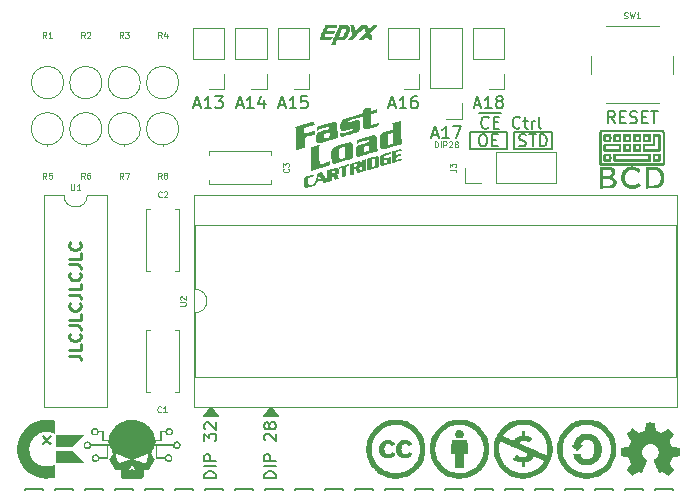
<source format=gto>
%TF.GenerationSoftware,KiCad,Pcbnew,(6.0.1)*%
%TF.CreationDate,2022-03-03T11:38:52-05:00*%
%TF.ProjectId,Epyx-FastLoad,45707978-2d46-4617-9374-4c6f61642e6b,1*%
%TF.SameCoordinates,Original*%
%TF.FileFunction,Legend,Top*%
%TF.FilePolarity,Positive*%
%FSLAX46Y46*%
G04 Gerber Fmt 4.6, Leading zero omitted, Abs format (unit mm)*
G04 Created by KiCad (PCBNEW (6.0.1)) date 2022-03-03 11:38:52*
%MOMM*%
%LPD*%
G01*
G04 APERTURE LIST*
G04 Aperture macros list*
%AMRoundRect*
0 Rectangle with rounded corners*
0 $1 Rounding radius*
0 $2 $3 $4 $5 $6 $7 $8 $9 X,Y pos of 4 corners*
0 Add a 4 corners polygon primitive as box body*
4,1,4,$2,$3,$4,$5,$6,$7,$8,$9,$2,$3,0*
0 Add four circle primitives for the rounded corners*
1,1,$1+$1,$2,$3*
1,1,$1+$1,$4,$5*
1,1,$1+$1,$6,$7*
1,1,$1+$1,$8,$9*
0 Add four rect primitives between the rounded corners*
20,1,$1+$1,$2,$3,$4,$5,0*
20,1,$1+$1,$4,$5,$6,$7,0*
20,1,$1+$1,$6,$7,$8,$9,0*
20,1,$1+$1,$8,$9,$2,$3,0*%
G04 Aperture macros list end*
%ADD10C,0.152400*%
%ADD11C,0.150000*%
%ADD12C,0.125000*%
%ADD13C,0.250000*%
%ADD14C,0.120000*%
%ADD15C,1.600000*%
%ADD16O,1.600000X1.600000*%
%ADD17R,1.700000X1.700000*%
%ADD18O,1.700000X1.700000*%
%ADD19R,1.600000X1.600000*%
%ADD20RoundRect,0.101600X0.750000X4.500000X-0.750000X4.500000X-0.750000X-4.500000X0.750000X-4.500000X0*%
%ADD21C,2.000000*%
G04 APERTURE END LIST*
D10*
X149243000Y-70154000D02*
X152443000Y-70154000D01*
X152443000Y-70154000D02*
X152443000Y-68654000D01*
X152443000Y-68654000D02*
X149243000Y-68654000D01*
X149243000Y-68654000D02*
X149243000Y-70154000D01*
X127925000Y-92700000D02*
X126725000Y-92700000D01*
X126725000Y-92700000D02*
X127325000Y-92100000D01*
X127325000Y-92100000D02*
X127925000Y-92700000D01*
G36*
X127925000Y-92700000D02*
G01*
X126725000Y-92700000D01*
X127325000Y-92100000D01*
X127925000Y-92700000D01*
G37*
X127925000Y-92700000D02*
X126725000Y-92700000D01*
X127325000Y-92100000D01*
X127925000Y-92700000D01*
X133000000Y-92700000D02*
X131800000Y-92700000D01*
X131800000Y-92700000D02*
X132400000Y-92100000D01*
X132400000Y-92100000D02*
X133000000Y-92700000D01*
G36*
X133000000Y-92700000D02*
G01*
X131800000Y-92700000D01*
X132400000Y-92100000D01*
X133000000Y-92700000D01*
G37*
X133000000Y-92700000D02*
X131800000Y-92700000D01*
X132400000Y-92100000D01*
X133000000Y-92700000D01*
X153028000Y-70154000D02*
X156228000Y-70154000D01*
X156228000Y-70154000D02*
X156228000Y-68654000D01*
X156228000Y-68654000D02*
X153028000Y-68654000D01*
X153028000Y-68654000D02*
X153028000Y-70154000D01*
D11*
X127777380Y-98002261D02*
X126777380Y-98002261D01*
X126777380Y-97764166D01*
X126825000Y-97621309D01*
X126920238Y-97526071D01*
X127015476Y-97478452D01*
X127205952Y-97430833D01*
X127348809Y-97430833D01*
X127539285Y-97478452D01*
X127634523Y-97526071D01*
X127729761Y-97621309D01*
X127777380Y-97764166D01*
X127777380Y-98002261D01*
X127777380Y-97002261D02*
X126777380Y-97002261D01*
X127777380Y-96526071D02*
X126777380Y-96526071D01*
X126777380Y-96145119D01*
X126825000Y-96049880D01*
X126872619Y-96002261D01*
X126967857Y-95954642D01*
X127110714Y-95954642D01*
X127205952Y-96002261D01*
X127253571Y-96049880D01*
X127301190Y-96145119D01*
X127301190Y-96526071D01*
X126777380Y-94859404D02*
X126777380Y-94240357D01*
X127158333Y-94573690D01*
X127158333Y-94430833D01*
X127205952Y-94335595D01*
X127253571Y-94287976D01*
X127348809Y-94240357D01*
X127586904Y-94240357D01*
X127682142Y-94287976D01*
X127729761Y-94335595D01*
X127777380Y-94430833D01*
X127777380Y-94716547D01*
X127729761Y-94811785D01*
X127682142Y-94859404D01*
X126872619Y-93859404D02*
X126825000Y-93811785D01*
X126777380Y-93716547D01*
X126777380Y-93478452D01*
X126825000Y-93383214D01*
X126872619Y-93335595D01*
X126967857Y-93287976D01*
X127063095Y-93287976D01*
X127205952Y-93335595D01*
X127777380Y-93907023D01*
X127777380Y-93287976D01*
X132852380Y-98002261D02*
X131852380Y-98002261D01*
X131852380Y-97764166D01*
X131900000Y-97621309D01*
X131995238Y-97526071D01*
X132090476Y-97478452D01*
X132280952Y-97430833D01*
X132423809Y-97430833D01*
X132614285Y-97478452D01*
X132709523Y-97526071D01*
X132804761Y-97621309D01*
X132852380Y-97764166D01*
X132852380Y-98002261D01*
X132852380Y-97002261D02*
X131852380Y-97002261D01*
X132852380Y-96526071D02*
X131852380Y-96526071D01*
X131852380Y-96145119D01*
X131900000Y-96049880D01*
X131947619Y-96002261D01*
X132042857Y-95954642D01*
X132185714Y-95954642D01*
X132280952Y-96002261D01*
X132328571Y-96049880D01*
X132376190Y-96145119D01*
X132376190Y-96526071D01*
X131947619Y-94811785D02*
X131900000Y-94764166D01*
X131852380Y-94668928D01*
X131852380Y-94430833D01*
X131900000Y-94335595D01*
X131947619Y-94287976D01*
X132042857Y-94240357D01*
X132138095Y-94240357D01*
X132280952Y-94287976D01*
X132852380Y-94859404D01*
X132852380Y-94240357D01*
X132280952Y-93668928D02*
X132233333Y-93764166D01*
X132185714Y-93811785D01*
X132090476Y-93859404D01*
X132042857Y-93859404D01*
X131947619Y-93811785D01*
X131900000Y-93764166D01*
X131852380Y-93668928D01*
X131852380Y-93478452D01*
X131900000Y-93383214D01*
X131947619Y-93335595D01*
X132042857Y-93287976D01*
X132090476Y-93287976D01*
X132185714Y-93335595D01*
X132233333Y-93383214D01*
X132280952Y-93478452D01*
X132280952Y-93668928D01*
X132328571Y-93764166D01*
X132376190Y-93811785D01*
X132471428Y-93859404D01*
X132661904Y-93859404D01*
X132757142Y-93811785D01*
X132804761Y-93764166D01*
X132852380Y-93668928D01*
X132852380Y-93478452D01*
X132804761Y-93383214D01*
X132757142Y-93335595D01*
X132661904Y-93287976D01*
X132471428Y-93287976D01*
X132376190Y-93335595D01*
X132328571Y-93383214D01*
X132280952Y-93478452D01*
X161547619Y-67939380D02*
X161214285Y-67463190D01*
X160976190Y-67939380D02*
X160976190Y-66939380D01*
X161357142Y-66939380D01*
X161452380Y-66987000D01*
X161500000Y-67034619D01*
X161547619Y-67129857D01*
X161547619Y-67272714D01*
X161500000Y-67367952D01*
X161452380Y-67415571D01*
X161357142Y-67463190D01*
X160976190Y-67463190D01*
X161976190Y-67415571D02*
X162309523Y-67415571D01*
X162452380Y-67939380D02*
X161976190Y-67939380D01*
X161976190Y-66939380D01*
X162452380Y-66939380D01*
X162833333Y-67891761D02*
X162976190Y-67939380D01*
X163214285Y-67939380D01*
X163309523Y-67891761D01*
X163357142Y-67844142D01*
X163404761Y-67748904D01*
X163404761Y-67653666D01*
X163357142Y-67558428D01*
X163309523Y-67510809D01*
X163214285Y-67463190D01*
X163023809Y-67415571D01*
X162928571Y-67367952D01*
X162880952Y-67320333D01*
X162833333Y-67225095D01*
X162833333Y-67129857D01*
X162880952Y-67034619D01*
X162928571Y-66987000D01*
X163023809Y-66939380D01*
X163261904Y-66939380D01*
X163404761Y-66987000D01*
X163833333Y-67415571D02*
X164166666Y-67415571D01*
X164309523Y-67939380D02*
X163833333Y-67939380D01*
X163833333Y-66939380D01*
X164309523Y-66939380D01*
X164595238Y-66939380D02*
X165166666Y-66939380D01*
X164880952Y-67939380D02*
X164880952Y-66939380D01*
X149672023Y-66383666D02*
X150148214Y-66383666D01*
X149576785Y-66669380D02*
X149910119Y-65669380D01*
X150243452Y-66669380D01*
X151100595Y-66669380D02*
X150529166Y-66669380D01*
X150814880Y-66669380D02*
X150814880Y-65669380D01*
X150719642Y-65812238D01*
X150624404Y-65907476D01*
X150529166Y-65955095D01*
X151672023Y-66097952D02*
X151576785Y-66050333D01*
X151529166Y-66002714D01*
X151481547Y-65907476D01*
X151481547Y-65859857D01*
X151529166Y-65764619D01*
X151576785Y-65717000D01*
X151672023Y-65669380D01*
X151862500Y-65669380D01*
X151957738Y-65717000D01*
X152005357Y-65764619D01*
X152052976Y-65859857D01*
X152052976Y-65907476D01*
X152005357Y-66002714D01*
X151957738Y-66050333D01*
X151862500Y-66097952D01*
X151672023Y-66097952D01*
X151576785Y-66145571D01*
X151529166Y-66193190D01*
X151481547Y-66288428D01*
X151481547Y-66478904D01*
X151529166Y-66574142D01*
X151576785Y-66621761D01*
X151672023Y-66669380D01*
X151862500Y-66669380D01*
X151957738Y-66621761D01*
X152005357Y-66574142D01*
X152052976Y-66478904D01*
X152052976Y-66288428D01*
X152005357Y-66193190D01*
X151957738Y-66145571D01*
X151862500Y-66097952D01*
X150034523Y-67124000D02*
X151034523Y-67124000D01*
X150844047Y-68311142D02*
X150796428Y-68358761D01*
X150653571Y-68406380D01*
X150558333Y-68406380D01*
X150415476Y-68358761D01*
X150320238Y-68263523D01*
X150272619Y-68168285D01*
X150225000Y-67977809D01*
X150225000Y-67834952D01*
X150272619Y-67644476D01*
X150320238Y-67549238D01*
X150415476Y-67454000D01*
X150558333Y-67406380D01*
X150653571Y-67406380D01*
X150796428Y-67454000D01*
X150844047Y-67501619D01*
X151034523Y-67124000D02*
X151939285Y-67124000D01*
X151272619Y-67882571D02*
X151605952Y-67882571D01*
X151748809Y-68406380D02*
X151272619Y-68406380D01*
X151272619Y-67406380D01*
X151748809Y-67406380D01*
X153510714Y-68311142D02*
X153463095Y-68358761D01*
X153320238Y-68406380D01*
X153225000Y-68406380D01*
X153082142Y-68358761D01*
X152986904Y-68263523D01*
X152939285Y-68168285D01*
X152891666Y-67977809D01*
X152891666Y-67834952D01*
X152939285Y-67644476D01*
X152986904Y-67549238D01*
X153082142Y-67454000D01*
X153225000Y-67406380D01*
X153320238Y-67406380D01*
X153463095Y-67454000D01*
X153510714Y-67501619D01*
X153796428Y-67739714D02*
X154177380Y-67739714D01*
X153939285Y-67406380D02*
X153939285Y-68263523D01*
X153986904Y-68358761D01*
X154082142Y-68406380D01*
X154177380Y-68406380D01*
X154510714Y-68406380D02*
X154510714Y-67739714D01*
X154510714Y-67930190D02*
X154558333Y-67834952D01*
X154605952Y-67787333D01*
X154701190Y-67739714D01*
X154796428Y-67739714D01*
X155272619Y-68406380D02*
X155177380Y-68358761D01*
X155129761Y-68263523D01*
X155129761Y-67406380D01*
D12*
X146286309Y-69999190D02*
X146286309Y-69499190D01*
X146405357Y-69499190D01*
X146476785Y-69523000D01*
X146524404Y-69570619D01*
X146548214Y-69618238D01*
X146572023Y-69713476D01*
X146572023Y-69784904D01*
X146548214Y-69880142D01*
X146524404Y-69927761D01*
X146476785Y-69975380D01*
X146405357Y-69999190D01*
X146286309Y-69999190D01*
X146786309Y-69999190D02*
X146786309Y-69499190D01*
X147024404Y-69999190D02*
X147024404Y-69499190D01*
X147214880Y-69499190D01*
X147262500Y-69523000D01*
X147286309Y-69546809D01*
X147310119Y-69594428D01*
X147310119Y-69665857D01*
X147286309Y-69713476D01*
X147262500Y-69737285D01*
X147214880Y-69761095D01*
X147024404Y-69761095D01*
X147500595Y-69546809D02*
X147524404Y-69523000D01*
X147572023Y-69499190D01*
X147691071Y-69499190D01*
X147738690Y-69523000D01*
X147762500Y-69546809D01*
X147786309Y-69594428D01*
X147786309Y-69642047D01*
X147762500Y-69713476D01*
X147476785Y-69999190D01*
X147786309Y-69999190D01*
X148072023Y-69713476D02*
X148024404Y-69689666D01*
X148000595Y-69665857D01*
X147976785Y-69618238D01*
X147976785Y-69594428D01*
X148000595Y-69546809D01*
X148024404Y-69523000D01*
X148072023Y-69499190D01*
X148167261Y-69499190D01*
X148214880Y-69523000D01*
X148238690Y-69546809D01*
X148262500Y-69594428D01*
X148262500Y-69618238D01*
X148238690Y-69665857D01*
X148214880Y-69689666D01*
X148167261Y-69713476D01*
X148072023Y-69713476D01*
X148024404Y-69737285D01*
X148000595Y-69761095D01*
X147976785Y-69808714D01*
X147976785Y-69903952D01*
X148000595Y-69951571D01*
X148024404Y-69975380D01*
X148072023Y-69999190D01*
X148167261Y-69999190D01*
X148214880Y-69975380D01*
X148238690Y-69951571D01*
X148262500Y-69903952D01*
X148262500Y-69808714D01*
X148238690Y-69761095D01*
X148214880Y-69737285D01*
X148167261Y-69713476D01*
D11*
X153438833Y-69858761D02*
X153581690Y-69906380D01*
X153819785Y-69906380D01*
X153915023Y-69858761D01*
X153962643Y-69811142D01*
X154010262Y-69715904D01*
X154010262Y-69620666D01*
X153962643Y-69525428D01*
X153915023Y-69477809D01*
X153819785Y-69430190D01*
X153629309Y-69382571D01*
X153534071Y-69334952D01*
X153486452Y-69287333D01*
X153438833Y-69192095D01*
X153438833Y-69096857D01*
X153486452Y-69001619D01*
X153534071Y-68954000D01*
X153629309Y-68906380D01*
X153867404Y-68906380D01*
X154010262Y-68954000D01*
X154295976Y-68906380D02*
X154867404Y-68906380D01*
X154581690Y-69906380D02*
X154581690Y-68906380D01*
X155200738Y-69906380D02*
X155200738Y-68906380D01*
X155438833Y-68906380D01*
X155581690Y-68954000D01*
X155676928Y-69049238D01*
X155724547Y-69144476D01*
X155772166Y-69334952D01*
X155772166Y-69477809D01*
X155724547Y-69668285D01*
X155676928Y-69763523D01*
X155581690Y-69858761D01*
X155438833Y-69906380D01*
X155200738Y-69906380D01*
D13*
X115327380Y-87619047D02*
X116041666Y-87619047D01*
X116184523Y-87666666D01*
X116279761Y-87761904D01*
X116327380Y-87904761D01*
X116327380Y-88000000D01*
X116327380Y-86666666D02*
X116327380Y-87142857D01*
X115327380Y-87142857D01*
X116232142Y-85761904D02*
X116279761Y-85809523D01*
X116327380Y-85952380D01*
X116327380Y-86047619D01*
X116279761Y-86190476D01*
X116184523Y-86285714D01*
X116089285Y-86333333D01*
X115898809Y-86380952D01*
X115755952Y-86380952D01*
X115565476Y-86333333D01*
X115470238Y-86285714D01*
X115375000Y-86190476D01*
X115327380Y-86047619D01*
X115327380Y-85952380D01*
X115375000Y-85809523D01*
X115422619Y-85761904D01*
X115327380Y-85047619D02*
X116041666Y-85047619D01*
X116184523Y-85095238D01*
X116279761Y-85190476D01*
X116327380Y-85333333D01*
X116327380Y-85428571D01*
X116327380Y-84095238D02*
X116327380Y-84571428D01*
X115327380Y-84571428D01*
X116232142Y-83190476D02*
X116279761Y-83238095D01*
X116327380Y-83380952D01*
X116327380Y-83476190D01*
X116279761Y-83619047D01*
X116184523Y-83714285D01*
X116089285Y-83761904D01*
X115898809Y-83809523D01*
X115755952Y-83809523D01*
X115565476Y-83761904D01*
X115470238Y-83714285D01*
X115375000Y-83619047D01*
X115327380Y-83476190D01*
X115327380Y-83380952D01*
X115375000Y-83238095D01*
X115422619Y-83190476D01*
X115327380Y-82476190D02*
X116041666Y-82476190D01*
X116184523Y-82523809D01*
X116279761Y-82619047D01*
X116327380Y-82761904D01*
X116327380Y-82857142D01*
X116327380Y-81523809D02*
X116327380Y-82000000D01*
X115327380Y-82000000D01*
X116232142Y-80619047D02*
X116279761Y-80666666D01*
X116327380Y-80809523D01*
X116327380Y-80904761D01*
X116279761Y-81047619D01*
X116184523Y-81142857D01*
X116089285Y-81190476D01*
X115898809Y-81238095D01*
X115755952Y-81238095D01*
X115565476Y-81190476D01*
X115470238Y-81142857D01*
X115375000Y-81047619D01*
X115327380Y-80904761D01*
X115327380Y-80809523D01*
X115375000Y-80666666D01*
X115422619Y-80619047D01*
X115327380Y-79904761D02*
X116041666Y-79904761D01*
X116184523Y-79952380D01*
X116279761Y-80047619D01*
X116327380Y-80190476D01*
X116327380Y-80285714D01*
X116327380Y-78952380D02*
X116327380Y-79428571D01*
X115327380Y-79428571D01*
X116232142Y-78047619D02*
X116279761Y-78095238D01*
X116327380Y-78238095D01*
X116327380Y-78333333D01*
X116279761Y-78476190D01*
X116184523Y-78571428D01*
X116089285Y-78619047D01*
X115898809Y-78666666D01*
X115755952Y-78666666D01*
X115565476Y-78619047D01*
X115470238Y-78571428D01*
X115375000Y-78476190D01*
X115327380Y-78333333D01*
X115327380Y-78238095D01*
X115375000Y-78095238D01*
X115422619Y-78047619D01*
D11*
X133147023Y-66383666D02*
X133623214Y-66383666D01*
X133051785Y-66669380D02*
X133385119Y-65669380D01*
X133718452Y-66669380D01*
X134575595Y-66669380D02*
X134004166Y-66669380D01*
X134289880Y-66669380D02*
X134289880Y-65669380D01*
X134194642Y-65812238D01*
X134099404Y-65907476D01*
X134004166Y-65955095D01*
X135480357Y-65669380D02*
X135004166Y-65669380D01*
X134956547Y-66145571D01*
X135004166Y-66097952D01*
X135099404Y-66050333D01*
X135337500Y-66050333D01*
X135432738Y-66097952D01*
X135480357Y-66145571D01*
X135527976Y-66240809D01*
X135527976Y-66478904D01*
X135480357Y-66574142D01*
X135432738Y-66621761D01*
X135337500Y-66669380D01*
X135099404Y-66669380D01*
X135004166Y-66621761D01*
X134956547Y-66574142D01*
X146072023Y-68923666D02*
X146548214Y-68923666D01*
X145976785Y-69209380D02*
X146310119Y-68209380D01*
X146643452Y-69209380D01*
X147500595Y-69209380D02*
X146929166Y-69209380D01*
X147214880Y-69209380D02*
X147214880Y-68209380D01*
X147119642Y-68352238D01*
X147024404Y-68447476D01*
X146929166Y-68495095D01*
X147833928Y-68209380D02*
X148500595Y-68209380D01*
X148072023Y-69209380D01*
X125947023Y-66383666D02*
X126423214Y-66383666D01*
X125851785Y-66669380D02*
X126185119Y-65669380D01*
X126518452Y-66669380D01*
X127375595Y-66669380D02*
X126804166Y-66669380D01*
X127089880Y-66669380D02*
X127089880Y-65669380D01*
X126994642Y-65812238D01*
X126899404Y-65907476D01*
X126804166Y-65955095D01*
X127708928Y-65669380D02*
X128327976Y-65669380D01*
X127994642Y-66050333D01*
X128137500Y-66050333D01*
X128232738Y-66097952D01*
X128280357Y-66145571D01*
X128327976Y-66240809D01*
X128327976Y-66478904D01*
X128280357Y-66574142D01*
X128232738Y-66621761D01*
X128137500Y-66669380D01*
X127851785Y-66669380D01*
X127756547Y-66621761D01*
X127708928Y-66574142D01*
X129547023Y-66383666D02*
X130023214Y-66383666D01*
X129451785Y-66669380D02*
X129785119Y-65669380D01*
X130118452Y-66669380D01*
X130975595Y-66669380D02*
X130404166Y-66669380D01*
X130689880Y-66669380D02*
X130689880Y-65669380D01*
X130594642Y-65812238D01*
X130499404Y-65907476D01*
X130404166Y-65955095D01*
X131832738Y-66002714D02*
X131832738Y-66669380D01*
X131594642Y-65621761D02*
X131356547Y-66336047D01*
X131975595Y-66336047D01*
X142464523Y-66383666D02*
X142940714Y-66383666D01*
X142369285Y-66669380D02*
X142702619Y-65669380D01*
X143035952Y-66669380D01*
X143893095Y-66669380D02*
X143321666Y-66669380D01*
X143607380Y-66669380D02*
X143607380Y-65669380D01*
X143512142Y-65812238D01*
X143416904Y-65907476D01*
X143321666Y-65955095D01*
X144750238Y-65669380D02*
X144559761Y-65669380D01*
X144464523Y-65717000D01*
X144416904Y-65764619D01*
X144321666Y-65907476D01*
X144274047Y-66097952D01*
X144274047Y-66478904D01*
X144321666Y-66574142D01*
X144369285Y-66621761D01*
X144464523Y-66669380D01*
X144655000Y-66669380D01*
X144750238Y-66621761D01*
X144797857Y-66574142D01*
X144845476Y-66478904D01*
X144845476Y-66240809D01*
X144797857Y-66145571D01*
X144750238Y-66097952D01*
X144655000Y-66050333D01*
X144464523Y-66050333D01*
X144369285Y-66097952D01*
X144321666Y-66145571D01*
X144274047Y-66240809D01*
X150272881Y-68906380D02*
X150463357Y-68906380D01*
X150558595Y-68954000D01*
X150653833Y-69049238D01*
X150701452Y-69239714D01*
X150701452Y-69573047D01*
X150653833Y-69763523D01*
X150558595Y-69858761D01*
X150463357Y-69906380D01*
X150272881Y-69906380D01*
X150177643Y-69858761D01*
X150082405Y-69763523D01*
X150034786Y-69573047D01*
X150034786Y-69239714D01*
X150082405Y-69049238D01*
X150177643Y-68954000D01*
X150272881Y-68906380D01*
X151130024Y-69382571D02*
X151463357Y-69382571D01*
X151606214Y-69906380D02*
X151130024Y-69906380D01*
X151130024Y-68906380D01*
X151606214Y-68906380D01*
D12*
X123116666Y-92378571D02*
X123092857Y-92402380D01*
X123021428Y-92426190D01*
X122973809Y-92426190D01*
X122902380Y-92402380D01*
X122854761Y-92354761D01*
X122830952Y-92307142D01*
X122807142Y-92211904D01*
X122807142Y-92140476D01*
X122830952Y-92045238D01*
X122854761Y-91997619D01*
X122902380Y-91950000D01*
X122973809Y-91926190D01*
X123021428Y-91926190D01*
X123092857Y-91950000D01*
X123116666Y-91973809D01*
X123592857Y-92426190D02*
X123307142Y-92426190D01*
X123450000Y-92426190D02*
X123450000Y-91926190D01*
X123402380Y-91997619D01*
X123354761Y-92045238D01*
X123307142Y-92069047D01*
X123166666Y-60736190D02*
X123000000Y-60498095D01*
X122880952Y-60736190D02*
X122880952Y-60236190D01*
X123071428Y-60236190D01*
X123119047Y-60260000D01*
X123142857Y-60283809D01*
X123166666Y-60331428D01*
X123166666Y-60402857D01*
X123142857Y-60450476D01*
X123119047Y-60474285D01*
X123071428Y-60498095D01*
X122880952Y-60498095D01*
X123595238Y-60402857D02*
X123595238Y-60736190D01*
X123476190Y-60212380D02*
X123357142Y-60569523D01*
X123666666Y-60569523D01*
X119916666Y-60736190D02*
X119750000Y-60498095D01*
X119630952Y-60736190D02*
X119630952Y-60236190D01*
X119821428Y-60236190D01*
X119869047Y-60260000D01*
X119892857Y-60283809D01*
X119916666Y-60331428D01*
X119916666Y-60402857D01*
X119892857Y-60450476D01*
X119869047Y-60474285D01*
X119821428Y-60498095D01*
X119630952Y-60498095D01*
X120083333Y-60236190D02*
X120392857Y-60236190D01*
X120226190Y-60426666D01*
X120297619Y-60426666D01*
X120345238Y-60450476D01*
X120369047Y-60474285D01*
X120392857Y-60521904D01*
X120392857Y-60640952D01*
X120369047Y-60688571D01*
X120345238Y-60712380D01*
X120297619Y-60736190D01*
X120154761Y-60736190D01*
X120107142Y-60712380D01*
X120083333Y-60688571D01*
X123166666Y-74178571D02*
X123142857Y-74202380D01*
X123071428Y-74226190D01*
X123023809Y-74226190D01*
X122952380Y-74202380D01*
X122904761Y-74154761D01*
X122880952Y-74107142D01*
X122857142Y-74011904D01*
X122857142Y-73940476D01*
X122880952Y-73845238D01*
X122904761Y-73797619D01*
X122952380Y-73750000D01*
X123023809Y-73726190D01*
X123071428Y-73726190D01*
X123142857Y-73750000D01*
X123166666Y-73773809D01*
X123357142Y-73773809D02*
X123380952Y-73750000D01*
X123428571Y-73726190D01*
X123547619Y-73726190D01*
X123595238Y-73750000D01*
X123619047Y-73773809D01*
X123642857Y-73821428D01*
X123642857Y-73869047D01*
X123619047Y-73940476D01*
X123333333Y-74226190D01*
X123642857Y-74226190D01*
X113416666Y-60736190D02*
X113250000Y-60498095D01*
X113130952Y-60736190D02*
X113130952Y-60236190D01*
X113321428Y-60236190D01*
X113369047Y-60260000D01*
X113392857Y-60283809D01*
X113416666Y-60331428D01*
X113416666Y-60402857D01*
X113392857Y-60450476D01*
X113369047Y-60474285D01*
X113321428Y-60498095D01*
X113130952Y-60498095D01*
X113892857Y-60736190D02*
X113607142Y-60736190D01*
X113750000Y-60736190D02*
X113750000Y-60236190D01*
X113702380Y-60307619D01*
X113654761Y-60355238D01*
X113607142Y-60379047D01*
X119916666Y-72643690D02*
X119750000Y-72405595D01*
X119630952Y-72643690D02*
X119630952Y-72143690D01*
X119821428Y-72143690D01*
X119869047Y-72167500D01*
X119892857Y-72191309D01*
X119916666Y-72238928D01*
X119916666Y-72310357D01*
X119892857Y-72357976D01*
X119869047Y-72381785D01*
X119821428Y-72405595D01*
X119630952Y-72405595D01*
X120083333Y-72143690D02*
X120416666Y-72143690D01*
X120202380Y-72643690D01*
X113416666Y-72643690D02*
X113250000Y-72405595D01*
X113130952Y-72643690D02*
X113130952Y-72143690D01*
X113321428Y-72143690D01*
X113369047Y-72167500D01*
X113392857Y-72191309D01*
X113416666Y-72238928D01*
X113416666Y-72310357D01*
X113392857Y-72357976D01*
X113369047Y-72381785D01*
X113321428Y-72405595D01*
X113130952Y-72405595D01*
X113869047Y-72143690D02*
X113630952Y-72143690D01*
X113607142Y-72381785D01*
X113630952Y-72357976D01*
X113678571Y-72334166D01*
X113797619Y-72334166D01*
X113845238Y-72357976D01*
X113869047Y-72381785D01*
X113892857Y-72429404D01*
X113892857Y-72548452D01*
X113869047Y-72596071D01*
X113845238Y-72619880D01*
X113797619Y-72643690D01*
X113678571Y-72643690D01*
X113630952Y-72619880D01*
X113607142Y-72596071D01*
X124721190Y-83385952D02*
X125125952Y-83385952D01*
X125173571Y-83362142D01*
X125197380Y-83338333D01*
X125221190Y-83290714D01*
X125221190Y-83195476D01*
X125197380Y-83147857D01*
X125173571Y-83124047D01*
X125125952Y-83100238D01*
X124721190Y-83100238D01*
X124768809Y-82885952D02*
X124745000Y-82862142D01*
X124721190Y-82814523D01*
X124721190Y-82695476D01*
X124745000Y-82647857D01*
X124768809Y-82624047D01*
X124816428Y-82600238D01*
X124864047Y-82600238D01*
X124935476Y-82624047D01*
X125221190Y-82909761D01*
X125221190Y-82600238D01*
X133903571Y-71790833D02*
X133927380Y-71814642D01*
X133951190Y-71886071D01*
X133951190Y-71933690D01*
X133927380Y-72005119D01*
X133879761Y-72052738D01*
X133832142Y-72076547D01*
X133736904Y-72100357D01*
X133665476Y-72100357D01*
X133570238Y-72076547D01*
X133522619Y-72052738D01*
X133475000Y-72005119D01*
X133451190Y-71933690D01*
X133451190Y-71886071D01*
X133475000Y-71814642D01*
X133498809Y-71790833D01*
X133451190Y-71624166D02*
X133451190Y-71314642D01*
X133641666Y-71481309D01*
X133641666Y-71409880D01*
X133665476Y-71362261D01*
X133689285Y-71338452D01*
X133736904Y-71314642D01*
X133855952Y-71314642D01*
X133903571Y-71338452D01*
X133927380Y-71362261D01*
X133951190Y-71409880D01*
X133951190Y-71552738D01*
X133927380Y-71600357D01*
X133903571Y-71624166D01*
X116666666Y-72643690D02*
X116500000Y-72405595D01*
X116380952Y-72643690D02*
X116380952Y-72143690D01*
X116571428Y-72143690D01*
X116619047Y-72167500D01*
X116642857Y-72191309D01*
X116666666Y-72238928D01*
X116666666Y-72310357D01*
X116642857Y-72357976D01*
X116619047Y-72381785D01*
X116571428Y-72405595D01*
X116380952Y-72405595D01*
X117095238Y-72143690D02*
X117000000Y-72143690D01*
X116952380Y-72167500D01*
X116928571Y-72191309D01*
X116880952Y-72262738D01*
X116857142Y-72357976D01*
X116857142Y-72548452D01*
X116880952Y-72596071D01*
X116904761Y-72619880D01*
X116952380Y-72643690D01*
X117047619Y-72643690D01*
X117095238Y-72619880D01*
X117119047Y-72596071D01*
X117142857Y-72548452D01*
X117142857Y-72429404D01*
X117119047Y-72381785D01*
X117095238Y-72357976D01*
X117047619Y-72334166D01*
X116952380Y-72334166D01*
X116904761Y-72357976D01*
X116880952Y-72381785D01*
X116857142Y-72429404D01*
X116666666Y-60736190D02*
X116500000Y-60498095D01*
X116380952Y-60736190D02*
X116380952Y-60236190D01*
X116571428Y-60236190D01*
X116619047Y-60260000D01*
X116642857Y-60283809D01*
X116666666Y-60331428D01*
X116666666Y-60402857D01*
X116642857Y-60450476D01*
X116619047Y-60474285D01*
X116571428Y-60498095D01*
X116380952Y-60498095D01*
X116857142Y-60283809D02*
X116880952Y-60260000D01*
X116928571Y-60236190D01*
X117047619Y-60236190D01*
X117095238Y-60260000D01*
X117119047Y-60283809D01*
X117142857Y-60331428D01*
X117142857Y-60379047D01*
X117119047Y-60450476D01*
X116833333Y-60736190D01*
X117142857Y-60736190D01*
X115494047Y-73126190D02*
X115494047Y-73530952D01*
X115517857Y-73578571D01*
X115541666Y-73602380D01*
X115589285Y-73626190D01*
X115684523Y-73626190D01*
X115732142Y-73602380D01*
X115755952Y-73578571D01*
X115779761Y-73530952D01*
X115779761Y-73126190D01*
X116279761Y-73626190D02*
X115994047Y-73626190D01*
X116136904Y-73626190D02*
X116136904Y-73126190D01*
X116089285Y-73197619D01*
X116041666Y-73245238D01*
X115994047Y-73269047D01*
X162333333Y-59053380D02*
X162404761Y-59077190D01*
X162523809Y-59077190D01*
X162571428Y-59053380D01*
X162595238Y-59029571D01*
X162619047Y-58981952D01*
X162619047Y-58934333D01*
X162595238Y-58886714D01*
X162571428Y-58862904D01*
X162523809Y-58839095D01*
X162428571Y-58815285D01*
X162380952Y-58791476D01*
X162357142Y-58767666D01*
X162333333Y-58720047D01*
X162333333Y-58672428D01*
X162357142Y-58624809D01*
X162380952Y-58601000D01*
X162428571Y-58577190D01*
X162547619Y-58577190D01*
X162619047Y-58601000D01*
X162785714Y-58577190D02*
X162904761Y-59077190D01*
X163000000Y-58720047D01*
X163095238Y-59077190D01*
X163214285Y-58577190D01*
X163666666Y-59077190D02*
X163380952Y-59077190D01*
X163523809Y-59077190D02*
X163523809Y-58577190D01*
X163476190Y-58648619D01*
X163428571Y-58696238D01*
X163380952Y-58720047D01*
X147581190Y-71874166D02*
X147938333Y-71874166D01*
X148009761Y-71897976D01*
X148057380Y-71945595D01*
X148081190Y-72017023D01*
X148081190Y-72064642D01*
X147581190Y-71683690D02*
X147581190Y-71374166D01*
X147771666Y-71540833D01*
X147771666Y-71469404D01*
X147795476Y-71421785D01*
X147819285Y-71397976D01*
X147866904Y-71374166D01*
X147985952Y-71374166D01*
X148033571Y-71397976D01*
X148057380Y-71421785D01*
X148081190Y-71469404D01*
X148081190Y-71612261D01*
X148057380Y-71659880D01*
X148033571Y-71683690D01*
X123166666Y-72643690D02*
X123000000Y-72405595D01*
X122880952Y-72643690D02*
X122880952Y-72143690D01*
X123071428Y-72143690D01*
X123119047Y-72167500D01*
X123142857Y-72191309D01*
X123166666Y-72238928D01*
X123166666Y-72310357D01*
X123142857Y-72357976D01*
X123119047Y-72381785D01*
X123071428Y-72405595D01*
X122880952Y-72405595D01*
X123452380Y-72357976D02*
X123404761Y-72334166D01*
X123380952Y-72310357D01*
X123357142Y-72262738D01*
X123357142Y-72238928D01*
X123380952Y-72191309D01*
X123404761Y-72167500D01*
X123452380Y-72143690D01*
X123547619Y-72143690D01*
X123595238Y-72167500D01*
X123619047Y-72191309D01*
X123642857Y-72238928D01*
X123642857Y-72262738D01*
X123619047Y-72310357D01*
X123595238Y-72334166D01*
X123547619Y-72357976D01*
X123452380Y-72357976D01*
X123404761Y-72381785D01*
X123380952Y-72405595D01*
X123357142Y-72453214D01*
X123357142Y-72548452D01*
X123380952Y-72596071D01*
X123404761Y-72619880D01*
X123452380Y-72643690D01*
X123547619Y-72643690D01*
X123595238Y-72619880D01*
X123619047Y-72596071D01*
X123642857Y-72548452D01*
X123642857Y-72453214D01*
X123619047Y-72405595D01*
X123595238Y-72381785D01*
X123547619Y-72357976D01*
D14*
X121880000Y-85495000D02*
X122195000Y-85495000D01*
X121880000Y-90735000D02*
X122195000Y-90735000D01*
X124620000Y-90735000D02*
X124620000Y-85495000D01*
X124305000Y-90735000D02*
X124620000Y-90735000D01*
X124305000Y-85495000D02*
X124620000Y-85495000D01*
X121880000Y-90735000D02*
X121880000Y-85495000D01*
X123250000Y-63140000D02*
X123250000Y-63070000D01*
X124620000Y-64510000D02*
G75*
G03*
X124620000Y-64510000I-1370000J0D01*
G01*
X120000000Y-63140000D02*
X120000000Y-63070000D01*
X121370000Y-64510000D02*
G75*
G03*
X121370000Y-64510000I-1370000J0D01*
G01*
G36*
X160569834Y-70816813D02*
G01*
X160570344Y-70763836D01*
X160571284Y-70715162D01*
X160572662Y-70672838D01*
X160574482Y-70638912D01*
X160576750Y-70615431D01*
X160578932Y-70605451D01*
X160600368Y-70571417D01*
X160630626Y-70547230D01*
X160640422Y-70542522D01*
X160654811Y-70539549D01*
X160681291Y-70537045D01*
X160717793Y-70535009D01*
X160762249Y-70533442D01*
X160812591Y-70532343D01*
X160866751Y-70531712D01*
X160922661Y-70531550D01*
X160978253Y-70531856D01*
X161031459Y-70532631D01*
X161080210Y-70533874D01*
X161122438Y-70535586D01*
X161156076Y-70537766D01*
X161179055Y-70540414D01*
X161187632Y-70542522D01*
X161219953Y-70563503D01*
X161244111Y-70595005D01*
X161249123Y-70605451D01*
X161251504Y-70618218D01*
X161253516Y-70643112D01*
X161255160Y-70678099D01*
X161256436Y-70721142D01*
X161257343Y-70770208D01*
X161257881Y-70823261D01*
X161258050Y-70878268D01*
X161257851Y-70933193D01*
X161257283Y-70986001D01*
X161256347Y-71034658D01*
X161255042Y-71077129D01*
X161253368Y-71111380D01*
X161251326Y-71135375D01*
X161249123Y-71146641D01*
X161227686Y-71180675D01*
X161197428Y-71204862D01*
X161187632Y-71209570D01*
X161174096Y-71212230D01*
X161148491Y-71214491D01*
X161112851Y-71216350D01*
X161069208Y-71217805D01*
X161019594Y-71218856D01*
X160966040Y-71219500D01*
X160910579Y-71219735D01*
X160855244Y-71219559D01*
X160802066Y-71218972D01*
X160753077Y-71217970D01*
X160710310Y-71216552D01*
X160675797Y-71214717D01*
X160651570Y-71212462D01*
X160640198Y-71210055D01*
X160606743Y-71187947D01*
X160583527Y-71156373D01*
X160580537Y-71149795D01*
X160577818Y-71136114D01*
X160575482Y-71110354D01*
X160573534Y-71074564D01*
X160571981Y-71030790D01*
X160570828Y-70981080D01*
X160570082Y-70927482D01*
X160569971Y-70909016D01*
X160784139Y-70909016D01*
X160784143Y-70944696D01*
X160784562Y-70973198D01*
X160785365Y-70991977D01*
X160786194Y-70998133D01*
X160790529Y-71001566D01*
X160801582Y-71003954D01*
X160821017Y-71005393D01*
X160850495Y-71005976D01*
X160891680Y-71005798D01*
X160915638Y-71005477D01*
X161041523Y-71003542D01*
X161041523Y-70748550D01*
X160786531Y-70748550D01*
X160784582Y-70868703D01*
X160784139Y-70909016D01*
X160569971Y-70909016D01*
X160569749Y-70872044D01*
X160569834Y-70816813D01*
G37*
G36*
X162242108Y-70039708D02*
G01*
X162242167Y-69970443D01*
X162242444Y-69913837D01*
X162243096Y-69868387D01*
X162244276Y-69832585D01*
X162246140Y-69804927D01*
X162248841Y-69783906D01*
X162252534Y-69768017D01*
X162257375Y-69755755D01*
X162263516Y-69745613D01*
X162271114Y-69736086D01*
X162273563Y-69733277D01*
X162282235Y-69724065D01*
X162291400Y-69716543D01*
X162302517Y-69710541D01*
X162317044Y-69705887D01*
X162336439Y-69702411D01*
X162362161Y-69699942D01*
X162395666Y-69698309D01*
X162438414Y-69697341D01*
X162491862Y-69696868D01*
X162557469Y-69696717D01*
X162585639Y-69696710D01*
X162656204Y-69696782D01*
X162714062Y-69697114D01*
X162760670Y-69697876D01*
X162797487Y-69699238D01*
X162825969Y-69701372D01*
X162847577Y-69704449D01*
X162863767Y-69708639D01*
X162875997Y-69714113D01*
X162885727Y-69721042D01*
X162894413Y-69729597D01*
X162897714Y-69733277D01*
X162905747Y-69742895D01*
X162912283Y-69752697D01*
X162917476Y-69764189D01*
X162921479Y-69778874D01*
X162924448Y-69798256D01*
X162926537Y-69823838D01*
X162927899Y-69857125D01*
X162928688Y-69899621D01*
X162929059Y-69952828D01*
X162929166Y-70018251D01*
X162929169Y-70040240D01*
X162929111Y-70109578D01*
X162928835Y-70166254D01*
X162928186Y-70211771D01*
X162927010Y-70247634D01*
X162925153Y-70275346D01*
X162922462Y-70296412D01*
X162918781Y-70312334D01*
X162913957Y-70324616D01*
X162907836Y-70334763D01*
X162900264Y-70344279D01*
X162897714Y-70347203D01*
X162889083Y-70356390D01*
X162879991Y-70363895D01*
X162868987Y-70369883D01*
X162854621Y-70374520D01*
X162835445Y-70377972D01*
X162810006Y-70380405D01*
X162776856Y-70381984D01*
X162734545Y-70382876D01*
X162681621Y-70383246D01*
X162616636Y-70383261D01*
X162583003Y-70383195D01*
X162506983Y-70382839D01*
X162444440Y-70382133D01*
X162394686Y-70381056D01*
X162357035Y-70379585D01*
X162330801Y-70377696D01*
X162315297Y-70375368D01*
X162311810Y-70374249D01*
X162291602Y-70362666D01*
X162277581Y-70351948D01*
X162268644Y-70343268D01*
X162261347Y-70334016D01*
X162255523Y-70322734D01*
X162251007Y-70307967D01*
X162247634Y-70288256D01*
X162245238Y-70262145D01*
X162243654Y-70228178D01*
X162242715Y-70184897D01*
X162242257Y-70130845D01*
X162242134Y-70073211D01*
X162455751Y-70073211D01*
X162455754Y-70108890D01*
X162456174Y-70137392D01*
X162456977Y-70156171D01*
X162457806Y-70162327D01*
X162462140Y-70165760D01*
X162473194Y-70168148D01*
X162492629Y-70169587D01*
X162522107Y-70170170D01*
X162563292Y-70169992D01*
X162587250Y-70169671D01*
X162713135Y-70167736D01*
X162713135Y-69912744D01*
X162458143Y-69912744D01*
X162456194Y-70032897D01*
X162455751Y-70073211D01*
X162242134Y-70073211D01*
X162242115Y-70064567D01*
X162242108Y-70039708D01*
G37*
G36*
X160569749Y-70036238D02*
G01*
X160569834Y-69981007D01*
X160570344Y-69928030D01*
X160571284Y-69879356D01*
X160572662Y-69837032D01*
X160574482Y-69803106D01*
X160576750Y-69779625D01*
X160578932Y-69769645D01*
X160600368Y-69735611D01*
X160630626Y-69711424D01*
X160640422Y-69706716D01*
X160651911Y-69704868D01*
X160676344Y-69703186D01*
X160712498Y-69701671D01*
X160759151Y-69700323D01*
X160815082Y-69699141D01*
X160879068Y-69698126D01*
X160949888Y-69697278D01*
X161026319Y-69696596D01*
X161107140Y-69696081D01*
X161191129Y-69695732D01*
X161277064Y-69695550D01*
X161363722Y-69695535D01*
X161449882Y-69695686D01*
X161534323Y-69696004D01*
X161615821Y-69696488D01*
X161693155Y-69697139D01*
X161765104Y-69697957D01*
X161830445Y-69698941D01*
X161887956Y-69700092D01*
X161936415Y-69701410D01*
X161974600Y-69702894D01*
X162001290Y-69704544D01*
X162015263Y-69706362D01*
X162016355Y-69706716D01*
X162048676Y-69727697D01*
X162072834Y-69759199D01*
X162077845Y-69769645D01*
X162080479Y-69783103D01*
X162082660Y-69808673D01*
X162084395Y-69844306D01*
X162085690Y-69887956D01*
X162086551Y-69937574D01*
X162086983Y-69991113D01*
X162086993Y-70046526D01*
X162086587Y-70101765D01*
X162085770Y-70154782D01*
X162084548Y-70203530D01*
X162082928Y-70245961D01*
X162080914Y-70280028D01*
X162078514Y-70303683D01*
X162076274Y-70313845D01*
X162055293Y-70346166D01*
X162023791Y-70370324D01*
X162013345Y-70375335D01*
X162002832Y-70376813D01*
X161979377Y-70378147D01*
X161944191Y-70379339D01*
X161898485Y-70380389D01*
X161843471Y-70381300D01*
X161780361Y-70382072D01*
X161710365Y-70382705D01*
X161634695Y-70383202D01*
X161554563Y-70383561D01*
X161471179Y-70383786D01*
X161385755Y-70383876D01*
X161299504Y-70383833D01*
X161213635Y-70383657D01*
X161129360Y-70383350D01*
X161047892Y-70382913D01*
X160970440Y-70382345D01*
X160898217Y-70381649D01*
X160832434Y-70380826D01*
X160774303Y-70379876D01*
X160725034Y-70378800D01*
X160685839Y-70377599D01*
X160657930Y-70376274D01*
X160642518Y-70374827D01*
X160640198Y-70374249D01*
X160606743Y-70352141D01*
X160583527Y-70320568D01*
X160580537Y-70313989D01*
X160577818Y-70300308D01*
X160575482Y-70274548D01*
X160573534Y-70238758D01*
X160571981Y-70194984D01*
X160570828Y-70145274D01*
X160570321Y-70108858D01*
X160784133Y-70108858D01*
X160784541Y-70137330D01*
X160785330Y-70156075D01*
X160786148Y-70162208D01*
X160789169Y-70163953D01*
X160797350Y-70165455D01*
X160811520Y-70166723D01*
X160832508Y-70167770D01*
X160861142Y-70168606D01*
X160898253Y-70169242D01*
X160944669Y-70169690D01*
X161001219Y-70169961D01*
X161068733Y-70170066D01*
X161148040Y-70170017D01*
X161239969Y-70169824D01*
X161329954Y-70169551D01*
X161870246Y-70167736D01*
X161870246Y-69912744D01*
X160786531Y-69912744D01*
X160784582Y-70032897D01*
X160784136Y-70073199D01*
X160784133Y-70108858D01*
X160570321Y-70108858D01*
X160570082Y-70091676D01*
X160569749Y-70036238D01*
G37*
G36*
X163077914Y-69203902D02*
G01*
X163077973Y-69134637D01*
X163078250Y-69078031D01*
X163078902Y-69032581D01*
X163080082Y-68996779D01*
X163081946Y-68969121D01*
X163084647Y-68948100D01*
X163088340Y-68932211D01*
X163093181Y-68919949D01*
X163099322Y-68909807D01*
X163106920Y-68900280D01*
X163109369Y-68897471D01*
X163118041Y-68888259D01*
X163127206Y-68880738D01*
X163138323Y-68874735D01*
X163152850Y-68870081D01*
X163172245Y-68866605D01*
X163197966Y-68864136D01*
X163231472Y-68862503D01*
X163274220Y-68861535D01*
X163327668Y-68861062D01*
X163393275Y-68860911D01*
X163421445Y-68860904D01*
X163492010Y-68860976D01*
X163549868Y-68861308D01*
X163596476Y-68862070D01*
X163633293Y-68863432D01*
X163661775Y-68865566D01*
X163683383Y-68868643D01*
X163699572Y-68872833D01*
X163711803Y-68878307D01*
X163721532Y-68885236D01*
X163730219Y-68893792D01*
X163733520Y-68897471D01*
X163741553Y-68907089D01*
X163748089Y-68916891D01*
X163753281Y-68928383D01*
X163757285Y-68943068D01*
X163760254Y-68962450D01*
X163762343Y-68988032D01*
X163763705Y-69021319D01*
X163764494Y-69063815D01*
X163764865Y-69117022D01*
X163764972Y-69182445D01*
X163764975Y-69204434D01*
X163764917Y-69273772D01*
X163764641Y-69330448D01*
X163763992Y-69375966D01*
X163762816Y-69411828D01*
X163760959Y-69439541D01*
X163758268Y-69460606D01*
X163754587Y-69476528D01*
X163749763Y-69488810D01*
X163743642Y-69498957D01*
X163736070Y-69508473D01*
X163733520Y-69511397D01*
X163724889Y-69520584D01*
X163715797Y-69528089D01*
X163704793Y-69534077D01*
X163690427Y-69538714D01*
X163671251Y-69542166D01*
X163645812Y-69544599D01*
X163612662Y-69546179D01*
X163570350Y-69547070D01*
X163517427Y-69547441D01*
X163452442Y-69547455D01*
X163418809Y-69547389D01*
X163342789Y-69547033D01*
X163280246Y-69546328D01*
X163230492Y-69545250D01*
X163192841Y-69543779D01*
X163166607Y-69541890D01*
X163151103Y-69539562D01*
X163147616Y-69538443D01*
X163127408Y-69526860D01*
X163113387Y-69516142D01*
X163104450Y-69507462D01*
X163097153Y-69498210D01*
X163091329Y-69486928D01*
X163086813Y-69472161D01*
X163083440Y-69452450D01*
X163081044Y-69426339D01*
X163079460Y-69392372D01*
X163078521Y-69349091D01*
X163078063Y-69295039D01*
X163077940Y-69237405D01*
X163291557Y-69237405D01*
X163291560Y-69273085D01*
X163291980Y-69301586D01*
X163292783Y-69320365D01*
X163293612Y-69326522D01*
X163297946Y-69329954D01*
X163309000Y-69332342D01*
X163328435Y-69333781D01*
X163357913Y-69334364D01*
X163399098Y-69334186D01*
X163423056Y-69333865D01*
X163548941Y-69331930D01*
X163548941Y-69076938D01*
X163293949Y-69076938D01*
X163292000Y-69197091D01*
X163291557Y-69237405D01*
X163077940Y-69237405D01*
X163077921Y-69228761D01*
X163077914Y-69203902D01*
G37*
G36*
X160569834Y-69145201D02*
G01*
X160570344Y-69092224D01*
X160571284Y-69043550D01*
X160572662Y-69001226D01*
X160574482Y-68967300D01*
X160576750Y-68943819D01*
X160578932Y-68933839D01*
X160600368Y-68899805D01*
X160630626Y-68875618D01*
X160640422Y-68870910D01*
X160654811Y-68867937D01*
X160681291Y-68865433D01*
X160717793Y-68863397D01*
X160762249Y-68861830D01*
X160812591Y-68860731D01*
X160866751Y-68860100D01*
X160922661Y-68859938D01*
X160978253Y-68860245D01*
X161031459Y-68861019D01*
X161080210Y-68862262D01*
X161122438Y-68863974D01*
X161156076Y-68866154D01*
X161179055Y-68868802D01*
X161187632Y-68870910D01*
X161219953Y-68891891D01*
X161244111Y-68923393D01*
X161249123Y-68933839D01*
X161251504Y-68946606D01*
X161253516Y-68971501D01*
X161255160Y-69006487D01*
X161256436Y-69049530D01*
X161257343Y-69098596D01*
X161257881Y-69151650D01*
X161258050Y-69206656D01*
X161257851Y-69261581D01*
X161257283Y-69314389D01*
X161256347Y-69363046D01*
X161255042Y-69405517D01*
X161253368Y-69439768D01*
X161251326Y-69463763D01*
X161249123Y-69475029D01*
X161227686Y-69509063D01*
X161197428Y-69533250D01*
X161187632Y-69537958D01*
X161174096Y-69540618D01*
X161148491Y-69542879D01*
X161112851Y-69544738D01*
X161069208Y-69546193D01*
X161019594Y-69547244D01*
X160966040Y-69547888D01*
X160910579Y-69548123D01*
X160855244Y-69547947D01*
X160802066Y-69547360D01*
X160753077Y-69546358D01*
X160710310Y-69544940D01*
X160675797Y-69543105D01*
X160651570Y-69540850D01*
X160640198Y-69538443D01*
X160606743Y-69516335D01*
X160583527Y-69484762D01*
X160580537Y-69478183D01*
X160577818Y-69464502D01*
X160575482Y-69438742D01*
X160573534Y-69402952D01*
X160571981Y-69359178D01*
X160570828Y-69309468D01*
X160570082Y-69255870D01*
X160569971Y-69237405D01*
X160784139Y-69237405D01*
X160784143Y-69273085D01*
X160784562Y-69301586D01*
X160785365Y-69320365D01*
X160786194Y-69326522D01*
X160790529Y-69329954D01*
X160801582Y-69332342D01*
X160821017Y-69333781D01*
X160850495Y-69334364D01*
X160891680Y-69334186D01*
X160915638Y-69333865D01*
X161041523Y-69331930D01*
X161041523Y-69076938D01*
X160786531Y-69076938D01*
X160784582Y-69197091D01*
X160784139Y-69237405D01*
X160569971Y-69237405D01*
X160569749Y-69200432D01*
X160569834Y-69145201D01*
G37*
G36*
X160654856Y-71637479D02*
G01*
X160740798Y-71637518D01*
X160813966Y-71637660D01*
X160875754Y-71637947D01*
X160927554Y-71638419D01*
X160970759Y-71639116D01*
X161006762Y-71640078D01*
X161036955Y-71641345D01*
X161062732Y-71642959D01*
X161085486Y-71644958D01*
X161106608Y-71647384D01*
X161127492Y-71650277D01*
X161134736Y-71651367D01*
X161213182Y-71665161D01*
X161279686Y-71681149D01*
X161336416Y-71700242D01*
X161385537Y-71723348D01*
X161429216Y-71751379D01*
X161469620Y-71785244D01*
X161481971Y-71797221D01*
X161518894Y-71843270D01*
X161548972Y-71899158D01*
X161571758Y-71962084D01*
X161586804Y-72029247D01*
X161593663Y-72097848D01*
X161591888Y-72165085D01*
X161581031Y-72228158D01*
X161560644Y-72284267D01*
X161559995Y-72285583D01*
X161532915Y-72331762D01*
X161499600Y-72372432D01*
X161458292Y-72409039D01*
X161407235Y-72443029D01*
X161344671Y-72475846D01*
X161308999Y-72492060D01*
X161291690Y-72501180D01*
X161282007Y-72509377D01*
X161281193Y-72512242D01*
X161288859Y-72518309D01*
X161305262Y-72524745D01*
X161311207Y-72526408D01*
X161330645Y-72531960D01*
X161344258Y-72536919D01*
X161346096Y-72537874D01*
X161357309Y-72541934D01*
X161375844Y-72546313D01*
X161379741Y-72547048D01*
X161396771Y-72551520D01*
X161405844Y-72556627D01*
X161406303Y-72557815D01*
X161412468Y-72562998D01*
X161427535Y-72567745D01*
X161429758Y-72568189D01*
X161451117Y-72575823D01*
X161479445Y-72590942D01*
X161511409Y-72611307D01*
X161543678Y-72634677D01*
X161572918Y-72658812D01*
X161591883Y-72677159D01*
X161624451Y-72718220D01*
X161651366Y-72766645D01*
X161672710Y-72820357D01*
X161678070Y-72838549D01*
X161681824Y-72858652D01*
X161684221Y-72883538D01*
X161685512Y-72916079D01*
X161685945Y-72959145D01*
X161685948Y-72972644D01*
X161684796Y-73032251D01*
X161681034Y-73081086D01*
X161673963Y-73122417D01*
X161662883Y-73159508D01*
X161647094Y-73195625D01*
X161632341Y-73222997D01*
X161616859Y-73246227D01*
X161595448Y-73273476D01*
X161571109Y-73301409D01*
X161546841Y-73326692D01*
X161525646Y-73345988D01*
X161514453Y-73354027D01*
X161458292Y-73384802D01*
X161405541Y-73409142D01*
X161352359Y-73428325D01*
X161294903Y-73443625D01*
X161229332Y-73456321D01*
X161186726Y-73462899D01*
X161166395Y-73465351D01*
X161141044Y-73467499D01*
X161109590Y-73469374D01*
X161070945Y-73471006D01*
X161024025Y-73472426D01*
X160967743Y-73473665D01*
X160901014Y-73474753D01*
X160822752Y-73475722D01*
X160731871Y-73476601D01*
X160689139Y-73476955D01*
X160265923Y-73480319D01*
X160265923Y-72950632D01*
X160570497Y-72950632D01*
X160570616Y-73011264D01*
X160570956Y-73067415D01*
X160571490Y-73117516D01*
X160572192Y-73159999D01*
X160573034Y-73193295D01*
X160573989Y-73215835D01*
X160575030Y-73226052D01*
X160575219Y-73226455D01*
X160583175Y-73227567D01*
X160603630Y-73228579D01*
X160634918Y-73229460D01*
X160675371Y-73230179D01*
X160723322Y-73230705D01*
X160777105Y-73231006D01*
X160821356Y-73231066D01*
X160888528Y-73230953D01*
X160943370Y-73230628D01*
X160987721Y-73230006D01*
X161023417Y-73229005D01*
X161052296Y-73227540D01*
X161076194Y-73225529D01*
X161096949Y-73222888D01*
X161116397Y-73219533D01*
X161128267Y-73217130D01*
X161192201Y-73199930D01*
X161244021Y-73177458D01*
X161285095Y-73148794D01*
X161316790Y-73113018D01*
X161337278Y-73076550D01*
X161343872Y-73059776D01*
X161348288Y-73041761D01*
X161350954Y-73019125D01*
X161352299Y-72988490D01*
X161352719Y-72954936D01*
X161352613Y-72916216D01*
X161351582Y-72888599D01*
X161349258Y-72869033D01*
X161345276Y-72854469D01*
X161339271Y-72841852D01*
X161339132Y-72841606D01*
X161310042Y-72800021D01*
X161273060Y-72764850D01*
X161227261Y-72735713D01*
X161171719Y-72712229D01*
X161105509Y-72694016D01*
X161027704Y-72680695D01*
X160937378Y-72671884D01*
X160924670Y-72671050D01*
X160877416Y-72668616D01*
X160827284Y-72666923D01*
X160776452Y-72665955D01*
X160727098Y-72665693D01*
X160681398Y-72666121D01*
X160641530Y-72667222D01*
X160609672Y-72668977D01*
X160588000Y-72671370D01*
X160579351Y-72673801D01*
X160576971Y-72678528D01*
X160575024Y-72690051D01*
X160573475Y-72709444D01*
X160572290Y-72737782D01*
X160571434Y-72776140D01*
X160570873Y-72825590D01*
X160570573Y-72887209D01*
X160570497Y-72950632D01*
X160265923Y-72950632D01*
X160265923Y-72146804D01*
X160570497Y-72146804D01*
X160570609Y-72219728D01*
X160570970Y-72279560D01*
X160571613Y-72327374D01*
X160572573Y-72364241D01*
X160573885Y-72391234D01*
X160575582Y-72409427D01*
X160577699Y-72419891D01*
X160579351Y-72423093D01*
X160584816Y-72425975D01*
X160595928Y-72428063D01*
X160614164Y-72429397D01*
X160640997Y-72430016D01*
X160677901Y-72429962D01*
X160726353Y-72429273D01*
X160772365Y-72428338D01*
X160832016Y-72426867D01*
X160879726Y-72425264D01*
X160917720Y-72423356D01*
X160948224Y-72420970D01*
X160973461Y-72417932D01*
X160995658Y-72414068D01*
X161016732Y-72409282D01*
X161083890Y-72388298D01*
X161142940Y-72361214D01*
X161192440Y-72328983D01*
X161230951Y-72292557D01*
X161257031Y-72252886D01*
X161258618Y-72249420D01*
X161273402Y-72201108D01*
X161276788Y-72147737D01*
X161269156Y-72088700D01*
X161260252Y-72050598D01*
X161250447Y-72022184D01*
X161237541Y-71999041D01*
X161219332Y-71976751D01*
X161207084Y-71964077D01*
X161174354Y-71936171D01*
X161137240Y-71914540D01*
X161093291Y-71898253D01*
X161040059Y-71886378D01*
X160982809Y-71878756D01*
X160956450Y-71876713D01*
X160921145Y-71874965D01*
X160879202Y-71873528D01*
X160832930Y-71872422D01*
X160784638Y-71871665D01*
X160736634Y-71871276D01*
X160691227Y-71871275D01*
X160650726Y-71871678D01*
X160617439Y-71872505D01*
X160593674Y-71873775D01*
X160581741Y-71875506D01*
X160581701Y-71875521D01*
X160578799Y-71877882D01*
X160576439Y-71883398D01*
X160574566Y-71893386D01*
X160573125Y-71909166D01*
X160572063Y-71932057D01*
X160571323Y-71963377D01*
X160570853Y-72004446D01*
X160570598Y-72056582D01*
X160570502Y-72121105D01*
X160570497Y-72146804D01*
X160265923Y-72146804D01*
X160265923Y-71637479D01*
X160654856Y-71637479D01*
G37*
G36*
X163077914Y-70039708D02*
G01*
X163077973Y-69970443D01*
X163078250Y-69913837D01*
X163078902Y-69868387D01*
X163080082Y-69832585D01*
X163081946Y-69804927D01*
X163084647Y-69783906D01*
X163088340Y-69768017D01*
X163093181Y-69755755D01*
X163099322Y-69745613D01*
X163106920Y-69736086D01*
X163109369Y-69733277D01*
X163118041Y-69724065D01*
X163127206Y-69716543D01*
X163138323Y-69710541D01*
X163152850Y-69705887D01*
X163172245Y-69702411D01*
X163197966Y-69699942D01*
X163231472Y-69698309D01*
X163274220Y-69697341D01*
X163327668Y-69696868D01*
X163393275Y-69696717D01*
X163421445Y-69696710D01*
X163492010Y-69696782D01*
X163549868Y-69697114D01*
X163596476Y-69697876D01*
X163633293Y-69699238D01*
X163661775Y-69701372D01*
X163683383Y-69704449D01*
X163699572Y-69708639D01*
X163711803Y-69714113D01*
X163721532Y-69721042D01*
X163730219Y-69729597D01*
X163733520Y-69733277D01*
X163741553Y-69742895D01*
X163748089Y-69752697D01*
X163753281Y-69764189D01*
X163757285Y-69778874D01*
X163760254Y-69798256D01*
X163762343Y-69823838D01*
X163763705Y-69857125D01*
X163764494Y-69899621D01*
X163764865Y-69952828D01*
X163764972Y-70018251D01*
X163764975Y-70040240D01*
X163764917Y-70109578D01*
X163764641Y-70166254D01*
X163763992Y-70211771D01*
X163762816Y-70247634D01*
X163760959Y-70275346D01*
X163758268Y-70296412D01*
X163754587Y-70312334D01*
X163749763Y-70324616D01*
X163743642Y-70334763D01*
X163736070Y-70344279D01*
X163733520Y-70347203D01*
X163724889Y-70356390D01*
X163715797Y-70363895D01*
X163704793Y-70369883D01*
X163690427Y-70374520D01*
X163671251Y-70377972D01*
X163645812Y-70380405D01*
X163612662Y-70381984D01*
X163570350Y-70382876D01*
X163517427Y-70383246D01*
X163452442Y-70383261D01*
X163418809Y-70383195D01*
X163342789Y-70382839D01*
X163280246Y-70382133D01*
X163230492Y-70381056D01*
X163192841Y-70379585D01*
X163166607Y-70377696D01*
X163151103Y-70375368D01*
X163147616Y-70374249D01*
X163127408Y-70362666D01*
X163113387Y-70351948D01*
X163104450Y-70343268D01*
X163097153Y-70334016D01*
X163091329Y-70322734D01*
X163086813Y-70307967D01*
X163083440Y-70288256D01*
X163081044Y-70262145D01*
X163079460Y-70228178D01*
X163078521Y-70184897D01*
X163078063Y-70130845D01*
X163077940Y-70073211D01*
X163291557Y-70073211D01*
X163291560Y-70108890D01*
X163291980Y-70137392D01*
X163292783Y-70156171D01*
X163293612Y-70162327D01*
X163297946Y-70165760D01*
X163309000Y-70168148D01*
X163328435Y-70169587D01*
X163357913Y-70170170D01*
X163399098Y-70169992D01*
X163423056Y-70169671D01*
X163548941Y-70167736D01*
X163548941Y-69912744D01*
X163293949Y-69912744D01*
X163292000Y-70032897D01*
X163291557Y-70073211D01*
X163077940Y-70073211D01*
X163077921Y-70064567D01*
X163077914Y-70039708D01*
G37*
G36*
X163913720Y-69203902D02*
G01*
X163913779Y-69134637D01*
X163914056Y-69078031D01*
X163914708Y-69032581D01*
X163915888Y-68996779D01*
X163917752Y-68969121D01*
X163920453Y-68948100D01*
X163924146Y-68932211D01*
X163928986Y-68919949D01*
X163935128Y-68909807D01*
X163942726Y-68900280D01*
X163945175Y-68897471D01*
X163953847Y-68888259D01*
X163963012Y-68880738D01*
X163974129Y-68874735D01*
X163988656Y-68870081D01*
X164008051Y-68866605D01*
X164033772Y-68864136D01*
X164067278Y-68862503D01*
X164110026Y-68861535D01*
X164163474Y-68861062D01*
X164229081Y-68860911D01*
X164257251Y-68860904D01*
X164327816Y-68860976D01*
X164385674Y-68861308D01*
X164432282Y-68862070D01*
X164469098Y-68863432D01*
X164497581Y-68865566D01*
X164519189Y-68868643D01*
X164535378Y-68872833D01*
X164547609Y-68878307D01*
X164557338Y-68885236D01*
X164566025Y-68893792D01*
X164569326Y-68897471D01*
X164577359Y-68907089D01*
X164583895Y-68916891D01*
X164589087Y-68928383D01*
X164593091Y-68943068D01*
X164596060Y-68962450D01*
X164598149Y-68988032D01*
X164599511Y-69021319D01*
X164600300Y-69063815D01*
X164600671Y-69117022D01*
X164600778Y-69182445D01*
X164600781Y-69204434D01*
X164600723Y-69273772D01*
X164600447Y-69330448D01*
X164599798Y-69375966D01*
X164598622Y-69411828D01*
X164596765Y-69439541D01*
X164594073Y-69460606D01*
X164590393Y-69476528D01*
X164585569Y-69488810D01*
X164579448Y-69498957D01*
X164571875Y-69508473D01*
X164569326Y-69511397D01*
X164560695Y-69520584D01*
X164551602Y-69528089D01*
X164540599Y-69534077D01*
X164526233Y-69538714D01*
X164507056Y-69542166D01*
X164481618Y-69544599D01*
X164448468Y-69546179D01*
X164406156Y-69547070D01*
X164353233Y-69547441D01*
X164288247Y-69547455D01*
X164254615Y-69547389D01*
X164178595Y-69547033D01*
X164116052Y-69546328D01*
X164066298Y-69545250D01*
X164028647Y-69543779D01*
X164002413Y-69541890D01*
X163986909Y-69539562D01*
X163983422Y-69538443D01*
X163963214Y-69526860D01*
X163949193Y-69516142D01*
X163940256Y-69507462D01*
X163932959Y-69498210D01*
X163927135Y-69486928D01*
X163922619Y-69472161D01*
X163919246Y-69452450D01*
X163916850Y-69426339D01*
X163915265Y-69392372D01*
X163914327Y-69349091D01*
X163913869Y-69295039D01*
X163913745Y-69237405D01*
X164127362Y-69237405D01*
X164127366Y-69273085D01*
X164127785Y-69301586D01*
X164128589Y-69320365D01*
X164129417Y-69326522D01*
X164133752Y-69329954D01*
X164144806Y-69332342D01*
X164164241Y-69333781D01*
X164193719Y-69334364D01*
X164234904Y-69334186D01*
X164258862Y-69333865D01*
X164384747Y-69331930D01*
X164384747Y-69076938D01*
X164129755Y-69076938D01*
X164127806Y-69197091D01*
X164127362Y-69237405D01*
X163913745Y-69237405D01*
X163913726Y-69228761D01*
X163913720Y-69203902D01*
G37*
G36*
X161406303Y-69203902D02*
G01*
X161406361Y-69134637D01*
X161406638Y-69078031D01*
X161407290Y-69032581D01*
X161408470Y-68996779D01*
X161410334Y-68969121D01*
X161413035Y-68948100D01*
X161416729Y-68932211D01*
X161421569Y-68919949D01*
X161427710Y-68909807D01*
X161435308Y-68900280D01*
X161437758Y-68897471D01*
X161446429Y-68888259D01*
X161455594Y-68880738D01*
X161466711Y-68874735D01*
X161481238Y-68870081D01*
X161500633Y-68866605D01*
X161526355Y-68864136D01*
X161559860Y-68862503D01*
X161602608Y-68861535D01*
X161656056Y-68861062D01*
X161721663Y-68860911D01*
X161749833Y-68860904D01*
X161820399Y-68860976D01*
X161878256Y-68861308D01*
X161924864Y-68862070D01*
X161961681Y-68863432D01*
X161990163Y-68865566D01*
X162011771Y-68868643D01*
X162027961Y-68872833D01*
X162040191Y-68878307D01*
X162049921Y-68885236D01*
X162058607Y-68893792D01*
X162061908Y-68897471D01*
X162069941Y-68907089D01*
X162076477Y-68916891D01*
X162081670Y-68928383D01*
X162085673Y-68943068D01*
X162088643Y-68962450D01*
X162090731Y-68988032D01*
X162092093Y-69021319D01*
X162092882Y-69063815D01*
X162093253Y-69117022D01*
X162093360Y-69182445D01*
X162093363Y-69204434D01*
X162093305Y-69273772D01*
X162093029Y-69330448D01*
X162092380Y-69375966D01*
X162091204Y-69411828D01*
X162089347Y-69439541D01*
X162086656Y-69460606D01*
X162082975Y-69476528D01*
X162078151Y-69488810D01*
X162072030Y-69498957D01*
X162064458Y-69508473D01*
X162061908Y-69511397D01*
X162053277Y-69520584D01*
X162044185Y-69528089D01*
X162033181Y-69534077D01*
X162018816Y-69538714D01*
X161999639Y-69542166D01*
X161974200Y-69544599D01*
X161941050Y-69546179D01*
X161898739Y-69547070D01*
X161845815Y-69547441D01*
X161780830Y-69547455D01*
X161747197Y-69547389D01*
X161671178Y-69547033D01*
X161608634Y-69546328D01*
X161558880Y-69545250D01*
X161521229Y-69543779D01*
X161494995Y-69541890D01*
X161479491Y-69539562D01*
X161476004Y-69538443D01*
X161455796Y-69526860D01*
X161441775Y-69516142D01*
X161432838Y-69507462D01*
X161425541Y-69498210D01*
X161419717Y-69486928D01*
X161415201Y-69472161D01*
X161411828Y-69452450D01*
X161409432Y-69426339D01*
X161407848Y-69392372D01*
X161406909Y-69349091D01*
X161406452Y-69295039D01*
X161406328Y-69237405D01*
X161619945Y-69237405D01*
X161619948Y-69273085D01*
X161620368Y-69301586D01*
X161621171Y-69320365D01*
X161622000Y-69326522D01*
X161626334Y-69329954D01*
X161637388Y-69332342D01*
X161656823Y-69333781D01*
X161686301Y-69334364D01*
X161727486Y-69334186D01*
X161751444Y-69333865D01*
X161877329Y-69331930D01*
X161877329Y-69076938D01*
X161622337Y-69076938D01*
X161620388Y-69197091D01*
X161619945Y-69237405D01*
X161406328Y-69237405D01*
X161406309Y-69228761D01*
X161406303Y-69203902D01*
G37*
G36*
X162242108Y-69203902D02*
G01*
X162242167Y-69134637D01*
X162242444Y-69078031D01*
X162243096Y-69032581D01*
X162244276Y-68996779D01*
X162246140Y-68969121D01*
X162248841Y-68948100D01*
X162252534Y-68932211D01*
X162257375Y-68919949D01*
X162263516Y-68909807D01*
X162271114Y-68900280D01*
X162273563Y-68897471D01*
X162282235Y-68888259D01*
X162291400Y-68880738D01*
X162302517Y-68874735D01*
X162317044Y-68870081D01*
X162336439Y-68866605D01*
X162362161Y-68864136D01*
X162395666Y-68862503D01*
X162438414Y-68861535D01*
X162491862Y-68861062D01*
X162557469Y-68860911D01*
X162585639Y-68860904D01*
X162656204Y-68860976D01*
X162714062Y-68861308D01*
X162760670Y-68862070D01*
X162797487Y-68863432D01*
X162825969Y-68865566D01*
X162847577Y-68868643D01*
X162863767Y-68872833D01*
X162875997Y-68878307D01*
X162885727Y-68885236D01*
X162894413Y-68893792D01*
X162897714Y-68897471D01*
X162905747Y-68907089D01*
X162912283Y-68916891D01*
X162917476Y-68928383D01*
X162921479Y-68943068D01*
X162924448Y-68962450D01*
X162926537Y-68988032D01*
X162927899Y-69021319D01*
X162928688Y-69063815D01*
X162929059Y-69117022D01*
X162929166Y-69182445D01*
X162929169Y-69204434D01*
X162929111Y-69273772D01*
X162928835Y-69330448D01*
X162928186Y-69375966D01*
X162927010Y-69411828D01*
X162925153Y-69439541D01*
X162922462Y-69460606D01*
X162918781Y-69476528D01*
X162913957Y-69488810D01*
X162907836Y-69498957D01*
X162900264Y-69508473D01*
X162897714Y-69511397D01*
X162889083Y-69520584D01*
X162879991Y-69528089D01*
X162868987Y-69534077D01*
X162854621Y-69538714D01*
X162835445Y-69542166D01*
X162810006Y-69544599D01*
X162776856Y-69546179D01*
X162734545Y-69547070D01*
X162681621Y-69547441D01*
X162616636Y-69547455D01*
X162583003Y-69547389D01*
X162506983Y-69547033D01*
X162444440Y-69546328D01*
X162394686Y-69545250D01*
X162357035Y-69543779D01*
X162330801Y-69541890D01*
X162315297Y-69539562D01*
X162311810Y-69538443D01*
X162291602Y-69526860D01*
X162277581Y-69516142D01*
X162268644Y-69507462D01*
X162261347Y-69498210D01*
X162255523Y-69486928D01*
X162251007Y-69472161D01*
X162247634Y-69452450D01*
X162245238Y-69426339D01*
X162243654Y-69392372D01*
X162242715Y-69349091D01*
X162242257Y-69295039D01*
X162242134Y-69237405D01*
X162455751Y-69237405D01*
X162455754Y-69273085D01*
X162456174Y-69301586D01*
X162456977Y-69320365D01*
X162457806Y-69326522D01*
X162462140Y-69329954D01*
X162473194Y-69332342D01*
X162492629Y-69333781D01*
X162522107Y-69334364D01*
X162563292Y-69334186D01*
X162587250Y-69333865D01*
X162713135Y-69331930D01*
X162713135Y-69076938D01*
X162458143Y-69076938D01*
X162456194Y-69197091D01*
X162455751Y-69237405D01*
X162242134Y-69237405D01*
X162242115Y-69228761D01*
X162242108Y-69203902D01*
G37*
G36*
X160235429Y-68662353D02*
G01*
X160269535Y-68608713D01*
X160314255Y-68563226D01*
X160367315Y-68528168D01*
X160371946Y-68525836D01*
X160417912Y-68503207D01*
X165582088Y-68503207D01*
X165628055Y-68525836D01*
X165681695Y-68559942D01*
X165727181Y-68604662D01*
X165762239Y-68657722D01*
X165764571Y-68662353D01*
X165787200Y-68708319D01*
X165787200Y-71365078D01*
X165764571Y-71411044D01*
X165730465Y-71464684D01*
X165685745Y-71510170D01*
X165632686Y-71545229D01*
X165628055Y-71547561D01*
X165582089Y-71570190D01*
X163014316Y-71571507D01*
X162778074Y-71571619D01*
X162555634Y-71571705D01*
X162346635Y-71571763D01*
X162150712Y-71571792D01*
X161967503Y-71571792D01*
X161796645Y-71571762D01*
X161637773Y-71571700D01*
X161490526Y-71571605D01*
X161354539Y-71571477D01*
X161229451Y-71571313D01*
X161114897Y-71571115D01*
X161010514Y-71570879D01*
X160915940Y-71570605D01*
X160830811Y-71570293D01*
X160754764Y-71569941D01*
X160687435Y-71569547D01*
X160628463Y-71569112D01*
X160577482Y-71568634D01*
X160534132Y-71568112D01*
X160498047Y-71567544D01*
X160468866Y-71566931D01*
X160446224Y-71566270D01*
X160429759Y-71565561D01*
X160419108Y-71564803D01*
X160414168Y-71564071D01*
X160360868Y-71542587D01*
X160312014Y-71509050D01*
X160269875Y-71465402D01*
X160236721Y-71413587D01*
X160235415Y-71410969D01*
X160212800Y-71365078D01*
X160212800Y-71317650D01*
X160421752Y-71317650D01*
X160465340Y-71361238D01*
X165534661Y-71361238D01*
X165578249Y-71317650D01*
X165578249Y-68755747D01*
X165534661Y-68712159D01*
X160465340Y-68712159D01*
X160421752Y-68755747D01*
X160421752Y-71317650D01*
X160212800Y-71317650D01*
X160212800Y-68708319D01*
X160235429Y-68662353D01*
G37*
G36*
X164749526Y-70875514D02*
G01*
X164749584Y-70806248D01*
X164749862Y-70749643D01*
X164750514Y-70704192D01*
X164751694Y-70668391D01*
X164753558Y-70640732D01*
X164756259Y-70619712D01*
X164759952Y-70603823D01*
X164764792Y-70591560D01*
X164770934Y-70581419D01*
X164778532Y-70571892D01*
X164780981Y-70569083D01*
X164789653Y-70559871D01*
X164798818Y-70552349D01*
X164809935Y-70546347D01*
X164824462Y-70541693D01*
X164843857Y-70538217D01*
X164869578Y-70535748D01*
X164903084Y-70534115D01*
X164945832Y-70533147D01*
X164999280Y-70532673D01*
X165064887Y-70532523D01*
X165093057Y-70532515D01*
X165163622Y-70532588D01*
X165221480Y-70532920D01*
X165268088Y-70533681D01*
X165304904Y-70535044D01*
X165333387Y-70537178D01*
X165354994Y-70540255D01*
X165371184Y-70544445D01*
X165383415Y-70549919D01*
X165393144Y-70556848D01*
X165401831Y-70565403D01*
X165405132Y-70569083D01*
X165413165Y-70578701D01*
X165419701Y-70588503D01*
X165424893Y-70599995D01*
X165428897Y-70614680D01*
X165431866Y-70634062D01*
X165433955Y-70659644D01*
X165435316Y-70692931D01*
X165436106Y-70735427D01*
X165436477Y-70788634D01*
X165436583Y-70854057D01*
X165436587Y-70876046D01*
X165436529Y-70945384D01*
X165436253Y-71002060D01*
X165435604Y-71047577D01*
X165434428Y-71083440D01*
X165432571Y-71111152D01*
X165429879Y-71132217D01*
X165426199Y-71148139D01*
X165421375Y-71160422D01*
X165415254Y-71170569D01*
X165407681Y-71180084D01*
X165405132Y-71183008D01*
X165396501Y-71192196D01*
X165387408Y-71199701D01*
X165376404Y-71205689D01*
X165362039Y-71210326D01*
X165342862Y-71213778D01*
X165317424Y-71216211D01*
X165284274Y-71217790D01*
X165241962Y-71218682D01*
X165189039Y-71219052D01*
X165124053Y-71219067D01*
X165090421Y-71219001D01*
X165014401Y-71218645D01*
X164951858Y-71217939D01*
X164902104Y-71216862D01*
X164864453Y-71215391D01*
X164838218Y-71213502D01*
X164822715Y-71211173D01*
X164819228Y-71210055D01*
X164799020Y-71198472D01*
X164784998Y-71187754D01*
X164776062Y-71179074D01*
X164768765Y-71169822D01*
X164762941Y-71158540D01*
X164758425Y-71143772D01*
X164755052Y-71124062D01*
X164752656Y-71097951D01*
X164751071Y-71063984D01*
X164750133Y-71020703D01*
X164749675Y-70966651D01*
X164749551Y-70909016D01*
X164963168Y-70909016D01*
X164963172Y-70944696D01*
X164963591Y-70973198D01*
X164964394Y-70991977D01*
X164965223Y-70998133D01*
X164969558Y-71001566D01*
X164980612Y-71003954D01*
X165000046Y-71005393D01*
X165029525Y-71005976D01*
X165070710Y-71005798D01*
X165094668Y-71005477D01*
X165220552Y-71003542D01*
X165220552Y-70748550D01*
X164965561Y-70748550D01*
X164963612Y-70868703D01*
X164963168Y-70909016D01*
X164749551Y-70909016D01*
X164749532Y-70900372D01*
X164749526Y-70875514D01*
G37*
G36*
X163056717Y-71612107D02*
G01*
X163112503Y-71614164D01*
X163162325Y-71617826D01*
X163202841Y-71623096D01*
X163216035Y-71625733D01*
X163337911Y-71659611D01*
X163449236Y-71702687D01*
X163549903Y-71754910D01*
X163639806Y-71816227D01*
X163682984Y-71852333D01*
X163707193Y-71875918D01*
X163719227Y-71892317D01*
X163720203Y-71900080D01*
X163714415Y-71909413D01*
X163702012Y-71927655D01*
X163684742Y-71952284D01*
X163664356Y-71980776D01*
X163661626Y-71984551D01*
X163638858Y-72016309D01*
X163616941Y-72047414D01*
X163598404Y-72074245D01*
X163586006Y-72092820D01*
X163564219Y-72126716D01*
X163538872Y-72102783D01*
X163494484Y-72064633D01*
X163443834Y-72027264D01*
X163391429Y-71993699D01*
X163341780Y-71966961D01*
X163324842Y-71959332D01*
X163249200Y-71930024D01*
X163180454Y-71909224D01*
X163114857Y-71896092D01*
X163048662Y-71889789D01*
X163010625Y-71888929D01*
X162966981Y-71889602D01*
X162931131Y-71892185D01*
X162897965Y-71897522D01*
X162862373Y-71906457D01*
X162819244Y-71919836D01*
X162814776Y-71921301D01*
X162748277Y-71949504D01*
X162682325Y-71989246D01*
X162619912Y-72038112D01*
X162564028Y-72093687D01*
X162517663Y-72153556D01*
X162507725Y-72169217D01*
X162468259Y-72241487D01*
X162439103Y-72312256D01*
X162419328Y-72384994D01*
X162408003Y-72463172D01*
X162404196Y-72550257D01*
X162404186Y-72555318D01*
X162404978Y-72611120D01*
X162407806Y-72657337D01*
X162413354Y-72698487D01*
X162422303Y-72739088D01*
X162435335Y-72783656D01*
X162441525Y-72802649D01*
X162454976Y-72838308D01*
X162472226Y-72877153D01*
X162491403Y-72915543D01*
X162510630Y-72949836D01*
X162528034Y-72976391D01*
X162536057Y-72986278D01*
X162549222Y-73000783D01*
X162566502Y-73020075D01*
X162575014Y-73029654D01*
X162590475Y-73045814D01*
X162610558Y-73065068D01*
X162632496Y-73084984D01*
X162653520Y-73103131D01*
X162670862Y-73117076D01*
X162681753Y-73124388D01*
X162683481Y-73124930D01*
X162691364Y-73128600D01*
X162706421Y-73137880D01*
X162714591Y-73143347D01*
X162729627Y-73153301D01*
X162743601Y-73161314D01*
X162760189Y-73169136D01*
X162783068Y-73178514D01*
X162812298Y-73189815D01*
X162873761Y-73207965D01*
X162943049Y-73219388D01*
X163016048Y-73223995D01*
X163088643Y-73221694D01*
X163156721Y-73212397D01*
X163209189Y-73198506D01*
X163229090Y-73192348D01*
X163244028Y-73188926D01*
X163246757Y-73188678D01*
X163255833Y-73185694D01*
X163274564Y-73177682D01*
X163299985Y-73166056D01*
X163329134Y-73152229D01*
X163359048Y-73137614D01*
X163386761Y-73123624D01*
X163409312Y-73111670D01*
X163415194Y-73108369D01*
X163433847Y-73096112D01*
X163459008Y-73077575D01*
X163486641Y-73055935D01*
X163512705Y-73034370D01*
X163533165Y-73016058D01*
X163535921Y-73013372D01*
X163550946Y-72999613D01*
X163562201Y-72991385D01*
X163564983Y-72990352D01*
X163571117Y-72995843D01*
X163583805Y-73010976D01*
X163601546Y-73033736D01*
X163622840Y-73062110D01*
X163646187Y-73094084D01*
X163670086Y-73127644D01*
X163693039Y-73160779D01*
X163703576Y-73176384D01*
X163730867Y-73217213D01*
X163693789Y-73250549D01*
X163671860Y-73269560D01*
X163646694Y-73290291D01*
X163620871Y-73310755D01*
X163596970Y-73328965D01*
X163577569Y-73342932D01*
X163565247Y-73350669D01*
X163562677Y-73351590D01*
X163554686Y-73355247D01*
X163539100Y-73364640D01*
X163526593Y-73372839D01*
X163507863Y-73384760D01*
X163493705Y-73392470D01*
X163488961Y-73394088D01*
X163479693Y-73397055D01*
X163462220Y-73404710D01*
X163446777Y-73412189D01*
X163405812Y-73430073D01*
X163354981Y-73448080D01*
X163298509Y-73464909D01*
X163240624Y-73479260D01*
X163205410Y-73486429D01*
X163162370Y-73492413D01*
X163110278Y-73496622D01*
X163052815Y-73499035D01*
X162993663Y-73499631D01*
X162936504Y-73498387D01*
X162885018Y-73495283D01*
X162842889Y-73490296D01*
X162833547Y-73488614D01*
X162776296Y-73475668D01*
X162718197Y-73459683D01*
X162663536Y-73441991D01*
X162616596Y-73423921D01*
X162597937Y-73415442D01*
X162576021Y-73404891D01*
X162556924Y-73395883D01*
X162551897Y-73393572D01*
X162511685Y-73371876D01*
X162466044Y-73341404D01*
X162418210Y-73304589D01*
X162371416Y-73263863D01*
X162343494Y-73236855D01*
X162300754Y-73191978D01*
X162267159Y-73152728D01*
X162240516Y-73116236D01*
X162218631Y-73079635D01*
X162209172Y-73061183D01*
X162198209Y-73040237D01*
X162188981Y-73025185D01*
X162184239Y-73019864D01*
X162179280Y-73011757D01*
X162178361Y-73004345D01*
X162174915Y-72990996D01*
X162171170Y-72986744D01*
X162161067Y-72974449D01*
X162149531Y-72950418D01*
X162137207Y-72916926D01*
X162124744Y-72876251D01*
X162112788Y-72830669D01*
X162101985Y-72782455D01*
X162092983Y-72733886D01*
X162086667Y-72689320D01*
X162080704Y-72603444D01*
X162081786Y-72513256D01*
X162089472Y-72422017D01*
X162103323Y-72332986D01*
X162122901Y-72249423D01*
X162147765Y-72174588D01*
X162159861Y-72146146D01*
X162169513Y-72124594D01*
X162176206Y-72108621D01*
X162178361Y-72102231D01*
X162182002Y-72094805D01*
X162191357Y-72079621D01*
X162199610Y-72067105D01*
X162211503Y-72048614D01*
X162219215Y-72034958D01*
X162220859Y-72030583D01*
X162224875Y-72022453D01*
X162235036Y-72007682D01*
X162241079Y-71999737D01*
X162253870Y-71982407D01*
X162262508Y-71968853D01*
X162264099Y-71965450D01*
X162271168Y-71954208D01*
X162286417Y-71935614D01*
X162307649Y-71911963D01*
X162332667Y-71885547D01*
X162359277Y-71858660D01*
X162385280Y-71833595D01*
X162408482Y-71812646D01*
X162418178Y-71804565D01*
X162503666Y-71744923D01*
X162599606Y-71694524D01*
X162705537Y-71653582D01*
X162805215Y-71625879D01*
X162840724Y-71619921D01*
X162886969Y-71615564D01*
X162940610Y-71612809D01*
X162998306Y-71611656D01*
X163056717Y-71612107D01*
G37*
G36*
X161406303Y-70875514D02*
G01*
X161406361Y-70806248D01*
X161406638Y-70749643D01*
X161407290Y-70704192D01*
X161408470Y-70668391D01*
X161410334Y-70640732D01*
X161413035Y-70619712D01*
X161416729Y-70603823D01*
X161421569Y-70591560D01*
X161427710Y-70581419D01*
X161435308Y-70571892D01*
X161437758Y-70569083D01*
X161441126Y-70564937D01*
X161444008Y-70561116D01*
X161446969Y-70557606D01*
X161450573Y-70554395D01*
X161455385Y-70551468D01*
X161461969Y-70548814D01*
X161470890Y-70546419D01*
X161482713Y-70544269D01*
X161498002Y-70542352D01*
X161517323Y-70540654D01*
X161541238Y-70539162D01*
X161570315Y-70537862D01*
X161605116Y-70536743D01*
X161646207Y-70535789D01*
X161694152Y-70534988D01*
X161749516Y-70534328D01*
X161812863Y-70533794D01*
X161884759Y-70533373D01*
X161965767Y-70533053D01*
X162056453Y-70532820D01*
X162157381Y-70532661D01*
X162269116Y-70532562D01*
X162392223Y-70532511D01*
X162527265Y-70532494D01*
X162674808Y-70532498D01*
X162835417Y-70532509D01*
X163000532Y-70532515D01*
X163181936Y-70532534D01*
X163349609Y-70532591D01*
X163503986Y-70532689D01*
X163645502Y-70532830D01*
X163774593Y-70533017D01*
X163891693Y-70533252D01*
X163997238Y-70533538D01*
X164091663Y-70533877D01*
X164175403Y-70534271D01*
X164248893Y-70534723D01*
X164312568Y-70535236D01*
X164366864Y-70535810D01*
X164412215Y-70536451D01*
X164449057Y-70537158D01*
X164477825Y-70537936D01*
X164498954Y-70538785D01*
X164512879Y-70539710D01*
X164520035Y-70540712D01*
X164520763Y-70540950D01*
X164554796Y-70562387D01*
X164578984Y-70592645D01*
X164583692Y-70602441D01*
X164586664Y-70616830D01*
X164589169Y-70643310D01*
X164591204Y-70679812D01*
X164592772Y-70724268D01*
X164593871Y-70774610D01*
X164594501Y-70828770D01*
X164594663Y-70884680D01*
X164594357Y-70940272D01*
X164593582Y-70993477D01*
X164592339Y-71042228D01*
X164590628Y-71084457D01*
X164588448Y-71118095D01*
X164585799Y-71141074D01*
X164583692Y-71149651D01*
X164562710Y-71181972D01*
X164531209Y-71206130D01*
X164520763Y-71211141D01*
X164511396Y-71212140D01*
X164488669Y-71213075D01*
X164453381Y-71213948D01*
X164406332Y-71214759D01*
X164348321Y-71215507D01*
X164280149Y-71216193D01*
X164202615Y-71216818D01*
X164116520Y-71217382D01*
X164022663Y-71217885D01*
X163921843Y-71218326D01*
X163814862Y-71218708D01*
X163702518Y-71219029D01*
X163585611Y-71219291D01*
X163464942Y-71219493D01*
X163341309Y-71219635D01*
X163215514Y-71219719D01*
X163088355Y-71219744D01*
X162960633Y-71219710D01*
X162833147Y-71219619D01*
X162706697Y-71219469D01*
X162582084Y-71219262D01*
X162460106Y-71218998D01*
X162341564Y-71218677D01*
X162227257Y-71218299D01*
X162117986Y-71217864D01*
X162014551Y-71217374D01*
X161917750Y-71216827D01*
X161828384Y-71216225D01*
X161747253Y-71215568D01*
X161675156Y-71214856D01*
X161612894Y-71214089D01*
X161561266Y-71213267D01*
X161521072Y-71212392D01*
X161493111Y-71211462D01*
X161478185Y-71210479D01*
X161476004Y-71210055D01*
X161455796Y-71198472D01*
X161441775Y-71187754D01*
X161432838Y-71179074D01*
X161425541Y-71169822D01*
X161419717Y-71158540D01*
X161415201Y-71143772D01*
X161411828Y-71124062D01*
X161409432Y-71097951D01*
X161407848Y-71063984D01*
X161406909Y-71020703D01*
X161406452Y-70966651D01*
X161406405Y-70944656D01*
X161619936Y-70944656D01*
X161620342Y-70973122D01*
X161621128Y-70991860D01*
X161621944Y-70997987D01*
X161624588Y-70999105D01*
X161631974Y-71000125D01*
X161644623Y-71001052D01*
X161663055Y-71001887D01*
X161687793Y-71002633D01*
X161719359Y-71003294D01*
X161758272Y-71003872D01*
X161805055Y-71004370D01*
X161860229Y-71004791D01*
X161924315Y-71005136D01*
X161997836Y-71005410D01*
X162081311Y-71005615D01*
X162175263Y-71005754D01*
X162280213Y-71005829D01*
X162396683Y-71005843D01*
X162525193Y-71005799D01*
X162666265Y-71005700D01*
X162820421Y-71005549D01*
X162988182Y-71005348D01*
X163001556Y-71005330D01*
X164377663Y-71003542D01*
X164377663Y-70748550D01*
X161622337Y-70748550D01*
X161620388Y-70868703D01*
X161619942Y-70909003D01*
X161619936Y-70944656D01*
X161406405Y-70944656D01*
X161406309Y-70900372D01*
X161406303Y-70875514D01*
G37*
G36*
X163913720Y-70039708D02*
G01*
X163913779Y-69970443D01*
X163914056Y-69913837D01*
X163914708Y-69868387D01*
X163915888Y-69832585D01*
X163917752Y-69804927D01*
X163920453Y-69783906D01*
X163924146Y-69768017D01*
X163928986Y-69755755D01*
X163935128Y-69745613D01*
X163942726Y-69736086D01*
X163945175Y-69733277D01*
X163952299Y-69725456D01*
X163959559Y-69718838D01*
X163968136Y-69713322D01*
X163979210Y-69708809D01*
X163993962Y-69705197D01*
X164013575Y-69702387D01*
X164039228Y-69700278D01*
X164072103Y-69698768D01*
X164113381Y-69697759D01*
X164164244Y-69697149D01*
X164225871Y-69696838D01*
X164299444Y-69696725D01*
X164374987Y-69696710D01*
X164742443Y-69696710D01*
X164742443Y-69325712D01*
X164742464Y-69240248D01*
X164742592Y-69167776D01*
X164742927Y-69107120D01*
X164743568Y-69057105D01*
X164744613Y-69016557D01*
X164746163Y-68984300D01*
X164748316Y-68959160D01*
X164751171Y-68939961D01*
X164754828Y-68925529D01*
X164759386Y-68914689D01*
X164764943Y-68906265D01*
X164771600Y-68899083D01*
X164779011Y-68892359D01*
X164788638Y-68884318D01*
X164798452Y-68877778D01*
X164809958Y-68872583D01*
X164824661Y-68868579D01*
X164844068Y-68865612D01*
X164869684Y-68863526D01*
X164903016Y-68862167D01*
X164945567Y-68861380D01*
X164998845Y-68861012D01*
X165064355Y-68860907D01*
X165085442Y-68860904D01*
X165156078Y-68860976D01*
X165214005Y-68861306D01*
X165260679Y-68862064D01*
X165297555Y-68863421D01*
X165326092Y-68865547D01*
X165347744Y-68868613D01*
X165363969Y-68872788D01*
X165376223Y-68878244D01*
X165385961Y-68885149D01*
X165394641Y-68893676D01*
X165398049Y-68897471D01*
X165403256Y-68903392D01*
X165407854Y-68909194D01*
X165411881Y-68915749D01*
X165415376Y-68923927D01*
X165418375Y-68934599D01*
X165420917Y-68948636D01*
X165423039Y-68966909D01*
X165424779Y-68990288D01*
X165426176Y-69019645D01*
X165427266Y-69055851D01*
X165428088Y-69099776D01*
X165428680Y-69152290D01*
X165429079Y-69214266D01*
X165429323Y-69286573D01*
X165429450Y-69370084D01*
X165429498Y-69465667D01*
X165429504Y-69574195D01*
X165429504Y-69621805D01*
X165429508Y-69736651D01*
X165429490Y-69838189D01*
X165429408Y-69927279D01*
X165429219Y-70004779D01*
X165428880Y-70071549D01*
X165428347Y-70128446D01*
X165427578Y-70176331D01*
X165426530Y-70216061D01*
X165425159Y-70248496D01*
X165423424Y-70274495D01*
X165421280Y-70294916D01*
X165418685Y-70310618D01*
X165415596Y-70322461D01*
X165411969Y-70331302D01*
X165407762Y-70338001D01*
X165402933Y-70343417D01*
X165397437Y-70348408D01*
X165392936Y-70352315D01*
X165373592Y-70366239D01*
X165356569Y-70375335D01*
X165346056Y-70376813D01*
X165322601Y-70378147D01*
X165287415Y-70379339D01*
X165241709Y-70380389D01*
X165186695Y-70381300D01*
X165123584Y-70382072D01*
X165053589Y-70382705D01*
X164977919Y-70383202D01*
X164897786Y-70383561D01*
X164814403Y-70383786D01*
X164728979Y-70383876D01*
X164642727Y-70383833D01*
X164556858Y-70383657D01*
X164472584Y-70383350D01*
X164391115Y-70382913D01*
X164313664Y-70382345D01*
X164241441Y-70381649D01*
X164175658Y-70380826D01*
X164117526Y-70379876D01*
X164068258Y-70378800D01*
X164029063Y-70377599D01*
X164001154Y-70376274D01*
X163985741Y-70374827D01*
X163983422Y-70374249D01*
X163963214Y-70362666D01*
X163949193Y-70351948D01*
X163940256Y-70343268D01*
X163932959Y-70334016D01*
X163927135Y-70322734D01*
X163922619Y-70307967D01*
X163919246Y-70288256D01*
X163916850Y-70262145D01*
X163915265Y-70228178D01*
X163914327Y-70184897D01*
X163913869Y-70130845D01*
X163913822Y-70108858D01*
X164127356Y-70108858D01*
X164127764Y-70137330D01*
X164128554Y-70156075D01*
X164129371Y-70162208D01*
X164132393Y-70163953D01*
X164140574Y-70165455D01*
X164154744Y-70166723D01*
X164175731Y-70167770D01*
X164204366Y-70168606D01*
X164241477Y-70169242D01*
X164287893Y-70169690D01*
X164344443Y-70169961D01*
X164411957Y-70170066D01*
X164491264Y-70170017D01*
X164583193Y-70169824D01*
X164673178Y-70169551D01*
X165213469Y-70167736D01*
X165213469Y-69076938D01*
X164958478Y-69076938D01*
X164956650Y-69493013D01*
X164954823Y-69909088D01*
X164129755Y-69912744D01*
X164127806Y-70032897D01*
X164127360Y-70073199D01*
X164127356Y-70108858D01*
X163913822Y-70108858D01*
X163913726Y-70064567D01*
X163913720Y-70039708D01*
G37*
G36*
X164517452Y-71637479D02*
G01*
X164606322Y-71637574D01*
X164682310Y-71637878D01*
X164746699Y-71638424D01*
X164800770Y-71639241D01*
X164845806Y-71640360D01*
X164883090Y-71641812D01*
X164913905Y-71643629D01*
X164939532Y-71645840D01*
X164958375Y-71648078D01*
X165077793Y-71669287D01*
X165187599Y-71699056D01*
X165287350Y-71737165D01*
X165376601Y-71783395D01*
X165454910Y-71837528D01*
X165521832Y-71899343D01*
X165560553Y-71945580D01*
X165603429Y-72007376D01*
X165638901Y-72069402D01*
X165667792Y-72134036D01*
X165690920Y-72203653D01*
X165709107Y-72280631D01*
X165723174Y-72367346D01*
X165731577Y-72440845D01*
X165735979Y-72487318D01*
X165738830Y-72523880D01*
X165740126Y-72554702D01*
X165739862Y-72583957D01*
X165738037Y-72615814D01*
X165734646Y-72654445D01*
X165731374Y-72687411D01*
X165725329Y-72743518D01*
X165719369Y-72789489D01*
X165712780Y-72829333D01*
X165704844Y-72867057D01*
X165694846Y-72906670D01*
X165687368Y-72933687D01*
X165668275Y-72989660D01*
X165642219Y-73049948D01*
X165611984Y-73108583D01*
X165585648Y-73151811D01*
X165569693Y-73173073D01*
X165547354Y-73199355D01*
X165521234Y-73227961D01*
X165493934Y-73256194D01*
X165468055Y-73281357D01*
X165446198Y-73300754D01*
X165431921Y-73311164D01*
X165418224Y-73319202D01*
X165397176Y-73331810D01*
X165375038Y-73345224D01*
X165301239Y-73383456D01*
X165215688Y-73415310D01*
X165118046Y-73440889D01*
X165007976Y-73460297D01*
X164993893Y-73462219D01*
X164969557Y-73464988D01*
X164940484Y-73467391D01*
X164905450Y-73469466D01*
X164863231Y-73471253D01*
X164812603Y-73472790D01*
X164752342Y-73474118D01*
X164681222Y-73475273D01*
X164598021Y-73476297D01*
X164531721Y-73476958D01*
X164154546Y-73480432D01*
X164154546Y-73232813D01*
X164466202Y-73232813D01*
X164680466Y-73229296D01*
X164738560Y-73228084D01*
X164793233Y-73226452D01*
X164842387Y-73224497D01*
X164883921Y-73222318D01*
X164915738Y-73220011D01*
X164935737Y-73217674D01*
X164937228Y-73217399D01*
X164967250Y-73210819D01*
X164997641Y-73203137D01*
X165012552Y-73198849D01*
X165033460Y-73192845D01*
X165049128Y-73189193D01*
X165053261Y-73188678D01*
X165067094Y-73185091D01*
X165089594Y-73175455D01*
X165117561Y-73161457D01*
X165147794Y-73144786D01*
X165177094Y-73127128D01*
X165202260Y-73110173D01*
X165202640Y-73109896D01*
X165254537Y-73065438D01*
X165298674Y-73013043D01*
X165335842Y-72951374D01*
X165366833Y-72879093D01*
X165392436Y-72794866D01*
X165394926Y-72784942D01*
X165401653Y-72748674D01*
X165407066Y-72701792D01*
X165411023Y-72647802D01*
X165413381Y-72590207D01*
X165413996Y-72532511D01*
X165412726Y-72478219D01*
X165409428Y-72430835D01*
X165409379Y-72430354D01*
X165393740Y-72330916D01*
X165368235Y-72241588D01*
X165332733Y-72162188D01*
X165287104Y-72092536D01*
X165231219Y-72032451D01*
X165164946Y-71981753D01*
X165088157Y-71940262D01*
X165043475Y-71922061D01*
X164982288Y-71904404D01*
X164908007Y-71891535D01*
X164820878Y-71883474D01*
X164721145Y-71880243D01*
X164609056Y-71881864D01*
X164592518Y-71882474D01*
X164466202Y-71887460D01*
X164466202Y-73232813D01*
X164154546Y-73232813D01*
X164154546Y-71637479D01*
X164517452Y-71637479D01*
G37*
G36*
X142359090Y-94763165D02*
G01*
X142482871Y-94776467D01*
X142595142Y-94803732D01*
X142696264Y-94845151D01*
X142786597Y-94900914D01*
X142866504Y-94971213D01*
X142936343Y-95056238D01*
X142949543Y-95075646D01*
X142963300Y-95099908D01*
X142970351Y-95119226D01*
X142970382Y-95125646D01*
X142961794Y-95132179D01*
X142939980Y-95145502D01*
X142907849Y-95164027D01*
X142868312Y-95186167D01*
X142824280Y-95210335D01*
X142778661Y-95234944D01*
X142734368Y-95258406D01*
X142694310Y-95279133D01*
X142661396Y-95295538D01*
X142643962Y-95303692D01*
X142636217Y-95298138D01*
X142622228Y-95280864D01*
X142606426Y-95257744D01*
X142557560Y-95195585D01*
X142501102Y-95149603D01*
X142437671Y-95120133D01*
X142367884Y-95107510D01*
X142330247Y-95107655D01*
X142255933Y-95119991D01*
X142192169Y-95147052D01*
X142139069Y-95188680D01*
X142096746Y-95244711D01*
X142065313Y-95314987D01*
X142044882Y-95399346D01*
X142035567Y-95497627D01*
X142034963Y-95528144D01*
X142038945Y-95626165D01*
X142052323Y-95710360D01*
X142075744Y-95782841D01*
X142109854Y-95845719D01*
X142146231Y-95891571D01*
X142187458Y-95928709D01*
X142233204Y-95953765D01*
X142287304Y-95968184D01*
X142353592Y-95973410D01*
X142363636Y-95973490D01*
X142410112Y-95972594D01*
X142444128Y-95969218D01*
X142471332Y-95962512D01*
X142492021Y-95954162D01*
X142548788Y-95919166D01*
X142599746Y-95871051D01*
X142638290Y-95817038D01*
X142653884Y-95791657D01*
X142666997Y-95774264D01*
X142673701Y-95769053D01*
X142685170Y-95773033D01*
X142709371Y-95783886D01*
X142743099Y-95799985D01*
X142783150Y-95819701D01*
X142826318Y-95841408D01*
X142869399Y-95863477D01*
X142909188Y-95884280D01*
X142942479Y-95902189D01*
X142966069Y-95915577D01*
X142976751Y-95922815D01*
X142976953Y-95923083D01*
X142975542Y-95936353D01*
X142963972Y-95960036D01*
X142944311Y-95991087D01*
X142918626Y-96026461D01*
X142888983Y-96063110D01*
X142860194Y-96095127D01*
X142776127Y-96170495D01*
X142682045Y-96231184D01*
X142579170Y-96276806D01*
X142468725Y-96306973D01*
X142351936Y-96321298D01*
X142230024Y-96319392D01*
X142172727Y-96312982D01*
X142068321Y-96289565D01*
X141969257Y-96250459D01*
X141877666Y-96197173D01*
X141795673Y-96131216D01*
X141725409Y-96054096D01*
X141669000Y-95967322D01*
X141659801Y-95949414D01*
X141632517Y-95890889D01*
X141611936Y-95838094D01*
X141597159Y-95786697D01*
X141587290Y-95732363D01*
X141581429Y-95670759D01*
X141578680Y-95597551D01*
X141578194Y-95555417D01*
X141578268Y-95488453D01*
X141579517Y-95435756D01*
X141582202Y-95393433D01*
X141586585Y-95357592D01*
X141592930Y-95324341D01*
X141594133Y-95319053D01*
X141628727Y-95206558D01*
X141677274Y-95105213D01*
X141738884Y-95015664D01*
X141812669Y-94938555D01*
X141897740Y-94874534D01*
X141993210Y-94824245D01*
X142098189Y-94788334D01*
X142211789Y-94767447D01*
X142333122Y-94762230D01*
X142359090Y-94763165D01*
G37*
G36*
X143768181Y-94765875D02*
G01*
X143830012Y-94766737D01*
X143878118Y-94768745D01*
X143916941Y-94772315D01*
X143950923Y-94777861D01*
X143984508Y-94785801D01*
X143986363Y-94786298D01*
X144078615Y-94816112D01*
X144158106Y-94853481D01*
X144229583Y-94901045D01*
X144293667Y-94957377D01*
X144321089Y-94986378D01*
X144348980Y-95019402D01*
X144374888Y-95053074D01*
X144396361Y-95084018D01*
X144410947Y-95108860D01*
X144416195Y-95124224D01*
X144415962Y-95125712D01*
X144407783Y-95131550D01*
X144386443Y-95144264D01*
X144354871Y-95162262D01*
X144315996Y-95183950D01*
X144272745Y-95207737D01*
X144228048Y-95232029D01*
X144184831Y-95255233D01*
X144146024Y-95275757D01*
X144114555Y-95292008D01*
X144093352Y-95302392D01*
X144085587Y-95305417D01*
X144079689Y-95298315D01*
X144067970Y-95280195D01*
X144059910Y-95266781D01*
X144024003Y-95217681D01*
X143978449Y-95173185D01*
X143929291Y-95138905D01*
X143913636Y-95130941D01*
X143859952Y-95114494D01*
X143798226Y-95108484D01*
X143735250Y-95112835D01*
X143677816Y-95127474D01*
X143663031Y-95133696D01*
X143603938Y-95170389D01*
X143556091Y-95220123D01*
X143518884Y-95283720D01*
X143491715Y-95362003D01*
X143489925Y-95369053D01*
X143482954Y-95410395D01*
X143478712Y-95463488D01*
X143477139Y-95523181D01*
X143478170Y-95584319D01*
X143481744Y-95641747D01*
X143487796Y-95690312D01*
X143494180Y-95718665D01*
X143524342Y-95798157D01*
X143562015Y-95862059D01*
X143608255Y-95911780D01*
X143664121Y-95948726D01*
X143668565Y-95950942D01*
X143692931Y-95961547D01*
X143716893Y-95968147D01*
X143745941Y-95971632D01*
X143785565Y-95972892D01*
X143804545Y-95972972D01*
X143849667Y-95972322D01*
X143882149Y-95969776D01*
X143907506Y-95964440D01*
X143931252Y-95955423D01*
X143940909Y-95950889D01*
X143984957Y-95923255D01*
X144027786Y-95885622D01*
X144063856Y-95843501D01*
X144085682Y-95806928D01*
X144098360Y-95784236D01*
X144110638Y-95770712D01*
X144114946Y-95769053D01*
X144127331Y-95772937D01*
X144152076Y-95783554D01*
X144186109Y-95799355D01*
X144226354Y-95818792D01*
X144269740Y-95840315D01*
X144313191Y-95862376D01*
X144353635Y-95883423D01*
X144387998Y-95901910D01*
X144413206Y-95916285D01*
X144426185Y-95925001D01*
X144427272Y-95926476D01*
X144421934Y-95939886D01*
X144407691Y-95963541D01*
X144387201Y-95993657D01*
X144363121Y-96026448D01*
X144338110Y-96058127D01*
X144320063Y-96079187D01*
X144253028Y-96143020D01*
X144173434Y-96201186D01*
X144086656Y-96250429D01*
X143998069Y-96287495D01*
X143954545Y-96300505D01*
X143911191Y-96308558D01*
X143855444Y-96314596D01*
X143793002Y-96318398D01*
X143729566Y-96319741D01*
X143670833Y-96318403D01*
X143622505Y-96314163D01*
X143618539Y-96313583D01*
X143508590Y-96288570D01*
X143408229Y-96248369D01*
X143316030Y-96192261D01*
X143230568Y-96119524D01*
X143226339Y-96115331D01*
X143188265Y-96075922D01*
X143159913Y-96042413D01*
X143137060Y-96009034D01*
X143115485Y-95970019D01*
X143105938Y-95950871D01*
X143066835Y-95858319D01*
X143039833Y-95763910D01*
X143024233Y-95663833D01*
X143019338Y-95554275D01*
X143021018Y-95487235D01*
X143028755Y-95393101D01*
X143043545Y-95310105D01*
X143066903Y-95232069D01*
X143100343Y-95152815D01*
X143105666Y-95141781D01*
X143125707Y-95102707D01*
X143144992Y-95070721D01*
X143167065Y-95041089D01*
X143195471Y-95009075D01*
X143233752Y-94969948D01*
X143235921Y-94967787D01*
X143275909Y-94928942D01*
X143308536Y-94900126D01*
X143338555Y-94877805D01*
X143370716Y-94858448D01*
X143409710Y-94838550D01*
X143466994Y-94812252D01*
X143517980Y-94792895D01*
X143567370Y-94779525D01*
X143619861Y-94771191D01*
X143680154Y-94766939D01*
X143752949Y-94765816D01*
X143768181Y-94765875D01*
G37*
G36*
X140505083Y-95451734D02*
G01*
X140505694Y-95385960D01*
X140506841Y-95332372D01*
X140508684Y-95287969D01*
X140511385Y-95249756D01*
X140515103Y-95214732D01*
X140520000Y-95179902D01*
X140525532Y-95146326D01*
X140571064Y-94932342D01*
X140632400Y-94727277D01*
X140709742Y-94530716D01*
X140803293Y-94342242D01*
X140913255Y-94161439D01*
X141039829Y-93987891D01*
X141153331Y-93853835D01*
X141304982Y-93698167D01*
X141464509Y-93558864D01*
X141631863Y-93435954D01*
X141806993Y-93329462D01*
X141989848Y-93239415D01*
X142180380Y-93165840D01*
X142378537Y-93108761D01*
X142584270Y-93068206D01*
X142678477Y-93055451D01*
X142747866Y-93049247D01*
X142830556Y-93044939D01*
X142921769Y-93042527D01*
X143016724Y-93042010D01*
X143110640Y-93043388D01*
X143198737Y-93046659D01*
X143276234Y-93051824D01*
X143313111Y-93055530D01*
X143416358Y-93069792D01*
X143522835Y-93088444D01*
X143625744Y-93110158D01*
X143718288Y-93133605D01*
X143730830Y-93137181D01*
X143920626Y-93201562D01*
X144105624Y-93282809D01*
X144284484Y-93379939D01*
X144455865Y-93491969D01*
X144618429Y-93617915D01*
X144770835Y-93756794D01*
X144911742Y-93907623D01*
X145039812Y-94069418D01*
X145081143Y-94128144D01*
X145186683Y-94298722D01*
X145278416Y-94480261D01*
X145355750Y-94671233D01*
X145418092Y-94870111D01*
X145464849Y-95075366D01*
X145477807Y-95150871D01*
X145483886Y-95200868D01*
X145489034Y-95265225D01*
X145493174Y-95340141D01*
X145496229Y-95421814D01*
X145498121Y-95506444D01*
X145498772Y-95590228D01*
X145498106Y-95669365D01*
X145496044Y-95740053D01*
X145492509Y-95798492D01*
X145491282Y-95811780D01*
X145461339Y-96023545D01*
X145415323Y-96228199D01*
X145353471Y-96425055D01*
X145276024Y-96613427D01*
X145183221Y-96792630D01*
X145105107Y-96918476D01*
X145050651Y-96997683D01*
X144998966Y-97067301D01*
X144946033Y-97132192D01*
X144887837Y-97197216D01*
X144820361Y-97267234D01*
X144800361Y-97287296D01*
X144637956Y-97436954D01*
X144466876Y-97570762D01*
X144287518Y-97688528D01*
X144100280Y-97790059D01*
X143905559Y-97875165D01*
X143703753Y-97943652D01*
X143495258Y-97995329D01*
X143280472Y-98030004D01*
X143259090Y-98032481D01*
X143226642Y-98034944D01*
X143179793Y-98036952D01*
X143122321Y-98038485D01*
X143058002Y-98039522D01*
X142990614Y-98040040D01*
X142923933Y-98040019D01*
X142861736Y-98039438D01*
X142807800Y-98038276D01*
X142765900Y-98036511D01*
X142750000Y-98035337D01*
X142652046Y-98023027D01*
X142543389Y-98003859D01*
X142429585Y-97979112D01*
X142316191Y-97950066D01*
X142208761Y-97918002D01*
X142143142Y-97895559D01*
X142012041Y-97842190D01*
X141875875Y-97776160D01*
X141739296Y-97700171D01*
X141606955Y-97616929D01*
X141483504Y-97529139D01*
X141404545Y-97466155D01*
X141366669Y-97432966D01*
X141320815Y-97390705D01*
X141271423Y-97343585D01*
X141222934Y-97295814D01*
X141194910Y-97267345D01*
X141052131Y-97107860D01*
X140925576Y-96940365D01*
X140815127Y-96764618D01*
X140720664Y-96580377D01*
X140642069Y-96387399D01*
X140579223Y-96185442D01*
X140532008Y-95974263D01*
X140516799Y-95882690D01*
X140512067Y-95838583D01*
X140508527Y-95777289D01*
X140506172Y-95698545D01*
X140504992Y-95602085D01*
X140504867Y-95541781D01*
X140959714Y-95541781D01*
X140961419Y-95648149D01*
X140967004Y-95742497D01*
X140977180Y-95830711D01*
X140992656Y-95918672D01*
X141014142Y-96012265D01*
X141018520Y-96029459D01*
X141073884Y-96208110D01*
X141146019Y-96381023D01*
X141234122Y-96547113D01*
X141337386Y-96705297D01*
X141455008Y-96854490D01*
X141586184Y-96993607D01*
X141730107Y-97121564D01*
X141885974Y-97237276D01*
X141941709Y-97273738D01*
X142097488Y-97361799D01*
X142262889Y-97435465D01*
X142435808Y-97494234D01*
X142614143Y-97537607D01*
X142795789Y-97565085D01*
X142978644Y-97576166D01*
X143160604Y-97570351D01*
X143181818Y-97568536D01*
X143360844Y-97543558D01*
X143539947Y-97501759D01*
X143715582Y-97444136D01*
X143884209Y-97371688D01*
X143888824Y-97369442D01*
X143963140Y-97332222D01*
X144026729Y-97297950D01*
X144084967Y-97263340D01*
X144143232Y-97225107D01*
X144206900Y-97179964D01*
X144245454Y-97151533D01*
X144392497Y-97031422D01*
X144525986Y-96900487D01*
X144645303Y-96759646D01*
X144749834Y-96609821D01*
X144838960Y-96451930D01*
X144912067Y-96286894D01*
X144968536Y-96115633D01*
X144986156Y-96046326D01*
X145022708Y-95851636D01*
X145041617Y-95658140D01*
X145043189Y-95466731D01*
X145027726Y-95278305D01*
X144995532Y-95093757D01*
X144946910Y-94913981D01*
X144882164Y-94739872D01*
X144801598Y-94572325D01*
X144705515Y-94412234D01*
X144594219Y-94260495D01*
X144468013Y-94118003D01*
X144327201Y-93985651D01*
X144271316Y-93939315D01*
X144124290Y-93831490D01*
X143970566Y-93737850D01*
X143812332Y-93659543D01*
X143651774Y-93597717D01*
X143577272Y-93574997D01*
X143397784Y-93533604D01*
X143214267Y-93508077D01*
X143028810Y-93498267D01*
X142843502Y-93504024D01*
X142660431Y-93525196D01*
X142481686Y-93561633D01*
X142309357Y-93613187D01*
X142149965Y-93677649D01*
X141999266Y-93756711D01*
X141852852Y-93852058D01*
X141712435Y-93961976D01*
X141579733Y-94084749D01*
X141456460Y-94218663D01*
X141344331Y-94362004D01*
X141245061Y-94513056D01*
X141163302Y-94664037D01*
X141093876Y-94819976D01*
X141039896Y-94971767D01*
X141000472Y-95123244D01*
X140974716Y-95278240D01*
X140961738Y-95440592D01*
X140959714Y-95541781D01*
X140504867Y-95541781D01*
X140504848Y-95532690D01*
X140505083Y-95451734D01*
G37*
X144992500Y-62490000D02*
X142332500Y-62490000D01*
X144992500Y-63760000D02*
X144992500Y-65090000D01*
X142332500Y-62490000D02*
X142332500Y-59890000D01*
X144992500Y-65090000D02*
X143662500Y-65090000D01*
X144992500Y-62490000D02*
X144992500Y-59890000D01*
X144992500Y-59890000D02*
X142332500Y-59890000D01*
G36*
X116606922Y-96708336D02*
G01*
X114222154Y-96708336D01*
X114222154Y-95743912D01*
X115642668Y-95743912D01*
X116606922Y-96708336D01*
G37*
G36*
X113886668Y-94459532D02*
G01*
X113737439Y-94609027D01*
X113588211Y-94758522D01*
X113737439Y-94908017D01*
X113886668Y-95057512D01*
X113816039Y-95128140D01*
X113745411Y-95198768D01*
X113446421Y-94900312D01*
X113147431Y-95198768D01*
X113076803Y-95128140D01*
X113006174Y-95057512D01*
X113155403Y-94908017D01*
X113304631Y-94758522D01*
X113155403Y-94609027D01*
X113006174Y-94459532D01*
X113147431Y-94318275D01*
X113296926Y-94467503D01*
X113446421Y-94616732D01*
X113595916Y-94467503D01*
X113745411Y-94318275D01*
X113886668Y-94459532D01*
G37*
G36*
X115569282Y-95377011D02*
G01*
X114222154Y-95377011D01*
X114222154Y-94339207D01*
X116606928Y-94339207D01*
X115569282Y-95377011D01*
G37*
G36*
X113536849Y-93049193D02*
G01*
X113610286Y-93050867D01*
X113673984Y-93053487D01*
X113723560Y-93057051D01*
X113739941Y-93058942D01*
X113832809Y-93072969D01*
X113919361Y-93088434D01*
X113996898Y-93104701D01*
X114062723Y-93121131D01*
X114114135Y-93137088D01*
X114148435Y-93151935D01*
X114156636Y-93157321D01*
X114159675Y-93164198D01*
X114162242Y-93180550D01*
X114164370Y-93207762D01*
X114166092Y-93247219D01*
X114167438Y-93300304D01*
X114168443Y-93368403D01*
X114169139Y-93452901D01*
X114169557Y-93555181D01*
X114169730Y-93676629D01*
X114169739Y-93716759D01*
X114169641Y-93821845D01*
X114169357Y-93920332D01*
X114168908Y-94010282D01*
X114168311Y-94089755D01*
X114167586Y-94156812D01*
X114166752Y-94209514D01*
X114165827Y-94245922D01*
X114164831Y-94264096D01*
X114164407Y-94265827D01*
X114153587Y-94260189D01*
X114131749Y-94245769D01*
X114115661Y-94234378D01*
X114088958Y-94216345D01*
X114068632Y-94204969D01*
X114062301Y-94202929D01*
X114046732Y-94198837D01*
X114022059Y-94188858D01*
X114019322Y-94187603D01*
X113897471Y-94140298D01*
X113761386Y-94104191D01*
X113615081Y-94080159D01*
X113479481Y-94069636D01*
X113411903Y-94067711D01*
X113357813Y-94068064D01*
X113309809Y-94071178D01*
X113260491Y-94077535D01*
X113202455Y-94087620D01*
X113201685Y-94087764D01*
X113141325Y-94100381D01*
X113075992Y-94116264D01*
X113010874Y-94133934D01*
X112951157Y-94151917D01*
X112902029Y-94168738D01*
X112870487Y-94181994D01*
X112853827Y-94190314D01*
X112824027Y-94205170D01*
X112786715Y-94223754D01*
X112775517Y-94229330D01*
X112633669Y-94311276D01*
X112500370Y-94410788D01*
X112378134Y-94525351D01*
X112269472Y-94652454D01*
X112176899Y-94789582D01*
X112131014Y-94873833D01*
X112111561Y-94912801D01*
X112094702Y-94946381D01*
X112083404Y-94968670D01*
X112081701Y-94971967D01*
X112066935Y-95006827D01*
X112049888Y-95057742D01*
X112031867Y-95120108D01*
X112014181Y-95189325D01*
X111998139Y-95260789D01*
X111994466Y-95278831D01*
X111972124Y-95434496D01*
X111968540Y-95586333D01*
X111983715Y-95739882D01*
X111994466Y-95800160D01*
X112009879Y-95871461D01*
X112027270Y-95941688D01*
X112045329Y-96006240D01*
X112062750Y-96060514D01*
X112078222Y-96099908D01*
X112081701Y-96107024D01*
X112091004Y-96125281D01*
X112106663Y-96156413D01*
X112125711Y-96194515D01*
X112131014Y-96205158D01*
X112212960Y-96347006D01*
X112312472Y-96480305D01*
X112427035Y-96602541D01*
X112554138Y-96711203D01*
X112691266Y-96803776D01*
X112775517Y-96849661D01*
X112813937Y-96868794D01*
X112846445Y-96884996D01*
X112867414Y-96895460D01*
X112870487Y-96896998D01*
X112905183Y-96911424D01*
X112955271Y-96928381D01*
X113015565Y-96946392D01*
X113080877Y-96963981D01*
X113146019Y-96979672D01*
X113201685Y-96991228D01*
X113336002Y-97007824D01*
X113478614Y-97010040D01*
X113624252Y-96998518D01*
X113767644Y-96973903D01*
X113903523Y-96936837D01*
X114019322Y-96891388D01*
X114044648Y-96880971D01*
X114062129Y-96876109D01*
X114063071Y-96876062D01*
X114076693Y-96870118D01*
X114100698Y-96854765D01*
X114121763Y-96839441D01*
X114169739Y-96802820D01*
X114169739Y-97357060D01*
X114169634Y-97485116D01*
X114169296Y-97593586D01*
X114168694Y-97683849D01*
X114167795Y-97757283D01*
X114166568Y-97815268D01*
X114164981Y-97859181D01*
X114163001Y-97890402D01*
X114160597Y-97910310D01*
X114157737Y-97920282D01*
X114156636Y-97921670D01*
X114130641Y-97935423D01*
X114087177Y-97950616D01*
X114029618Y-97966456D01*
X113961342Y-97982152D01*
X113885725Y-97996911D01*
X113806144Y-98009941D01*
X113745183Y-98018189D01*
X113675145Y-98024778D01*
X113590702Y-98029632D01*
X113498353Y-98032614D01*
X113404598Y-98033588D01*
X113315936Y-98032415D01*
X113238866Y-98028959D01*
X113237885Y-98028893D01*
X113182537Y-98024464D01*
X113129987Y-98019076D01*
X113086447Y-98013437D01*
X113059677Y-98008630D01*
X113020904Y-98000347D01*
X112974585Y-97991675D01*
X112948485Y-97987311D01*
X112835638Y-97964151D01*
X112711519Y-97929011D01*
X112580741Y-97883600D01*
X112447915Y-97829623D01*
X112317653Y-97768787D01*
X112223149Y-97718980D01*
X112163182Y-97685363D01*
X112114973Y-97657406D01*
X112073908Y-97631987D01*
X112035373Y-97605983D01*
X111994755Y-97576274D01*
X111947441Y-97539735D01*
X111888817Y-97493246D01*
X111884473Y-97489780D01*
X111721116Y-97348574D01*
X111574501Y-97198475D01*
X111442645Y-97037014D01*
X111323563Y-96861727D01*
X111215273Y-96670146D01*
X111197876Y-96635941D01*
X111175706Y-96591052D01*
X111157471Y-96552909D01*
X111145004Y-96525433D01*
X111140136Y-96512541D01*
X111140124Y-96512364D01*
X111135553Y-96498106D01*
X111124513Y-96474753D01*
X111123309Y-96472471D01*
X111111034Y-96444991D01*
X111096895Y-96407004D01*
X111087487Y-96378125D01*
X111075016Y-96337140D01*
X111059404Y-96286028D01*
X111043679Y-96234700D01*
X111041045Y-96226124D01*
X111021232Y-96153915D01*
X111000777Y-96065084D01*
X110980593Y-95963918D01*
X110961595Y-95854702D01*
X110960633Y-95848740D01*
X110956827Y-95812643D01*
X110953860Y-95759760D01*
X110951733Y-95694254D01*
X110950446Y-95620289D01*
X110950000Y-95542027D01*
X110950393Y-95463632D01*
X110951626Y-95389266D01*
X110953699Y-95323094D01*
X110956611Y-95269277D01*
X110960364Y-95231980D01*
X110960633Y-95230251D01*
X110979543Y-95120727D01*
X110999687Y-95019023D01*
X111020150Y-94929428D01*
X111040021Y-94856225D01*
X111041045Y-94852867D01*
X111056467Y-94802563D01*
X111072324Y-94750675D01*
X111085591Y-94707113D01*
X111087487Y-94700866D01*
X111100651Y-94661345D01*
X111114653Y-94625217D01*
X111123309Y-94606520D01*
X111134750Y-94582790D01*
X111140077Y-94567315D01*
X111140124Y-94566627D01*
X111145007Y-94551944D01*
X111158348Y-94522481D01*
X111178329Y-94481731D01*
X111203131Y-94433186D01*
X111230933Y-94380341D01*
X111259918Y-94326689D01*
X111288267Y-94275721D01*
X111314159Y-94230933D01*
X111320179Y-94220872D01*
X111365730Y-94150673D01*
X111422439Y-94071432D01*
X111486141Y-93988418D01*
X111552673Y-93906901D01*
X111617872Y-93832151D01*
X111674216Y-93772771D01*
X111713163Y-93735948D01*
X111763921Y-93690867D01*
X111822201Y-93641068D01*
X111883710Y-93590088D01*
X111944157Y-93541467D01*
X111999253Y-93498743D01*
X112044706Y-93465453D01*
X112057440Y-93456753D01*
X112096639Y-93432237D01*
X112148937Y-93401678D01*
X112209036Y-93367960D01*
X112271639Y-93333965D01*
X112331447Y-93302579D01*
X112383162Y-93276683D01*
X112417082Y-93261021D01*
X112550913Y-93206477D01*
X112676814Y-93161837D01*
X112801298Y-93125276D01*
X112930876Y-93094965D01*
X113072061Y-93069078D01*
X113137176Y-93058968D01*
X113176997Y-93054979D01*
X113233378Y-93051934D01*
X113301937Y-93049833D01*
X113378291Y-93048676D01*
X113458056Y-93048462D01*
X113536849Y-93049193D01*
G37*
G36*
X141723860Y-68906544D02*
G01*
X141788914Y-68822902D01*
X141862852Y-68761711D01*
X141872274Y-68756266D01*
X141919091Y-68735589D01*
X141995651Y-68707096D01*
X142093313Y-68673490D01*
X142203440Y-68637475D01*
X142317391Y-68601755D01*
X142426528Y-68569033D01*
X142522212Y-68542014D01*
X142595804Y-68523402D01*
X142638664Y-68515899D01*
X142640402Y-68515860D01*
X142685287Y-68527610D01*
X142728752Y-68551235D01*
X142779257Y-68586609D01*
X142764656Y-68328258D01*
X142757011Y-68222875D01*
X142747096Y-68128781D01*
X142736215Y-68056464D01*
X142726026Y-68017167D01*
X142711248Y-67976205D01*
X142710741Y-67956952D01*
X142732936Y-67948733D01*
X142789042Y-67930593D01*
X142872312Y-67904641D01*
X142975995Y-67872983D01*
X143072517Y-67843947D01*
X143425549Y-67738418D01*
X143438614Y-68079435D01*
X143442889Y-68195913D01*
X143448057Y-68344614D01*
X143453782Y-68515374D01*
X143459727Y-68698032D01*
X143465556Y-68882422D01*
X143469920Y-69024708D01*
X143475142Y-69182544D01*
X143480826Y-69328099D01*
X143486675Y-69455532D01*
X143492394Y-69558999D01*
X143497684Y-69632657D01*
X143502249Y-69670664D01*
X143502866Y-69672970D01*
X143505799Y-69690996D01*
X143497337Y-69706776D01*
X143471706Y-69723041D01*
X143423127Y-69742522D01*
X143345824Y-69767950D01*
X143234021Y-69802057D01*
X143222615Y-69805482D01*
X143116204Y-69836976D01*
X143023716Y-69863530D01*
X142952997Y-69882951D01*
X142911895Y-69893051D01*
X142905552Y-69893990D01*
X142883394Y-69876209D01*
X142871562Y-69848545D01*
X142862118Y-69821830D01*
X142847977Y-69821610D01*
X142819792Y-69850642D01*
X142804881Y-69868224D01*
X142777679Y-69897069D01*
X142745088Y-69922340D01*
X142701304Y-69946412D01*
X142640526Y-69971660D01*
X142556952Y-70000457D01*
X142444778Y-70035179D01*
X142298203Y-70078200D01*
X142276344Y-70084518D01*
X142137124Y-70123493D01*
X142031053Y-70149530D01*
X141951108Y-70163273D01*
X141890269Y-70165367D01*
X141841514Y-70156457D01*
X141797821Y-70137188D01*
X141784908Y-70129640D01*
X141747099Y-70103249D01*
X141717675Y-70072151D01*
X141695603Y-70030995D01*
X141679850Y-69974429D01*
X141669384Y-69897103D01*
X141663173Y-69793665D01*
X141660185Y-69658764D01*
X141659387Y-69487048D01*
X141659386Y-69478999D01*
X141659386Y-69137516D01*
X142316277Y-69137516D01*
X142317332Y-69249237D01*
X142320210Y-69395073D01*
X142322486Y-69494938D01*
X142328013Y-69613662D01*
X142341893Y-69694787D01*
X142369731Y-69741959D01*
X142417135Y-69758826D01*
X142489711Y-69749032D01*
X142593065Y-69716225D01*
X142637681Y-69699931D01*
X142692459Y-69677249D01*
X142733360Y-69651482D01*
X142762068Y-69616652D01*
X142780271Y-69566779D01*
X142789655Y-69495885D01*
X142791907Y-69397991D01*
X142788714Y-69267117D01*
X142785170Y-69177066D01*
X142778777Y-69032283D01*
X142771589Y-68925094D01*
X142760873Y-68850736D01*
X142743897Y-68804443D01*
X142717930Y-68781450D01*
X142680239Y-68776991D01*
X142628092Y-68786304D01*
X142569902Y-68801611D01*
X142488311Y-68828539D01*
X142415843Y-68860776D01*
X142372684Y-68888014D01*
X142353631Y-68905895D01*
X142339021Y-68926219D01*
X142328418Y-68954264D01*
X142321383Y-68995309D01*
X142317482Y-69054634D01*
X142316277Y-69137516D01*
X141659386Y-69137516D01*
X141659386Y-69011002D01*
X141723860Y-68906544D01*
G37*
G36*
X143463002Y-70111113D02*
G01*
X143470033Y-70133460D01*
X143480342Y-70181250D01*
X143482155Y-70190818D01*
X143495935Y-70265025D01*
X143272026Y-70328048D01*
X143048117Y-70391070D01*
X143048117Y-70513565D01*
X143050613Y-70579244D01*
X143057079Y-70623701D01*
X143064018Y-70636057D01*
X143090348Y-70630144D01*
X143146554Y-70614404D01*
X143222094Y-70591830D01*
X143249536Y-70583370D01*
X143346693Y-70553784D01*
X143410457Y-70537618D01*
X143447857Y-70535484D01*
X143465921Y-70547994D01*
X143471682Y-70575759D01*
X143472157Y-70602753D01*
X143469843Y-70643817D01*
X143456434Y-70669330D01*
X143422233Y-70687812D01*
X143357542Y-70707780D01*
X143350245Y-70709842D01*
X143236241Y-70741938D01*
X143156505Y-70765997D01*
X143104764Y-70786417D01*
X143074747Y-70807594D01*
X143060179Y-70833927D01*
X143054790Y-70869811D01*
X143052359Y-70918662D01*
X143049881Y-70975920D01*
X143053908Y-71013246D01*
X143070875Y-71032318D01*
X143107219Y-71034815D01*
X143169377Y-71022416D01*
X143263785Y-70996800D01*
X143306195Y-70984866D01*
X143390558Y-70962579D01*
X143458635Y-70947287D01*
X143500877Y-70940995D01*
X143509637Y-70942099D01*
X143512007Y-70968019D01*
X143502799Y-71016294D01*
X143501094Y-71022435D01*
X143492539Y-71048201D01*
X143479638Y-71068716D01*
X143456287Y-71086860D01*
X143416379Y-71105509D01*
X143353809Y-71127543D01*
X143262472Y-71155840D01*
X143142789Y-71191353D01*
X143025482Y-71225745D01*
X142918917Y-71256598D01*
X142831273Y-71281573D01*
X142770729Y-71298332D01*
X142749662Y-71303740D01*
X142695029Y-71316280D01*
X142690638Y-70896662D01*
X142688679Y-70762918D01*
X142685832Y-70639704D01*
X142682358Y-70534839D01*
X142678522Y-70456145D01*
X142674584Y-70411439D01*
X142674289Y-70409654D01*
X142662330Y-70342264D01*
X142818120Y-70296563D01*
X142904941Y-70270941D01*
X143016041Y-70237938D01*
X143135098Y-70202411D01*
X143215769Y-70178239D01*
X143310023Y-70150497D01*
X143388039Y-70128597D01*
X143441725Y-70114734D01*
X143462993Y-70111105D01*
X143463002Y-70111113D01*
G37*
G36*
X136271172Y-68931631D02*
G01*
X136305947Y-68861422D01*
X136353436Y-68799458D01*
X136393034Y-68756866D01*
X136431393Y-68724491D01*
X136477366Y-68697933D01*
X136539805Y-68672791D01*
X136627563Y-68644664D01*
X136718276Y-68618114D01*
X136896207Y-68566594D01*
X137037615Y-68524694D01*
X137146862Y-68490774D01*
X137228307Y-68463196D01*
X137286310Y-68440320D01*
X137325231Y-68420507D01*
X137349430Y-68402118D01*
X137363267Y-68383513D01*
X137367507Y-68374031D01*
X137379826Y-68307498D01*
X137362882Y-68260363D01*
X137319804Y-68240431D01*
X137313878Y-68240234D01*
X137276972Y-68246247D01*
X137208023Y-68262812D01*
X137115425Y-68287721D01*
X137007571Y-68318764D01*
X136951377Y-68335643D01*
X136841293Y-68368665D01*
X136744556Y-68396732D01*
X136668863Y-68417685D01*
X136621915Y-68429362D01*
X136611354Y-68431052D01*
X136580584Y-68440348D01*
X136523993Y-68464893D01*
X136453009Y-68499674D01*
X136442313Y-68505210D01*
X136300040Y-68579368D01*
X136314885Y-68415544D01*
X136322364Y-68337871D01*
X136328843Y-68279234D01*
X136333149Y-68250049D01*
X136333707Y-68248599D01*
X136354311Y-68241983D01*
X136409256Y-68225445D01*
X136492156Y-68200878D01*
X136596626Y-68170174D01*
X136716282Y-68135224D01*
X136719319Y-68134339D01*
X136865772Y-68091401D01*
X137022383Y-68044995D01*
X137175040Y-67999335D01*
X137309632Y-67958633D01*
X137376581Y-67938118D01*
X137537418Y-67891701D01*
X137664902Y-67862859D01*
X137764114Y-67851250D01*
X137840136Y-67856533D01*
X137898046Y-67878365D01*
X137928097Y-67901002D01*
X137961058Y-67933699D01*
X137986877Y-67966676D01*
X138006626Y-68005594D01*
X138021375Y-68056114D01*
X138032199Y-68123896D01*
X138040167Y-68214599D01*
X138046354Y-68333885D01*
X138051829Y-68487414D01*
X138054291Y-68567340D01*
X138059411Y-68712622D01*
X138065520Y-68846102D01*
X138072205Y-68961155D01*
X138079048Y-69051160D01*
X138085635Y-69109493D01*
X138089402Y-69126833D01*
X138102128Y-69167556D01*
X138103217Y-69185023D01*
X138080059Y-69194478D01*
X138025171Y-69212558D01*
X137947685Y-69236572D01*
X137856738Y-69263830D01*
X137761465Y-69291643D01*
X137671000Y-69317319D01*
X137594478Y-69338169D01*
X137541035Y-69351503D01*
X137530258Y-69353750D01*
X137476654Y-69360317D01*
X137448931Y-69349912D01*
X137433732Y-69321527D01*
X137416321Y-69274461D01*
X137380254Y-69329506D01*
X137355196Y-69363329D01*
X137324924Y-69392021D01*
X137283525Y-69418232D01*
X137225089Y-69444612D01*
X137143705Y-69473809D01*
X137033462Y-69508473D01*
X136888448Y-69551253D01*
X136880108Y-69553673D01*
X136737041Y-69594777D01*
X136628307Y-69624552D01*
X136547643Y-69643928D01*
X136488789Y-69653833D01*
X136445483Y-69655195D01*
X136411462Y-69648943D01*
X136380466Y-69636006D01*
X136368250Y-69629569D01*
X136324971Y-69596739D01*
X136293419Y-69547972D01*
X136271403Y-69476473D01*
X136256733Y-69375449D01*
X136248183Y-69257146D01*
X136244499Y-69119886D01*
X136250125Y-69034355D01*
X136920738Y-69034355D01*
X136924354Y-69132236D01*
X136939335Y-69195427D01*
X136971878Y-69228094D01*
X137028179Y-69234404D01*
X137114437Y-69218525D01*
X137171899Y-69203242D01*
X137265166Y-69171249D01*
X137327531Y-69131387D01*
X137364789Y-69075108D01*
X137382738Y-68993862D01*
X137387182Y-68885713D01*
X137386658Y-68798097D01*
X137380402Y-68742279D01*
X137361390Y-68714250D01*
X137322596Y-68710005D01*
X137256995Y-68725536D01*
X137159919Y-68756085D01*
X137057164Y-68791628D01*
X136988807Y-68825591D01*
X136947944Y-68866004D01*
X136927672Y-68920899D01*
X136921087Y-68998308D01*
X136920738Y-69034355D01*
X136250125Y-69034355D01*
X136251426Y-69014583D01*
X136271172Y-68931631D01*
G37*
G36*
X140585715Y-71523392D02*
G01*
X140584511Y-71447037D01*
X140582710Y-71308816D01*
X140581183Y-71185668D01*
X140579998Y-71083619D01*
X140579224Y-71008690D01*
X140578928Y-70966906D01*
X140578991Y-70960250D01*
X140599217Y-70950888D01*
X140652955Y-70933280D01*
X140732586Y-70909487D01*
X140830491Y-70881572D01*
X140939050Y-70851598D01*
X141050644Y-70821627D01*
X141157654Y-70793723D01*
X141252460Y-70769947D01*
X141327444Y-70752362D01*
X141374985Y-70743031D01*
X141384938Y-70742070D01*
X141450566Y-70754891D01*
X141503322Y-70782556D01*
X141521397Y-70798774D01*
X141534644Y-70818143D01*
X141543963Y-70847187D01*
X141550253Y-70892427D01*
X141554417Y-70960385D01*
X141557353Y-71057583D01*
X141559962Y-71190543D01*
X141560011Y-71193262D01*
X141562920Y-71330937D01*
X141563152Y-71438308D01*
X141556273Y-71520618D01*
X141537851Y-71583110D01*
X141503451Y-71631029D01*
X141448642Y-71669616D01*
X141368990Y-71704117D01*
X141260061Y-71739773D01*
X141117423Y-71781829D01*
X141044244Y-71803297D01*
X140916823Y-71840746D01*
X140803315Y-71873766D01*
X140709959Y-71900569D01*
X140642993Y-71919370D01*
X140608655Y-71928381D01*
X140605713Y-71928907D01*
X140601221Y-71908838D01*
X140596713Y-71852308D01*
X140592452Y-71765262D01*
X140588881Y-71659057D01*
X140949119Y-71659057D01*
X141011597Y-71646561D01*
X141075041Y-71629382D01*
X141144655Y-71604550D01*
X141149410Y-71602589D01*
X141224745Y-71571112D01*
X141224745Y-71360969D01*
X141223340Y-71257617D01*
X141219582Y-71158235D01*
X141214151Y-71078426D01*
X141211262Y-71052458D01*
X141199024Y-70992856D01*
X141177033Y-70961222D01*
X141136630Y-70954008D01*
X141069157Y-70967667D01*
X141031086Y-70978648D01*
X140949119Y-71003206D01*
X140949119Y-71659057D01*
X140588881Y-71659057D01*
X140588699Y-71653642D01*
X140585715Y-71523392D01*
G37*
G36*
X136545830Y-69778360D02*
G01*
X136542173Y-69816981D01*
X136534690Y-69846286D01*
X136530842Y-69881605D01*
X136528011Y-69952300D01*
X136526131Y-70052492D01*
X136525142Y-70176305D01*
X136524980Y-70317860D01*
X136525582Y-70471281D01*
X136526887Y-70630691D01*
X136528831Y-70790211D01*
X136531352Y-70943966D01*
X136534387Y-71086076D01*
X136537874Y-71210666D01*
X136541750Y-71311858D01*
X136545952Y-71383774D01*
X136550418Y-71420537D01*
X136551493Y-71423430D01*
X136575564Y-71425245D01*
X136632065Y-71414779D01*
X136713622Y-71394367D01*
X136812858Y-71366343D01*
X136922399Y-71333041D01*
X137034868Y-71296795D01*
X137142891Y-71259939D01*
X137239092Y-71224807D01*
X137316095Y-71193735D01*
X137366525Y-71169055D01*
X137376620Y-71162292D01*
X137436464Y-71115218D01*
X137421951Y-71271369D01*
X137415687Y-71346973D01*
X137409539Y-71405548D01*
X137398684Y-71450724D01*
X137378300Y-71486132D01*
X137343563Y-71515400D01*
X137289650Y-71542160D01*
X137211738Y-71570040D01*
X137105004Y-71602671D01*
X136964625Y-71643682D01*
X136903370Y-71661654D01*
X136743106Y-71708918D01*
X136573986Y-71758837D01*
X136407742Y-71807946D01*
X136256104Y-71852780D01*
X136130801Y-71889873D01*
X136107677Y-71896726D01*
X135792862Y-71990058D01*
X135810849Y-71912015D01*
X135817562Y-71858152D01*
X135822260Y-71767883D01*
X135825069Y-71647152D01*
X135826112Y-71501902D01*
X135825514Y-71338077D01*
X135823400Y-71161622D01*
X135819893Y-70978480D01*
X135815119Y-70794596D01*
X135809202Y-70615912D01*
X135802267Y-70448374D01*
X135794437Y-70297924D01*
X135785838Y-70170507D01*
X135776594Y-70072066D01*
X135771511Y-70033900D01*
X135773851Y-70018078D01*
X135789471Y-70002261D01*
X135823534Y-69984286D01*
X135881204Y-69961989D01*
X135967644Y-69933209D01*
X136088017Y-69895780D01*
X136136264Y-69881103D01*
X136255985Y-69845153D01*
X136362393Y-69813856D01*
X136448569Y-69789193D01*
X136507594Y-69773148D01*
X136532092Y-69767696D01*
X136545830Y-69778360D01*
G37*
G36*
X139079722Y-71437763D02*
G01*
X139079183Y-71433297D01*
X139081369Y-71417749D01*
X139096560Y-71402306D01*
X139129878Y-71384887D01*
X139186448Y-71363411D01*
X139271393Y-71335797D01*
X139389835Y-71299965D01*
X139454377Y-71280913D01*
X139578026Y-71245263D01*
X139690396Y-71214144D01*
X139784093Y-71189501D01*
X139851724Y-71173282D01*
X139885349Y-71167441D01*
X139932401Y-71181360D01*
X139985922Y-71217995D01*
X139996659Y-71228085D01*
X140028546Y-71263314D01*
X140047110Y-71298063D01*
X140055915Y-71345133D01*
X140058525Y-71417326D01*
X140058634Y-71450706D01*
X140056608Y-71538686D01*
X140048953Y-71595711D01*
X140033305Y-71633103D01*
X140016230Y-71653756D01*
X139974255Y-71685205D01*
X139942023Y-71696160D01*
X139913747Y-71702307D01*
X139910220Y-71707466D01*
X139919842Y-71734845D01*
X139944582Y-71787096D01*
X139978254Y-71852425D01*
X140014672Y-71919041D01*
X140047648Y-71975152D01*
X140062797Y-71998289D01*
X140090555Y-72034735D01*
X140111577Y-72052834D01*
X140126533Y-72049051D01*
X140136091Y-72019851D01*
X140140922Y-71961700D01*
X140141694Y-71871061D01*
X140139076Y-71744400D01*
X140135056Y-71616653D01*
X140130071Y-71481927D01*
X140124744Y-71359695D01*
X140119445Y-71257012D01*
X140114549Y-71180934D01*
X140110426Y-71138516D01*
X140109604Y-71134174D01*
X140108960Y-71112218D01*
X140124504Y-71094396D01*
X140163555Y-71076699D01*
X140233428Y-71055119D01*
X140274953Y-71043599D01*
X140355925Y-71021911D01*
X140420405Y-71005434D01*
X140458167Y-70996748D01*
X140463401Y-70996028D01*
X140467759Y-71016332D01*
X140472802Y-71072812D01*
X140478161Y-71159252D01*
X140483467Y-71269438D01*
X140488352Y-71397153D01*
X140489729Y-71439547D01*
X140494432Y-71573897D01*
X140499650Y-71694952D01*
X140505010Y-71795899D01*
X140510140Y-71869922D01*
X140514666Y-71910207D01*
X140515735Y-71914413D01*
X140511220Y-71938561D01*
X140474088Y-71961789D01*
X140425801Y-71979621D01*
X140350566Y-72003233D01*
X140256226Y-72031396D01*
X140151335Y-72061728D01*
X140044450Y-72091849D01*
X139944126Y-72119378D01*
X139858920Y-72141934D01*
X139797386Y-72157136D01*
X139768253Y-72162604D01*
X139746774Y-72144872D01*
X139713709Y-72097757D01*
X139675232Y-72030380D01*
X139664211Y-72008890D01*
X139618145Y-71918352D01*
X139585295Y-71859900D01*
X139560584Y-71827364D01*
X139538933Y-71814576D01*
X139515263Y-71815365D01*
X139506603Y-71817433D01*
X139487768Y-71825904D01*
X139475638Y-71844763D01*
X139468763Y-71881968D01*
X139465693Y-71945477D01*
X139464979Y-72043245D01*
X139464978Y-72045889D01*
X139464978Y-72263459D01*
X139332466Y-72297590D01*
X139255560Y-72317554D01*
X139189791Y-72334900D01*
X139155122Y-72344293D01*
X139140142Y-72347352D01*
X139128756Y-72343519D01*
X139120272Y-72327590D01*
X139113995Y-72294358D01*
X139109232Y-72238620D01*
X139105290Y-72155170D01*
X139101476Y-72038804D01*
X139097958Y-71915202D01*
X139093946Y-71780393D01*
X139089844Y-71658251D01*
X139085924Y-71555769D01*
X139085433Y-71545034D01*
X139443776Y-71545034D01*
X139446086Y-71607060D01*
X139451953Y-71649483D01*
X139455807Y-71658720D01*
X139482429Y-71661089D01*
X139533572Y-71651994D01*
X139594156Y-71635137D01*
X139649103Y-71614221D01*
X139661097Y-71608314D01*
X139687217Y-71578383D01*
X139697671Y-71519538D01*
X139698200Y-71495247D01*
X139694335Y-71435995D01*
X139684604Y-71396873D01*
X139679615Y-71390348D01*
X139650317Y-71389501D01*
X139595173Y-71399707D01*
X139552403Y-71411120D01*
X139443776Y-71443379D01*
X139443776Y-71545034D01*
X139085433Y-71545034D01*
X139082459Y-71479941D01*
X139079722Y-71437763D01*
G37*
G36*
X142568774Y-70413489D02*
G01*
X142579274Y-70445758D01*
X142581283Y-70487646D01*
X142578943Y-70510019D01*
X142567307Y-70528010D01*
X142539829Y-70544709D01*
X142489961Y-70563206D01*
X142411155Y-70586590D01*
X142316403Y-70612652D01*
X142213387Y-70641855D01*
X142123163Y-70669707D01*
X142054816Y-70693248D01*
X142017431Y-70709514D01*
X142015565Y-70710756D01*
X142000979Y-70726572D01*
X141991266Y-70753544D01*
X141985727Y-70798820D01*
X141983660Y-70869545D01*
X141984363Y-70972865D01*
X141985178Y-71020391D01*
X141988528Y-71150045D01*
X141994629Y-71242321D01*
X142005981Y-71302242D01*
X142025086Y-71334834D01*
X142054445Y-71345120D01*
X142096560Y-71338127D01*
X142136812Y-71324991D01*
X142207359Y-71295333D01*
X142245611Y-71261886D01*
X142260918Y-71212876D01*
X142262993Y-71166110D01*
X142256868Y-71091655D01*
X142235473Y-71053579D01*
X142194278Y-71047240D01*
X142156746Y-71057232D01*
X142094903Y-71076220D01*
X142063484Y-71074217D01*
X142053716Y-71046412D01*
X142055643Y-71001795D01*
X142062224Y-70922287D01*
X142295446Y-70854518D01*
X142391580Y-70827315D01*
X142474827Y-70805108D01*
X142535533Y-70790389D01*
X142562540Y-70785612D01*
X142577133Y-70791034D01*
X142588017Y-70812692D01*
X142596353Y-70856982D01*
X142603299Y-70930295D01*
X142610015Y-71039027D01*
X142610653Y-71050862D01*
X142615210Y-71153559D01*
X142617333Y-71240937D01*
X142616936Y-71304264D01*
X142613929Y-71334801D01*
X142613523Y-71335650D01*
X142588100Y-71349924D01*
X142534156Y-71367754D01*
X142482016Y-71380934D01*
X142410395Y-71394737D01*
X142370597Y-71395748D01*
X142354045Y-71384055D01*
X142353360Y-71382256D01*
X142336471Y-71375067D01*
X142309541Y-71400075D01*
X142275730Y-71422845D01*
X142211362Y-71451974D01*
X142127111Y-71483905D01*
X142033648Y-71515086D01*
X141941647Y-71541959D01*
X141861779Y-71560971D01*
X141804717Y-71568565D01*
X141803681Y-71568578D01*
X141756753Y-71555419D01*
X141703632Y-71522761D01*
X141697671Y-71517827D01*
X141638184Y-71466705D01*
X141631527Y-71107626D01*
X141628750Y-70983392D01*
X141628121Y-70883078D01*
X141633553Y-70802890D01*
X141648954Y-70739033D01*
X141678236Y-70687713D01*
X141725309Y-70645136D01*
X141794085Y-70607507D01*
X141888472Y-70571033D01*
X142012383Y-70531918D01*
X142169727Y-70486369D01*
X142314453Y-70445005D01*
X142422634Y-70415075D01*
X142496831Y-70399167D01*
X142543419Y-70398299D01*
X142568774Y-70413489D01*
G37*
G36*
X139649484Y-70006119D02*
G01*
X139688760Y-69938671D01*
X139748680Y-69881642D01*
X139833445Y-69830938D01*
X139947257Y-69782470D01*
X140094315Y-69732145D01*
X140261171Y-69681109D01*
X140388627Y-69642453D01*
X140503273Y-69606227D01*
X140598459Y-69574648D01*
X140667536Y-69549937D01*
X140703855Y-69534311D01*
X140706611Y-69532464D01*
X140727480Y-69495831D01*
X140736110Y-69442344D01*
X140732202Y-69389676D01*
X140715457Y-69355503D01*
X140709666Y-69352082D01*
X140681793Y-69354760D01*
X140620909Y-69368198D01*
X140534393Y-69390247D01*
X140429624Y-69418759D01*
X140313984Y-69451586D01*
X140194852Y-69486580D01*
X140079608Y-69521593D01*
X139975632Y-69554476D01*
X139890304Y-69583082D01*
X139831003Y-69605262D01*
X139814811Y-69612556D01*
X139757987Y-69645455D01*
X139713972Y-69677329D01*
X139682309Y-69699338D01*
X139668708Y-69701275D01*
X139667753Y-69677705D01*
X139672334Y-69622804D01*
X139681495Y-69547145D01*
X139684739Y-69523760D01*
X139708801Y-69354950D01*
X140238851Y-69200133D01*
X140443087Y-69140513D01*
X140610698Y-69091728D01*
X140745753Y-69052691D01*
X140852324Y-69022317D01*
X140934480Y-68999521D01*
X140996290Y-68983218D01*
X141041824Y-68972323D01*
X141075152Y-68965750D01*
X141100345Y-68962415D01*
X141121471Y-68961231D01*
X141135263Y-68961102D01*
X141238062Y-68980240D01*
X141320460Y-69035844D01*
X141374359Y-69116222D01*
X141391095Y-69160366D01*
X141402823Y-69212337D01*
X141410458Y-69280593D01*
X141414915Y-69373594D01*
X141417110Y-69499800D01*
X141417222Y-69512354D01*
X141420025Y-69670375D01*
X141425460Y-69824291D01*
X141433045Y-69966882D01*
X141442301Y-70090927D01*
X141452747Y-70189206D01*
X141463904Y-70254498D01*
X141467365Y-70266714D01*
X141470517Y-70285380D01*
X141461843Y-70301389D01*
X141435340Y-70317625D01*
X141385004Y-70336978D01*
X141304830Y-70362333D01*
X141210372Y-70390283D01*
X141103908Y-70421511D01*
X141007521Y-70449970D01*
X140930956Y-70472772D01*
X140883961Y-70487025D01*
X140880212Y-70488201D01*
X140838769Y-70496888D01*
X140821582Y-70491844D01*
X140811211Y-70462578D01*
X140803692Y-70449350D01*
X140784679Y-70439658D01*
X140751966Y-70458145D01*
X140713908Y-70492960D01*
X140683116Y-70520025D01*
X140646073Y-70544015D01*
X140596211Y-70567558D01*
X140526959Y-70593283D01*
X140431748Y-70623816D01*
X140304009Y-70661788D01*
X140260053Y-70674534D01*
X140135817Y-70709588D01*
X140022361Y-70740025D01*
X139927233Y-70763945D01*
X139857985Y-70779445D01*
X139822971Y-70784640D01*
X139766683Y-70771414D01*
X139712391Y-70741106D01*
X139672419Y-70698403D01*
X139644032Y-70638774D01*
X139625745Y-70555775D01*
X139616074Y-70442964D01*
X139613511Y-70311885D01*
X139616060Y-70188634D01*
X139624224Y-70111115D01*
X140287903Y-70111115D01*
X140288228Y-70149564D01*
X140293801Y-70252056D01*
X140309681Y-70317481D01*
X140341412Y-70350910D01*
X140394537Y-70357411D01*
X140474598Y-70342054D01*
X140493275Y-70337093D01*
X140612423Y-70296781D01*
X140692002Y-70251014D01*
X140734161Y-70199400D01*
X140745722Y-70153118D01*
X140754264Y-70079084D01*
X140758202Y-69991925D01*
X140758300Y-69976372D01*
X140757377Y-69891989D01*
X140753398Y-69842206D01*
X140744550Y-69819239D01*
X140729018Y-69815301D01*
X140721197Y-69817114D01*
X140683647Y-69828031D01*
X140618408Y-69846999D01*
X140538508Y-69870228D01*
X140525078Y-69874132D01*
X140421861Y-69906895D01*
X140353356Y-69939043D01*
X140312742Y-69978507D01*
X140293198Y-70033220D01*
X140287903Y-70111115D01*
X139624224Y-70111115D01*
X139626651Y-70088076D01*
X139649484Y-70006119D01*
G37*
G36*
X139033138Y-71438622D02*
G01*
X139048777Y-71468239D01*
X139060832Y-71531526D01*
X139052892Y-71562864D01*
X139034185Y-71568948D01*
X138998869Y-71574686D01*
X138939384Y-71589347D01*
X138899528Y-71600636D01*
X138792825Y-71632323D01*
X138803105Y-72041774D01*
X138813386Y-72451226D01*
X138643685Y-72497733D01*
X138564078Y-72519137D01*
X138500944Y-72535339D01*
X138464789Y-72543672D01*
X138460633Y-72544240D01*
X138456323Y-72524162D01*
X138452555Y-72468417D01*
X138449574Y-72383745D01*
X138447626Y-72276880D01*
X138446957Y-72167905D01*
X138445953Y-72044585D01*
X138443367Y-71935221D01*
X138439511Y-71847185D01*
X138434693Y-71787855D01*
X138430032Y-71765435D01*
X138410785Y-71752779D01*
X138371727Y-71754306D01*
X138303608Y-71770578D01*
X138292093Y-71773818D01*
X138225340Y-71790155D01*
X138175966Y-71797322D01*
X138157433Y-71795015D01*
X138153532Y-71767513D01*
X138162171Y-71718880D01*
X138163185Y-71715262D01*
X138171008Y-71691964D01*
X138183163Y-71672919D01*
X138205280Y-71655666D01*
X138242992Y-71637747D01*
X138301928Y-71616702D01*
X138387720Y-71590069D01*
X138506001Y-71555390D01*
X138574494Y-71535590D01*
X138698667Y-71500197D01*
X138810329Y-71469229D01*
X138902527Y-71444546D01*
X138968309Y-71428008D01*
X139000721Y-71421473D01*
X139001362Y-71421442D01*
X139033138Y-71438622D01*
G37*
G36*
X136065475Y-67801944D02*
G01*
X136075263Y-67826932D01*
X136089859Y-67880302D01*
X136106221Y-67948765D01*
X136121305Y-68019033D01*
X136132066Y-68077816D01*
X136135519Y-68107721D01*
X136116344Y-68126545D01*
X136060631Y-68134138D01*
X136052076Y-68134224D01*
X136007488Y-68140096D01*
X135931324Y-68156097D01*
X135832515Y-68179800D01*
X135719987Y-68208781D01*
X135602669Y-68240615D01*
X135489490Y-68272876D01*
X135389377Y-68303140D01*
X135311259Y-68328980D01*
X135264065Y-68347972D01*
X135262876Y-68348593D01*
X135247056Y-68361763D01*
X135237601Y-68386115D01*
X135233752Y-68429583D01*
X135234752Y-68500100D01*
X135239291Y-68595474D01*
X135244899Y-68688982D01*
X135250524Y-68765433D01*
X135255434Y-68815780D01*
X135258344Y-68831169D01*
X135281883Y-68830216D01*
X135338598Y-68817931D01*
X135421409Y-68796297D01*
X135523232Y-68767299D01*
X135636987Y-68732921D01*
X135755591Y-68695145D01*
X135818234Y-68674344D01*
X135912190Y-68642668D01*
X135993854Y-68615159D01*
X136053249Y-68595177D01*
X136077958Y-68586890D01*
X136095602Y-68584861D01*
X136106588Y-68598030D01*
X136112459Y-68633793D01*
X136114755Y-68699544D01*
X136115062Y-68764866D01*
X136115062Y-68955212D01*
X135993150Y-68966826D01*
X135927652Y-68977548D01*
X135833336Y-68998814D01*
X135721622Y-69027794D01*
X135603929Y-69061653D01*
X135574411Y-69070703D01*
X135277583Y-69162966D01*
X135271668Y-69470045D01*
X135270277Y-69614140D01*
X135272977Y-69726897D01*
X135280636Y-69819262D01*
X135294121Y-69902177D01*
X135311923Y-69977636D01*
X135303485Y-69995556D01*
X135266510Y-70017027D01*
X135196760Y-70043964D01*
X135089995Y-70078280D01*
X135086765Y-70079265D01*
X134971749Y-70114307D01*
X134851163Y-70151102D01*
X134742629Y-70184270D01*
X134689256Y-70200612D01*
X134524970Y-70250971D01*
X134537313Y-70194392D01*
X134550111Y-70140537D01*
X134559128Y-70107901D01*
X134561635Y-70076826D01*
X134562416Y-70009056D01*
X134561657Y-69910256D01*
X134559547Y-69786092D01*
X134556271Y-69642229D01*
X134552018Y-69484333D01*
X134546974Y-69318070D01*
X134541327Y-69149104D01*
X134535264Y-68983101D01*
X134528972Y-68825727D01*
X134522637Y-68682648D01*
X134516449Y-68559528D01*
X134510593Y-68462034D01*
X134505256Y-68395831D01*
X134501718Y-68370167D01*
X134490859Y-68312563D01*
X134487993Y-68274863D01*
X134489715Y-68268363D01*
X134513032Y-68258794D01*
X134571289Y-68239263D01*
X134659118Y-68211359D01*
X134771148Y-68176669D01*
X134902011Y-68136785D01*
X135046339Y-68093294D01*
X135198761Y-68047787D01*
X135353909Y-68001852D01*
X135506414Y-67957079D01*
X135650907Y-67915057D01*
X135782018Y-67877375D01*
X135894378Y-67845622D01*
X135982619Y-67821388D01*
X136041371Y-67806261D01*
X136065265Y-67801832D01*
X136065475Y-67801944D01*
G37*
G36*
X136287213Y-72499072D02*
G01*
X136320373Y-72394127D01*
X136346742Y-72305270D01*
X136363904Y-72239575D01*
X136369486Y-72205614D01*
X136379358Y-72184300D01*
X136413233Y-72163690D01*
X136477492Y-72140774D01*
X136552125Y-72119549D01*
X136662709Y-72093405D01*
X136735303Y-72084584D01*
X136766059Y-72090208D01*
X136785376Y-72114406D01*
X136820629Y-72170102D01*
X136868224Y-72251158D01*
X136924563Y-72351435D01*
X136986050Y-72464794D01*
X136991558Y-72475136D01*
X137052307Y-72587716D01*
X137107159Y-72686254D01*
X137152791Y-72765030D01*
X137185880Y-72818323D01*
X137203102Y-72840414D01*
X137203943Y-72840696D01*
X137208303Y-72820912D01*
X137210727Y-72766464D01*
X137211400Y-72685039D01*
X137210507Y-72584324D01*
X137208234Y-72472005D01*
X137204767Y-72355769D01*
X137200290Y-72243304D01*
X137198552Y-72210177D01*
X137554403Y-72210177D01*
X137632071Y-72195606D01*
X137699518Y-72180256D01*
X137757620Y-72162809D01*
X137760481Y-72161744D01*
X137792495Y-72143086D01*
X137807410Y-72110354D01*
X137811216Y-72049862D01*
X137811222Y-72045853D01*
X137806471Y-71979671D01*
X137787072Y-71945311D01*
X137745311Y-71938127D01*
X137673469Y-71953475D01*
X137662808Y-71956510D01*
X137567399Y-71984059D01*
X137554403Y-72210177D01*
X137198552Y-72210177D01*
X137194990Y-72142295D01*
X137189051Y-72060431D01*
X137184008Y-72014190D01*
X137173531Y-71939983D01*
X137561283Y-71828622D01*
X137685751Y-71793560D01*
X137798675Y-71763034D01*
X137892785Y-71738908D01*
X137960807Y-71723046D01*
X137995471Y-71717311D01*
X137995557Y-71717311D01*
X138043175Y-71730790D01*
X138095574Y-71763438D01*
X138098796Y-71766148D01*
X138129693Y-71798151D01*
X138148621Y-71836692D01*
X138159829Y-71894396D01*
X138166393Y-71967002D01*
X138166795Y-72082698D01*
X138147732Y-72164241D01*
X138107605Y-72215932D01*
X138066211Y-72236632D01*
X138039010Y-72249189D01*
X138027779Y-72269351D01*
X138034034Y-72303873D01*
X138059289Y-72359512D01*
X138105060Y-72443024D01*
X138117326Y-72464572D01*
X138211095Y-72628726D01*
X138090666Y-72662127D01*
X138013695Y-72683886D01*
X137944898Y-72704021D01*
X137913268Y-72713725D01*
X137886490Y-72720161D01*
X137864763Y-72715417D01*
X137842474Y-72693287D01*
X137814009Y-72647564D01*
X137773756Y-72572041D01*
X137758555Y-72542672D01*
X137716489Y-72463204D01*
X137681176Y-72400171D01*
X137657226Y-72361594D01*
X137649815Y-72353422D01*
X137624587Y-72362320D01*
X137594935Y-72376908D01*
X137574900Y-72390420D01*
X137562990Y-72410591D01*
X137558074Y-72446167D01*
X137559020Y-72505894D01*
X137564698Y-72598518D01*
X137565245Y-72606478D01*
X137579438Y-72812562D01*
X137233176Y-72911623D01*
X137117244Y-72944377D01*
X137014738Y-72972562D01*
X136932928Y-72994239D01*
X136879090Y-73007470D01*
X136861421Y-73010685D01*
X136839000Y-72993523D01*
X136835930Y-72978037D01*
X136826725Y-72939627D01*
X136803705Y-72883102D01*
X136794064Y-72863325D01*
X136752198Y-72781261D01*
X136619147Y-72820343D01*
X136532441Y-72845328D01*
X136447173Y-72869127D01*
X136397876Y-72882358D01*
X136342365Y-72900900D01*
X136309244Y-72928604D01*
X136284791Y-72979182D01*
X136275965Y-73004169D01*
X136255768Y-73073153D01*
X136243741Y-73132991D01*
X136242274Y-73151377D01*
X136236997Y-73177940D01*
X136215621Y-73198859D01*
X136169827Y-73219189D01*
X136091296Y-73243986D01*
X136088559Y-73244790D01*
X136002614Y-73270150D01*
X135892301Y-73302918D01*
X135773850Y-73338264D01*
X135693636Y-73362299D01*
X135595505Y-73390823D01*
X135509611Y-73414057D01*
X135445564Y-73429513D01*
X135413891Y-73434725D01*
X135372749Y-73421520D01*
X135322582Y-73389175D01*
X135315868Y-73383603D01*
X135256381Y-73332482D01*
X135249665Y-72968603D01*
X135247010Y-72816292D01*
X135248610Y-72699850D01*
X135259263Y-72612743D01*
X135283766Y-72548440D01*
X135326918Y-72500409D01*
X135393517Y-72462117D01*
X135488361Y-72427032D01*
X135616248Y-72388621D01*
X135691687Y-72366822D01*
X135814508Y-72331751D01*
X135902941Y-72308372D01*
X135963128Y-72295918D01*
X136001210Y-72293617D01*
X136023330Y-72300701D01*
X136035630Y-72316399D01*
X136038586Y-72323353D01*
X136052087Y-72390545D01*
X136031200Y-72433442D01*
X135993150Y-72450194D01*
X135895736Y-72473890D01*
X135798616Y-72501517D01*
X135711597Y-72529841D01*
X135644485Y-72555629D01*
X135607088Y-72575646D01*
X135604246Y-72578414D01*
X135594514Y-72609951D01*
X135590160Y-72676269D01*
X135591123Y-72779903D01*
X135596319Y-72903969D01*
X135611649Y-73201503D01*
X135668824Y-73201503D01*
X135716254Y-73194579D01*
X135788756Y-73176300D01*
X135871777Y-73150405D01*
X135883427Y-73146379D01*
X135961506Y-73120006D01*
X136025667Y-73100101D01*
X136064123Y-73090279D01*
X136067727Y-73089840D01*
X136080827Y-73070382D01*
X136104036Y-73017486D01*
X136134939Y-72938228D01*
X136171123Y-72839683D01*
X136210173Y-72728925D01*
X136211157Y-72726038D01*
X136370728Y-72726038D01*
X136380616Y-72732844D01*
X136412060Y-72728552D01*
X136472747Y-72712743D01*
X136514637Y-72700908D01*
X136582316Y-72679829D01*
X136633094Y-72660713D01*
X136652010Y-72650546D01*
X136649800Y-72627358D01*
X136632952Y-72577936D01*
X136606554Y-72513586D01*
X136575691Y-72445611D01*
X136545451Y-72385316D01*
X136520920Y-72344005D01*
X136508773Y-72332220D01*
X136498750Y-72350884D01*
X136479298Y-72400749D01*
X136453907Y-72472630D01*
X136442325Y-72507137D01*
X136414955Y-72589553D01*
X136392046Y-72657933D01*
X136377320Y-72701188D01*
X136374709Y-72708556D01*
X136370728Y-72726038D01*
X136211157Y-72726038D01*
X136249675Y-72613030D01*
X136287213Y-72499072D01*
G37*
G36*
X140852706Y-66601607D02*
G01*
X140861296Y-66649969D01*
X140864291Y-66735784D01*
X140864311Y-66745493D01*
X140866257Y-66821464D01*
X140871406Y-66877617D01*
X140878721Y-66903610D01*
X140880212Y-66904288D01*
X140905620Y-66898383D01*
X140963049Y-66882468D01*
X141043978Y-66858970D01*
X141139888Y-66830315D01*
X141139937Y-66830301D01*
X141237221Y-66801513D01*
X141320929Y-66777944D01*
X141382028Y-66762057D01*
X141411274Y-66756314D01*
X141426877Y-66768821D01*
X141433582Y-66810819D01*
X141432476Y-66886923D01*
X141426164Y-67017753D01*
X141309553Y-67055288D01*
X141226840Y-67081196D01*
X141126409Y-67111656D01*
X141039227Y-67137377D01*
X140885513Y-67181929D01*
X140887626Y-67567968D01*
X140889083Y-67725467D01*
X140892033Y-67845658D01*
X140897263Y-67933632D01*
X140905562Y-67994480D01*
X140917717Y-68033291D01*
X140934516Y-68055156D01*
X140956746Y-68065166D01*
X140964807Y-68066650D01*
X141020595Y-68064074D01*
X141102763Y-68047653D01*
X141199092Y-68021098D01*
X141297365Y-67988126D01*
X141385364Y-67952448D01*
X141447593Y-67919894D01*
X141544929Y-67858165D01*
X141530240Y-67990894D01*
X141520964Y-68071263D01*
X141509508Y-68129074D01*
X141489328Y-68170403D01*
X141453879Y-68201325D01*
X141396616Y-68227914D01*
X141310994Y-68256244D01*
X141212559Y-68285776D01*
X141019361Y-68343260D01*
X140862096Y-68389115D01*
X140736164Y-68424167D01*
X140636964Y-68449242D01*
X140559897Y-68465169D01*
X140500360Y-68472771D01*
X140453755Y-68472877D01*
X140415481Y-68466313D01*
X140380938Y-68453905D01*
X140352739Y-68440245D01*
X140315960Y-68417043D01*
X140287079Y-68386438D01*
X140264904Y-68343126D01*
X140248241Y-68281804D01*
X140235899Y-68197168D01*
X140226683Y-68083915D01*
X140219400Y-67936742D01*
X140215465Y-67830021D01*
X140210352Y-67698968D01*
X140204609Y-67583577D01*
X140198648Y-67490091D01*
X140192883Y-67424753D01*
X140187729Y-67393806D01*
X140186446Y-67392154D01*
X140159730Y-67397749D01*
X140106205Y-67412124D01*
X140062483Y-67424778D01*
X139987802Y-67453428D01*
X139954448Y-67482578D01*
X139952624Y-67491158D01*
X139943929Y-67512763D01*
X139910998Y-67516976D01*
X139876980Y-67512639D01*
X139836569Y-67511683D01*
X139776507Y-67519991D01*
X139692003Y-67538656D01*
X139578261Y-67568772D01*
X139430489Y-67611432D01*
X139386481Y-67624541D01*
X139238062Y-67669663D01*
X139125713Y-67705904D01*
X139044584Y-67735502D01*
X138989825Y-67760697D01*
X138956584Y-67783725D01*
X138940013Y-67806826D01*
X138935260Y-67832236D01*
X138935253Y-67832761D01*
X138941949Y-67855781D01*
X138965777Y-67867321D01*
X139011324Y-67866860D01*
X139083177Y-67853877D01*
X139185922Y-67827854D01*
X139321927Y-67788925D01*
X139467096Y-67746268D01*
X139577739Y-67714712D01*
X139659948Y-67693184D01*
X139719817Y-67680612D01*
X139763439Y-67675925D01*
X139796906Y-67678051D01*
X139826312Y-67685917D01*
X139851365Y-67695772D01*
X139906404Y-67727297D01*
X139946119Y-67773076D01*
X139972628Y-67839389D01*
X139988046Y-67932516D01*
X139994490Y-68058740D01*
X139995028Y-68122231D01*
X139994082Y-68233003D01*
X139990192Y-68312117D01*
X139981778Y-68370300D01*
X139967261Y-68418277D01*
X139945063Y-68466772D01*
X139944000Y-68468860D01*
X139864675Y-68587294D01*
X139752325Y-68691748D01*
X139740604Y-68700571D01*
X139708422Y-68715234D01*
X139639062Y-68740123D01*
X139536200Y-68774089D01*
X139403508Y-68815986D01*
X139244663Y-68864669D01*
X139063336Y-68918989D01*
X138863203Y-68977802D01*
X138711732Y-69021649D01*
X138603179Y-69053110D01*
X138507250Y-69081334D01*
X138432280Y-69103839D01*
X138386603Y-69118140D01*
X138378688Y-69120897D01*
X138347853Y-69119509D01*
X138331730Y-69084941D01*
X138305320Y-68969225D01*
X138288540Y-68888941D01*
X138282408Y-68838004D01*
X138287937Y-68810327D01*
X138306143Y-68799824D01*
X138338042Y-68800408D01*
X138378376Y-68805275D01*
X138477887Y-68805588D01*
X138585345Y-68788212D01*
X138595696Y-68785524D01*
X138704794Y-68755101D01*
X138823822Y-68720384D01*
X138945401Y-68683701D01*
X139062154Y-68647379D01*
X139166702Y-68613746D01*
X139251667Y-68585128D01*
X139309672Y-68563854D01*
X139332466Y-68553127D01*
X139352369Y-68519492D01*
X139358790Y-68472973D01*
X139352060Y-68430768D01*
X139332512Y-68410075D01*
X139329699Y-68409850D01*
X139300604Y-68415658D01*
X139238126Y-68431765D01*
X139149470Y-68456194D01*
X139041841Y-68486966D01*
X138943425Y-68515860D01*
X138792753Y-68559653D01*
X138676357Y-68590726D01*
X138588314Y-68609869D01*
X138522706Y-68617871D01*
X138473612Y-68615520D01*
X138435112Y-68603606D01*
X138407356Y-68587296D01*
X138362005Y-68543814D01*
X138330279Y-68482867D01*
X138310414Y-68397853D01*
X138300645Y-68282173D01*
X138298868Y-68181472D01*
X138299922Y-68074861D01*
X138304383Y-67998703D01*
X138314200Y-67941074D01*
X138331322Y-67890048D01*
X138354737Y-67839617D01*
X138430381Y-67729558D01*
X138534153Y-67636335D01*
X138638100Y-67578323D01*
X138677460Y-67564544D01*
X138750987Y-67540925D01*
X138852127Y-67509443D01*
X138974323Y-67472078D01*
X139111020Y-67430809D01*
X139255663Y-67387613D01*
X139401695Y-67344471D01*
X139542561Y-67303360D01*
X139671706Y-67266259D01*
X139676998Y-67264755D01*
X139788017Y-67233148D01*
X139898397Y-67201604D01*
X139993675Y-67174264D01*
X140048033Y-67158567D01*
X140175245Y-67121645D01*
X140181369Y-66963899D01*
X140187492Y-66806153D01*
X140499399Y-66696244D01*
X140608455Y-66658394D01*
X140704385Y-66626187D01*
X140779644Y-66602071D01*
X140826690Y-66588494D01*
X140837808Y-66586408D01*
X140852706Y-66601607D01*
G37*
G36*
X137683127Y-70037364D02*
G01*
X137762104Y-69964393D01*
X137793364Y-69945266D01*
X137836856Y-69927363D01*
X137913786Y-69900405D01*
X138017745Y-69866291D01*
X138142324Y-69826925D01*
X138281114Y-69784209D01*
X138427705Y-69740045D01*
X138575688Y-69696334D01*
X138718654Y-69654980D01*
X138850194Y-69617883D01*
X138963899Y-69586947D01*
X139053359Y-69564073D01*
X139112165Y-69551163D01*
X139128541Y-69549018D01*
X139222183Y-69565367D01*
X139303278Y-69618682D01*
X139358968Y-69694478D01*
X139370676Y-69738555D01*
X139380703Y-69816923D01*
X139388887Y-69921497D01*
X139395061Y-70044191D01*
X139399063Y-70176918D01*
X139400727Y-70311593D01*
X139399890Y-70440131D01*
X139396386Y-70554445D01*
X139390052Y-70646450D01*
X139380723Y-70708060D01*
X139379656Y-70712106D01*
X139334357Y-70814748D01*
X139263991Y-70906517D01*
X139180099Y-70973016D01*
X139163585Y-70981604D01*
X139114127Y-71001208D01*
X139031453Y-71029648D01*
X138922230Y-71064966D01*
X138793124Y-71105205D01*
X138650800Y-71148407D01*
X138501924Y-71192614D01*
X138353162Y-71235868D01*
X138211181Y-71276212D01*
X138082646Y-71311688D01*
X137974223Y-71340337D01*
X137892578Y-71360202D01*
X137844377Y-71369326D01*
X137843025Y-71369459D01*
X137738547Y-71367054D01*
X137681279Y-71347492D01*
X137641740Y-71317913D01*
X137610668Y-71275853D01*
X137586868Y-71216127D01*
X137569142Y-71133552D01*
X137556296Y-71022944D01*
X137547132Y-70879118D01*
X137541856Y-70743164D01*
X137537770Y-70597102D01*
X137536331Y-70486025D01*
X137537872Y-70402577D01*
X137542722Y-70339403D01*
X137551212Y-70289146D01*
X137563674Y-70244450D01*
X137564389Y-70242284D01*
X137606430Y-70150567D01*
X138209979Y-70150567D01*
X138217320Y-70527896D01*
X138220745Y-70682795D01*
X138226115Y-70799604D01*
X138236305Y-70882629D01*
X138254192Y-70936174D01*
X138282652Y-70964543D01*
X138324563Y-70972041D01*
X138382800Y-70962973D01*
X138460240Y-70941642D01*
X138488241Y-70933319D01*
X138568397Y-70908633D01*
X138627842Y-70884816D01*
X138669671Y-70855436D01*
X138696980Y-70814061D01*
X138712864Y-70754262D01*
X138720419Y-70669607D01*
X138722740Y-70553664D01*
X138722908Y-70445796D01*
X138721580Y-70289047D01*
X138717091Y-70169673D01*
X138708679Y-70082714D01*
X138695585Y-70023211D01*
X138677048Y-69986203D01*
X138652310Y-69966731D01*
X138649315Y-69965499D01*
X138606409Y-69964404D01*
X138538212Y-69978302D01*
X138457206Y-70002919D01*
X138375877Y-70033985D01*
X138306707Y-70067227D01*
X138262764Y-70097783D01*
X138209979Y-70150567D01*
X137606430Y-70150567D01*
X137613863Y-70134351D01*
X137683127Y-70037364D01*
G37*
G36*
X137887093Y-60433682D02*
G01*
X137954780Y-60278412D01*
X138017066Y-60134784D01*
X138071338Y-60008850D01*
X138114982Y-59906664D01*
X138145386Y-59834277D01*
X138154433Y-59812084D01*
X138213638Y-59663917D01*
X138506277Y-59657510D01*
X138660703Y-59655246D01*
X138779462Y-59656818D01*
X138869130Y-59663311D01*
X138936285Y-59675809D01*
X138987501Y-59695398D01*
X139029358Y-59723163D01*
X139056932Y-59748366D01*
X139100362Y-59797976D01*
X139121030Y-59845366D01*
X139126900Y-59910774D01*
X139127000Y-59926423D01*
X139115631Y-60026242D01*
X139084041Y-60151277D01*
X139036004Y-60291871D01*
X138975294Y-60438365D01*
X138905686Y-60581100D01*
X138830954Y-60710417D01*
X138805688Y-60748681D01*
X138761623Y-60806860D01*
X138715954Y-60849630D01*
X138661052Y-60879684D01*
X138589285Y-60899716D01*
X138493024Y-60912417D01*
X138364639Y-60920483D01*
X138312908Y-60922625D01*
X138017400Y-60933917D01*
X137932425Y-61135000D01*
X137894875Y-61220559D01*
X137861233Y-61291267D01*
X137835966Y-61338053D01*
X137825767Y-61351634D01*
X137789841Y-61361586D01*
X137727924Y-61366314D01*
X137656014Y-61365989D01*
X137590110Y-61360779D01*
X137546207Y-61350856D01*
X137541926Y-61348615D01*
X137522252Y-61312946D01*
X137525305Y-61279436D01*
X137536696Y-61248251D01*
X137563086Y-61183376D01*
X137602341Y-61089832D01*
X137652324Y-60972639D01*
X137710900Y-60836819D01*
X137775934Y-60687392D01*
X137801572Y-60628878D01*
X138167818Y-60628878D01*
X138167859Y-60632292D01*
X138192170Y-60640540D01*
X138246467Y-60646280D01*
X138310478Y-60648167D01*
X138396936Y-60644198D01*
X138456048Y-60630038D01*
X138500569Y-60603636D01*
X138544766Y-60554395D01*
X138596394Y-60473974D01*
X138650516Y-60371678D01*
X138702195Y-60256813D01*
X138745208Y-60142516D01*
X138772134Y-60049100D01*
X138775436Y-59987067D01*
X138751216Y-59950339D01*
X138695573Y-59932843D01*
X138607851Y-59928500D01*
X138527495Y-59931175D01*
X138479095Y-59940768D01*
X138452523Y-59959633D01*
X138448427Y-59965542D01*
X138426893Y-60006425D01*
X138395259Y-60073786D01*
X138356820Y-60159792D01*
X138314872Y-60256613D01*
X138272710Y-60356419D01*
X138233628Y-60451379D01*
X138200922Y-60533663D01*
X138177887Y-60595439D01*
X138167818Y-60628878D01*
X137801572Y-60628878D01*
X137816618Y-60594540D01*
X137887093Y-60433682D01*
G37*
G36*
X141234261Y-59657665D02*
G01*
X141313149Y-59661984D01*
X141368640Y-59670538D01*
X141399754Y-59686813D01*
X141405511Y-59714300D01*
X141384932Y-59756485D01*
X141337038Y-59816857D01*
X141260848Y-59898904D01*
X141155385Y-60006115D01*
X141128993Y-60032587D01*
X140840764Y-60321368D01*
X140947786Y-60604946D01*
X140985423Y-60708443D01*
X141015720Y-60799076D01*
X141036239Y-60868955D01*
X141044542Y-60910191D01*
X141044068Y-60916513D01*
X141019099Y-60930597D01*
X140965454Y-60940440D01*
X140896640Y-60945330D01*
X140826167Y-60944552D01*
X140767545Y-60937393D01*
X140749109Y-60932085D01*
X140727843Y-60907331D01*
X140699705Y-60852393D01*
X140669799Y-60777693D01*
X140660973Y-60752169D01*
X140633857Y-60675624D01*
X140610154Y-60617446D01*
X140593810Y-60587021D01*
X140590586Y-60584667D01*
X140570834Y-60598829D01*
X140527829Y-60637393D01*
X140467900Y-60694480D01*
X140397374Y-60764207D01*
X140397000Y-60764584D01*
X140218017Y-60944500D01*
X140069383Y-60942829D01*
X139991312Y-60940545D01*
X139928573Y-60936148D01*
X139894550Y-60930584D01*
X139894291Y-60930482D01*
X139875652Y-60917070D01*
X139872788Y-60895191D01*
X139888248Y-60861294D01*
X139924583Y-60811831D01*
X139984345Y-60743252D01*
X140070083Y-60652010D01*
X140163757Y-60555547D01*
X140264469Y-60452353D01*
X140338948Y-60374481D01*
X140390790Y-60317214D01*
X140423594Y-60275837D01*
X140440957Y-60245632D01*
X140446476Y-60221886D01*
X140443749Y-60199881D01*
X140441453Y-60191518D01*
X140419888Y-60126383D01*
X140391281Y-60050557D01*
X140359965Y-59974217D01*
X140330274Y-59907537D01*
X140306542Y-59860695D01*
X140293382Y-59843834D01*
X140274859Y-59858938D01*
X140234528Y-59900234D01*
X140178038Y-59961695D01*
X140111043Y-60037297D01*
X140099841Y-60050172D01*
X140028166Y-60130653D01*
X139934674Y-60232522D01*
X139827425Y-60347172D01*
X139714474Y-60465996D01*
X139603879Y-60580387D01*
X139594560Y-60589922D01*
X139268371Y-60923334D01*
X139136777Y-60923334D01*
X139040054Y-60916516D01*
X138982787Y-60895790D01*
X138964308Y-60860744D01*
X138975867Y-60824145D01*
X138999582Y-60793213D01*
X139046026Y-60741491D01*
X139107376Y-60677497D01*
X139146669Y-60638151D01*
X139225363Y-60555442D01*
X139276102Y-60490670D01*
X139296124Y-60447419D01*
X139296333Y-60444094D01*
X139292119Y-60408537D01*
X139280454Y-60339515D01*
X139262802Y-60244943D01*
X139240625Y-60132740D01*
X139222249Y-60043425D01*
X139197878Y-59925897D01*
X139176880Y-59822720D01*
X139160681Y-59741058D01*
X139150707Y-59688074D01*
X139148166Y-59671274D01*
X139167598Y-59662679D01*
X139218980Y-59656330D01*
X139291943Y-59653405D01*
X139306100Y-59653334D01*
X139464034Y-59653334D01*
X139484933Y-59732709D01*
X139499393Y-59795494D01*
X139516394Y-59880571D01*
X139530655Y-59960250D01*
X139545014Y-60037928D01*
X139559052Y-60100648D01*
X139569792Y-60135148D01*
X139570017Y-60135579D01*
X139589412Y-60131659D01*
X139633239Y-60094010D01*
X139701001Y-60023121D01*
X139792200Y-59919479D01*
X139801988Y-59908038D01*
X140019422Y-59653334D01*
X140568988Y-59653334D01*
X140627892Y-59785625D01*
X140660231Y-59859392D01*
X140686970Y-59922418D01*
X140701507Y-59958928D01*
X140711338Y-59973055D01*
X140729263Y-59971234D01*
X140760420Y-59949861D01*
X140809946Y-59905331D01*
X140882977Y-59834038D01*
X140891391Y-59825676D01*
X141066564Y-59651414D01*
X141234261Y-59657665D01*
G37*
G36*
X137582592Y-59653634D02*
G01*
X137708707Y-59654941D01*
X137825594Y-59657406D01*
X137926052Y-59661000D01*
X138002877Y-59665698D01*
X138048868Y-59671473D01*
X138058643Y-59675406D01*
X138057643Y-59705434D01*
X138040273Y-59758413D01*
X138022850Y-59797114D01*
X137973416Y-59896750D01*
X137264528Y-59908356D01*
X137211514Y-60012975D01*
X137182323Y-60072457D01*
X137163068Y-60115294D01*
X137158500Y-60128880D01*
X137178503Y-60132636D01*
X137233863Y-60135863D01*
X137317602Y-60138335D01*
X137422746Y-60139827D01*
X137507750Y-60140167D01*
X137652153Y-60141473D01*
X137759472Y-60145325D01*
X137828074Y-60151620D01*
X137856325Y-60160255D01*
X137857000Y-60162037D01*
X137846253Y-60201867D01*
X137819319Y-60259489D01*
X137784152Y-60321095D01*
X137748708Y-60372879D01*
X137720942Y-60401035D01*
X137718667Y-60402109D01*
X137686190Y-60406733D01*
X137619722Y-60410652D01*
X137527600Y-60413556D01*
X137418165Y-60415136D01*
X137362261Y-60415334D01*
X137040318Y-60415334D01*
X136983222Y-60531750D01*
X136926126Y-60648167D01*
X137645942Y-60648167D01*
X137581833Y-60775167D01*
X137517723Y-60902167D01*
X137099405Y-60902167D01*
X136950117Y-60901628D01*
X136837363Y-60899739D01*
X136755353Y-60896088D01*
X136698297Y-60890267D01*
X136660407Y-60881866D01*
X136635892Y-60870474D01*
X136634043Y-60869217D01*
X136603397Y-60837715D01*
X136589527Y-60790466D01*
X136587000Y-60735704D01*
X136590096Y-60695690D01*
X136600670Y-60646637D01*
X136620644Y-60583301D01*
X136651943Y-60500435D01*
X136696490Y-60392792D01*
X136756211Y-60255128D01*
X136797351Y-60162175D01*
X136856882Y-60030093D01*
X136912159Y-59910780D01*
X136960501Y-59809762D01*
X136999222Y-59732568D01*
X137025642Y-59684725D01*
X137035476Y-59671595D01*
X137065700Y-59665395D01*
X137129912Y-59660514D01*
X137220910Y-59656924D01*
X137331491Y-59654599D01*
X137454452Y-59653511D01*
X137582592Y-59653634D01*
G37*
G36*
X164605430Y-93290512D02*
G01*
X164671282Y-93290848D01*
X164732538Y-93291439D01*
X164786669Y-93292284D01*
X164831144Y-93293382D01*
X164863431Y-93294734D01*
X164881002Y-93296339D01*
X164883258Y-93296992D01*
X164886917Y-93300741D01*
X164890761Y-93308341D01*
X164895119Y-93321347D01*
X164900321Y-93341311D01*
X164906696Y-93369788D01*
X164914574Y-93408332D01*
X164924285Y-93458496D01*
X164936158Y-93521833D01*
X164950523Y-93599898D01*
X164967711Y-93694245D01*
X164968619Y-93699248D01*
X164984932Y-93786985D01*
X164998851Y-93857255D01*
X165010501Y-93910603D01*
X165020003Y-93947575D01*
X165027482Y-93968716D01*
X165030568Y-93973591D01*
X165043801Y-93981893D01*
X165071195Y-93995433D01*
X165109894Y-94013045D01*
X165157042Y-94033564D01*
X165209782Y-94055825D01*
X165265258Y-94078662D01*
X165320612Y-94100911D01*
X165372989Y-94121407D01*
X165419532Y-94138984D01*
X165457385Y-94152476D01*
X165483691Y-94160720D01*
X165494321Y-94162757D01*
X165513103Y-94157533D01*
X165540877Y-94143982D01*
X165572191Y-94124825D01*
X165577272Y-94121347D01*
X165608573Y-94099678D01*
X165649486Y-94071509D01*
X165694590Y-94040567D01*
X165736363Y-94012012D01*
X165783758Y-93979645D01*
X165839289Y-93941668D01*
X165896109Y-93902768D01*
X165947366Y-93867630D01*
X165948297Y-93866991D01*
X165988300Y-93840021D01*
X166023485Y-93817192D01*
X166050939Y-93800327D01*
X166067748Y-93791249D01*
X166071090Y-93790190D01*
X166079932Y-93796418D01*
X166099685Y-93813932D01*
X166128592Y-93840973D01*
X166164893Y-93875784D01*
X166206828Y-93916607D01*
X166252638Y-93961685D01*
X166300565Y-94009260D01*
X166348848Y-94057574D01*
X166395730Y-94104869D01*
X166439450Y-94149388D01*
X166478249Y-94189374D01*
X166510369Y-94223068D01*
X166534050Y-94248713D01*
X166547533Y-94264552D01*
X166550000Y-94268686D01*
X166545023Y-94278263D01*
X166530870Y-94301040D01*
X166508701Y-94335258D01*
X166479681Y-94379156D01*
X166444972Y-94430975D01*
X166405737Y-94488953D01*
X166366799Y-94545994D01*
X166324249Y-94608314D01*
X166284984Y-94666290D01*
X166250196Y-94718120D01*
X166221081Y-94762007D01*
X166198833Y-94796150D01*
X166184646Y-94818752D01*
X166179754Y-94827746D01*
X166182234Y-94839565D01*
X166191141Y-94865781D01*
X166205597Y-94904135D01*
X166224723Y-94952368D01*
X166247639Y-95008222D01*
X166273465Y-95069439D01*
X166278021Y-95080076D01*
X166307764Y-95149268D01*
X166331367Y-95203622D01*
X166349854Y-95245018D01*
X166364251Y-95275333D01*
X166375583Y-95296445D01*
X166384875Y-95310234D01*
X166393153Y-95318578D01*
X166401441Y-95323356D01*
X166410764Y-95326445D01*
X166412792Y-95327011D01*
X166429701Y-95330861D01*
X166462029Y-95337447D01*
X166507299Y-95346292D01*
X166563034Y-95356921D01*
X166626757Y-95368860D01*
X166695989Y-95381632D01*
X166727272Y-95387342D01*
X166797443Y-95400383D01*
X166862540Y-95413010D01*
X166920215Y-95424726D01*
X166968119Y-95435033D01*
X167003903Y-95443436D01*
X167025218Y-95449436D01*
X167029545Y-95451270D01*
X167050000Y-95463935D01*
X167049860Y-95788842D01*
X167049647Y-95864211D01*
X167049102Y-95933969D01*
X167048268Y-95995992D01*
X167047190Y-96048154D01*
X167045909Y-96088331D01*
X167044470Y-96114400D01*
X167043042Y-96124096D01*
X167032123Y-96129430D01*
X167006698Y-96137003D01*
X166970175Y-96145937D01*
X166925961Y-96155353D01*
X166909090Y-96158640D01*
X166859229Y-96168132D01*
X166812137Y-96177122D01*
X166772493Y-96184713D01*
X166744974Y-96190012D01*
X166740909Y-96190801D01*
X166708038Y-96197062D01*
X166668434Y-96204417D01*
X166645454Y-96208603D01*
X166563354Y-96223838D01*
X166498578Y-96236836D01*
X166450426Y-96247759D01*
X166418200Y-96256768D01*
X166401199Y-96264026D01*
X166399170Y-96265664D01*
X166392853Y-96277055D01*
X166381083Y-96302772D01*
X166364923Y-96340166D01*
X166345436Y-96386587D01*
X166323687Y-96439387D01*
X166300737Y-96495917D01*
X166277650Y-96553528D01*
X166255490Y-96609569D01*
X166235321Y-96661394D01*
X166218204Y-96706351D01*
X166205205Y-96741793D01*
X166197386Y-96765070D01*
X166195560Y-96772905D01*
X166200567Y-96784030D01*
X166214564Y-96807789D01*
X166236105Y-96841921D01*
X166263744Y-96884165D01*
X166296037Y-96932260D01*
X166317779Y-96964053D01*
X166356260Y-97019946D01*
X166394949Y-97076160D01*
X166431435Y-97129188D01*
X166463304Y-97175523D01*
X166488144Y-97211660D01*
X166494946Y-97221562D01*
X166517568Y-97255469D01*
X166535683Y-97284451D01*
X166547116Y-97304917D01*
X166549999Y-97312569D01*
X166543775Y-97321262D01*
X166526058Y-97341249D01*
X166498279Y-97371031D01*
X166461871Y-97409110D01*
X166418267Y-97453990D01*
X166368898Y-97504172D01*
X166315198Y-97558158D01*
X166314150Y-97559207D01*
X166252604Y-97620644D01*
X166202523Y-97670320D01*
X166162580Y-97709404D01*
X166131451Y-97739062D01*
X166107809Y-97760461D01*
X166090328Y-97774768D01*
X166077684Y-97783151D01*
X166068551Y-97786776D01*
X166061603Y-97786811D01*
X166057332Y-97785325D01*
X166044756Y-97777843D01*
X166019295Y-97761345D01*
X165982988Y-97737201D01*
X165937874Y-97706783D01*
X165885995Y-97671459D01*
X165829389Y-97632601D01*
X165809090Y-97618594D01*
X165751088Y-97578762D01*
X165696852Y-97541987D01*
X165648470Y-97509649D01*
X165608030Y-97483125D01*
X165577619Y-97463796D01*
X165559326Y-97453041D01*
X165556267Y-97451593D01*
X165546921Y-97448221D01*
X165537932Y-97446778D01*
X165526954Y-97448234D01*
X165511641Y-97453558D01*
X165489649Y-97463719D01*
X165458631Y-97479685D01*
X165416243Y-97502427D01*
X165362381Y-97531691D01*
X165330539Y-97547584D01*
X165303703Y-97558386D01*
X165286580Y-97562276D01*
X165284254Y-97561914D01*
X165277590Y-97552528D01*
X165265049Y-97528382D01*
X165247590Y-97491570D01*
X165226170Y-97444185D01*
X165201748Y-97388323D01*
X165175281Y-97326076D01*
X165164018Y-97299093D01*
X165104715Y-97156114D01*
X165050453Y-97025027D01*
X165001446Y-96906352D01*
X164957904Y-96800608D01*
X164920040Y-96708312D01*
X164888066Y-96629982D01*
X164862195Y-96566139D01*
X164842637Y-96517299D01*
X164829605Y-96483982D01*
X164823311Y-96466706D01*
X164822727Y-96464384D01*
X164829704Y-96455977D01*
X164848442Y-96440064D01*
X164875645Y-96419339D01*
X164893181Y-96406753D01*
X164972439Y-96347731D01*
X165037150Y-96291710D01*
X165089983Y-96235844D01*
X165133608Y-96177287D01*
X165170696Y-96113195D01*
X165173158Y-96108344D01*
X165204739Y-96038239D01*
X165226215Y-95971223D01*
X165238913Y-95901315D01*
X165244156Y-95822529D01*
X165244460Y-95786359D01*
X165243857Y-95735434D01*
X165242056Y-95697065D01*
X165238225Y-95665623D01*
X165231529Y-95635478D01*
X165221137Y-95601002D01*
X165213732Y-95578713D01*
X165169688Y-95474921D01*
X165111905Y-95381617D01*
X165041891Y-95299776D01*
X164961157Y-95230375D01*
X164871212Y-95174391D01*
X164773566Y-95132800D01*
X164669729Y-95106578D01*
X164561209Y-95096701D01*
X164475000Y-95100894D01*
X164364364Y-95121792D01*
X164260935Y-95158852D01*
X164165983Y-95211041D01*
X164080778Y-95277329D01*
X164006591Y-95356686D01*
X163944691Y-95448081D01*
X163896348Y-95550482D01*
X163886180Y-95578713D01*
X163873719Y-95616775D01*
X163865229Y-95647600D01*
X163859942Y-95676517D01*
X163857094Y-95708855D01*
X163855917Y-95749944D01*
X163855667Y-95790906D01*
X163857754Y-95868599D01*
X163865285Y-95934593D01*
X163879618Y-95994911D01*
X163902110Y-96055577D01*
X163927478Y-96109577D01*
X163953850Y-96157805D01*
X163983029Y-96201862D01*
X164017141Y-96243906D01*
X164058310Y-96286093D01*
X164108660Y-96330579D01*
X164170316Y-96379521D01*
X164245401Y-96435075D01*
X164254796Y-96441844D01*
X164281080Y-96460739D01*
X164252383Y-96532786D01*
X164246010Y-96548708D01*
X164238468Y-96567382D01*
X164229288Y-96589942D01*
X164218002Y-96617522D01*
X164204142Y-96651256D01*
X164187239Y-96692278D01*
X164166825Y-96741722D01*
X164142432Y-96800723D01*
X164113591Y-96870413D01*
X164079834Y-96951928D01*
X164040692Y-97046402D01*
X163995697Y-97154968D01*
X163944382Y-97278760D01*
X163922768Y-97330896D01*
X163897462Y-97390966D01*
X163873761Y-97445404D01*
X163852704Y-97491964D01*
X163835332Y-97528396D01*
X163822687Y-97552454D01*
X163815815Y-97561887D01*
X163802043Y-97560160D01*
X163777310Y-97551032D01*
X163746329Y-97536321D01*
X163737618Y-97531691D01*
X163682038Y-97501496D01*
X163640091Y-97479011D01*
X163609432Y-97463267D01*
X163587716Y-97453293D01*
X163572596Y-97448122D01*
X163561728Y-97446785D01*
X163552765Y-97448311D01*
X163543732Y-97451590D01*
X163529135Y-97459483D01*
X163502100Y-97476205D01*
X163465080Y-97500156D01*
X163420532Y-97529733D01*
X163370909Y-97563334D01*
X163340909Y-97583940D01*
X163265713Y-97635838D01*
X163204059Y-97678321D01*
X163154538Y-97712325D01*
X163115739Y-97738787D01*
X163086255Y-97758642D01*
X163064677Y-97772828D01*
X163049596Y-97782279D01*
X163039603Y-97787934D01*
X163033290Y-97790727D01*
X163029246Y-97791596D01*
X163028422Y-97791622D01*
X163019831Y-97785397D01*
X162999950Y-97767682D01*
X162970281Y-97739914D01*
X162932322Y-97703531D01*
X162887574Y-97659971D01*
X162837536Y-97610670D01*
X162784025Y-97557383D01*
X162730487Y-97503511D01*
X162681257Y-97453427D01*
X162637771Y-97408632D01*
X162601465Y-97370630D01*
X162573777Y-97340926D01*
X162556143Y-97321022D01*
X162549999Y-97312439D01*
X162554890Y-97300919D01*
X162568114Y-97278140D01*
X162587499Y-97247687D01*
X162605053Y-97221562D01*
X162626749Y-97189990D01*
X162656348Y-97146947D01*
X162691438Y-97095941D01*
X162729607Y-97040477D01*
X162768443Y-96984062D01*
X162782220Y-96964053D01*
X162816673Y-96913463D01*
X162847370Y-96867322D01*
X162872865Y-96827891D01*
X162891713Y-96797429D01*
X162902469Y-96778199D01*
X162904439Y-96772905D01*
X162901137Y-96760333D01*
X162891868Y-96733636D01*
X162877695Y-96695463D01*
X162859682Y-96648464D01*
X162838892Y-96595287D01*
X162816389Y-96538583D01*
X162793235Y-96480998D01*
X162770495Y-96425184D01*
X162749232Y-96373788D01*
X162730508Y-96329461D01*
X162715388Y-96294850D01*
X162704935Y-96272605D01*
X162700829Y-96265664D01*
X162696895Y-96262386D01*
X162690645Y-96259068D01*
X162680666Y-96255415D01*
X162665544Y-96251129D01*
X162643865Y-96245916D01*
X162614216Y-96239478D01*
X162575183Y-96231520D01*
X162525354Y-96221745D01*
X162463315Y-96209857D01*
X162387651Y-96195560D01*
X162296951Y-96178559D01*
X162189799Y-96158556D01*
X162188515Y-96158316D01*
X162137249Y-96148495D01*
X162101171Y-96140733D01*
X162077527Y-96134138D01*
X162063563Y-96127820D01*
X162056525Y-96120887D01*
X162054161Y-96114849D01*
X162053134Y-96101464D01*
X162052328Y-96072120D01*
X162051758Y-96029045D01*
X162051438Y-95974466D01*
X162051382Y-95910611D01*
X162051605Y-95839709D01*
X162052009Y-95777384D01*
X162054545Y-95459208D01*
X162077272Y-95448514D01*
X162091634Y-95444281D01*
X162121528Y-95437366D01*
X162164583Y-95428252D01*
X162218427Y-95417423D01*
X162280687Y-95405360D01*
X162348993Y-95392546D01*
X162381818Y-95386528D01*
X162452418Y-95373561D01*
X162518353Y-95361230D01*
X162577195Y-95350006D01*
X162626515Y-95340359D01*
X162663882Y-95332762D01*
X162686867Y-95327686D01*
X162691852Y-95326356D01*
X162700475Y-95322882D01*
X162708592Y-95317002D01*
X162717194Y-95306838D01*
X162727275Y-95290512D01*
X162739827Y-95266144D01*
X162755841Y-95231856D01*
X162776312Y-95185769D01*
X162802230Y-95126004D01*
X162822078Y-95079842D01*
X162848295Y-95017959D01*
X162871747Y-94961040D01*
X162891552Y-94911350D01*
X162906831Y-94871151D01*
X162916705Y-94842708D01*
X162920293Y-94828284D01*
X162920220Y-94827413D01*
X162914312Y-94816654D01*
X162899271Y-94792768D01*
X162876311Y-94757582D01*
X162846643Y-94712925D01*
X162811483Y-94660627D01*
X162772042Y-94602514D01*
X162737809Y-94552465D01*
X162695708Y-94490929D01*
X162656802Y-94433695D01*
X162622321Y-94382601D01*
X162593495Y-94339484D01*
X162571552Y-94306180D01*
X162557722Y-94284527D01*
X162553318Y-94276807D01*
X162554898Y-94269285D01*
X162563846Y-94255490D01*
X162581051Y-94234446D01*
X162607403Y-94205179D01*
X162643793Y-94166716D01*
X162691110Y-94118083D01*
X162750244Y-94058304D01*
X162782710Y-94025745D01*
X162836691Y-93972001D01*
X162886899Y-93922566D01*
X162931834Y-93878871D01*
X162969998Y-93842353D01*
X162999892Y-93814443D01*
X163020017Y-93796578D01*
X163028874Y-93790191D01*
X163028909Y-93790190D01*
X163039888Y-93795106D01*
X163062842Y-93808641D01*
X163094858Y-93828972D01*
X163133022Y-93854277D01*
X163151702Y-93866991D01*
X163202776Y-93902004D01*
X163259551Y-93940875D01*
X163315176Y-93978918D01*
X163362803Y-94011444D01*
X163363636Y-94012012D01*
X163407700Y-94042136D01*
X163452722Y-94073027D01*
X163493281Y-94100957D01*
X163522727Y-94121347D01*
X163553984Y-94141102D01*
X163582616Y-94155754D01*
X163603171Y-94162573D01*
X163605476Y-94162757D01*
X163620888Y-94159392D01*
X163650054Y-94149886D01*
X163690118Y-94135400D01*
X163738228Y-94117097D01*
X163791529Y-94096140D01*
X163847166Y-94073691D01*
X163902285Y-94050912D01*
X163954032Y-94028967D01*
X163999552Y-94009018D01*
X164035991Y-93992227D01*
X164060494Y-93979757D01*
X164069496Y-93973767D01*
X164077789Y-93957321D01*
X164087595Y-93924086D01*
X164098575Y-93875366D01*
X164108710Y-93822019D01*
X164118911Y-93765231D01*
X164129690Y-93706174D01*
X164139886Y-93651149D01*
X164148340Y-93606458D01*
X164149739Y-93599212D01*
X164158864Y-93552035D01*
X164169723Y-93495644D01*
X164180654Y-93438692D01*
X164186481Y-93408235D01*
X164195190Y-93366519D01*
X164203894Y-93331502D01*
X164211551Y-93307001D01*
X164216864Y-93296970D01*
X164228375Y-93295272D01*
X164255537Y-93293829D01*
X164295817Y-93292640D01*
X164346685Y-93291706D01*
X164405611Y-93291026D01*
X164470064Y-93290601D01*
X164537514Y-93290429D01*
X164605430Y-93290512D01*
G37*
X124305000Y-80495000D02*
X124620000Y-80495000D01*
X121880000Y-80495000D02*
X121880000Y-75255000D01*
X124305000Y-75255000D02*
X124620000Y-75255000D01*
X121880000Y-80495000D02*
X122195000Y-80495000D01*
X124620000Y-80495000D02*
X124620000Y-75255000D01*
X121880000Y-75255000D02*
X122195000Y-75255000D01*
G36*
X151281202Y-95378397D02*
G01*
X151284139Y-95300935D01*
X151288119Y-95232546D01*
X151293123Y-95176631D01*
X151296286Y-95152545D01*
X151337456Y-94943205D01*
X151395474Y-94740641D01*
X151470226Y-94545069D01*
X151534071Y-94413458D01*
X152080389Y-94413458D01*
X152080881Y-94421274D01*
X152090420Y-94426369D01*
X152114708Y-94437999D01*
X152151908Y-94455338D01*
X152200182Y-94477560D01*
X152257694Y-94503839D01*
X152322605Y-94533350D01*
X152393078Y-94565266D01*
X152467277Y-94598762D01*
X152543363Y-94633012D01*
X152619499Y-94667190D01*
X152693849Y-94700469D01*
X152764573Y-94732025D01*
X152829836Y-94761030D01*
X152887800Y-94786660D01*
X152936627Y-94808088D01*
X152974480Y-94824489D01*
X152999522Y-94835036D01*
X153009915Y-94838904D01*
X153009988Y-94838908D01*
X153016977Y-94831070D01*
X153025471Y-94811445D01*
X153028233Y-94802936D01*
X153042147Y-94770111D01*
X153065407Y-94729168D01*
X153094672Y-94685010D01*
X153126600Y-94642544D01*
X153157851Y-94606676D01*
X153170069Y-94594668D01*
X153242999Y-94537053D01*
X153326441Y-94487472D01*
X153391747Y-94458183D01*
X153439960Y-94441602D01*
X153493322Y-94426452D01*
X153546308Y-94414029D01*
X153593397Y-94405629D01*
X153629041Y-94402545D01*
X153656697Y-94402545D01*
X153656697Y-94020727D01*
X153956697Y-94020727D01*
X153956697Y-94398866D01*
X154041121Y-94409529D01*
X154168139Y-94433681D01*
X154292828Y-94474123D01*
X154388515Y-94516634D01*
X154437368Y-94541971D01*
X154482637Y-94567575D01*
X154521646Y-94591723D01*
X154551723Y-94612692D01*
X154570192Y-94628757D01*
X154574822Y-94636724D01*
X154568747Y-94644831D01*
X154551675Y-94664155D01*
X154525287Y-94692883D01*
X154491267Y-94729201D01*
X154451296Y-94771295D01*
X154413212Y-94810973D01*
X154251659Y-94978492D01*
X154188122Y-94940745D01*
X154085156Y-94888124D01*
X153982257Y-94852354D01*
X153880518Y-94833653D01*
X153781032Y-94832239D01*
X153702657Y-94843959D01*
X153643572Y-94862472D01*
X153594881Y-94888025D01*
X153559452Y-94918851D01*
X153544678Y-94941329D01*
X153534432Y-94973205D01*
X153530013Y-95009150D01*
X153531629Y-95042402D01*
X153539488Y-95066196D01*
X153540788Y-95068003D01*
X153543242Y-95070413D01*
X153547740Y-95073618D01*
X153555014Y-95077951D01*
X153565793Y-95083743D01*
X153580810Y-95091324D01*
X153600795Y-95101026D01*
X153626480Y-95113180D01*
X153658595Y-95128118D01*
X153697871Y-95146171D01*
X153745040Y-95167670D01*
X153800833Y-95192946D01*
X153865980Y-95222331D01*
X153941213Y-95256156D01*
X154027263Y-95294752D01*
X154124861Y-95338451D01*
X154234737Y-95387583D01*
X154357624Y-95442480D01*
X154494251Y-95503473D01*
X154645351Y-95570894D01*
X154811654Y-95645074D01*
X154979424Y-95719892D01*
X155118050Y-95781629D01*
X155240856Y-95836141D01*
X155348573Y-95883739D01*
X155441926Y-95924734D01*
X155521645Y-95959436D01*
X155588458Y-95988156D01*
X155643092Y-96011205D01*
X155686277Y-96028893D01*
X155718739Y-96041531D01*
X155741207Y-96049429D01*
X155754410Y-96052898D01*
X155758993Y-96052455D01*
X155763142Y-96039157D01*
X155769341Y-96011915D01*
X155776742Y-95974737D01*
X155784289Y-95932855D01*
X155809215Y-95740105D01*
X155817962Y-95548674D01*
X155810777Y-95359892D01*
X155787909Y-95175086D01*
X155749607Y-94995586D01*
X155696119Y-94822719D01*
X155627694Y-94657814D01*
X155544581Y-94502199D01*
X155504677Y-94438908D01*
X155448393Y-94356903D01*
X155393390Y-94283806D01*
X155335410Y-94214469D01*
X155270198Y-94143740D01*
X155211645Y-94084363D01*
X155067162Y-93952161D01*
X154917603Y-93837251D01*
X154762243Y-93739272D01*
X154600358Y-93657864D01*
X154431221Y-93592664D01*
X154254108Y-93543312D01*
X154068293Y-93509447D01*
X154053331Y-93507435D01*
X153933671Y-93496419D01*
X153803394Y-93492674D01*
X153668311Y-93495945D01*
X153534232Y-93505978D01*
X153406968Y-93522518D01*
X153316415Y-93539719D01*
X153155045Y-93584042D01*
X152994117Y-93644651D01*
X152836967Y-93719880D01*
X152686926Y-93808066D01*
X152547329Y-93907543D01*
X152495946Y-93949456D01*
X152453148Y-93987425D01*
X152406735Y-94031487D01*
X152358247Y-94079891D01*
X152309224Y-94130887D01*
X152261205Y-94182726D01*
X152215730Y-94233658D01*
X152174338Y-94281932D01*
X152138568Y-94325799D01*
X152109961Y-94363509D01*
X152090055Y-94393312D01*
X152080389Y-94413458D01*
X151534071Y-94413458D01*
X151561602Y-94356706D01*
X151669491Y-94175768D01*
X151793780Y-94002471D01*
X151934360Y-93837034D01*
X152015594Y-93752452D01*
X152173010Y-93607328D01*
X152338666Y-93478149D01*
X152512177Y-93365124D01*
X152693159Y-93268464D01*
X152881227Y-93188375D01*
X153075996Y-93125068D01*
X153243060Y-93085299D01*
X153302384Y-93073797D01*
X153355170Y-93064591D01*
X153404606Y-93057438D01*
X153453879Y-93052092D01*
X153506177Y-93048309D01*
X153564689Y-93045847D01*
X153632601Y-93044459D01*
X153713102Y-93043904D01*
X153783969Y-93043886D01*
X153885828Y-93044500D01*
X153972923Y-93046239D01*
X154048656Y-93049451D01*
X154116428Y-93054484D01*
X154179640Y-93061687D01*
X154241695Y-93071408D01*
X154305993Y-93083994D01*
X154375936Y-93099793D01*
X154409525Y-93107889D01*
X154608328Y-93165785D01*
X154800607Y-93240479D01*
X154985669Y-93331548D01*
X155162819Y-93438567D01*
X155331363Y-93561112D01*
X155490607Y-93698760D01*
X155639857Y-93851086D01*
X155655786Y-93868891D01*
X155787735Y-94028845D01*
X155902744Y-94192430D01*
X156001548Y-94361216D01*
X156084881Y-94536775D01*
X156153477Y-94720676D01*
X156208072Y-94914493D01*
X156249399Y-95119794D01*
X156253928Y-95147999D01*
X156259918Y-95198843D01*
X156264673Y-95264378D01*
X156268189Y-95341157D01*
X156270462Y-95425732D01*
X156271489Y-95514653D01*
X156271268Y-95604473D01*
X156269794Y-95691744D01*
X156267063Y-95773018D01*
X156263074Y-95844845D01*
X156257822Y-95903779D01*
X156254691Y-95927533D01*
X156214327Y-96138841D01*
X156159348Y-96339506D01*
X156089423Y-96530136D01*
X156004219Y-96711340D01*
X155903406Y-96883726D01*
X155786650Y-97047902D01*
X155653621Y-97204476D01*
X155503985Y-97354056D01*
X155449445Y-97403272D01*
X155278979Y-97542374D01*
X155103323Y-97664110D01*
X154922117Y-97768645D01*
X154734998Y-97856144D01*
X154541605Y-97926769D01*
X154341577Y-97980686D01*
X154134552Y-98018057D01*
X154079106Y-98025134D01*
X154040042Y-98028624D01*
X153988445Y-98031653D01*
X153927702Y-98034171D01*
X153861198Y-98036128D01*
X153792319Y-98037475D01*
X153724450Y-98038164D01*
X153660977Y-98038144D01*
X153605285Y-98037366D01*
X153560761Y-98035781D01*
X153530790Y-98033339D01*
X153529424Y-98033150D01*
X153510271Y-98030588D01*
X153478709Y-98026576D01*
X153440380Y-98021828D01*
X153424879Y-98019937D01*
X153227672Y-97986902D01*
X153034379Y-97936273D01*
X152845534Y-97868323D01*
X152661676Y-97783324D01*
X152483340Y-97681547D01*
X152311062Y-97563266D01*
X152145380Y-97428752D01*
X152011005Y-97302725D01*
X151863266Y-97144287D01*
X151732862Y-96981322D01*
X151619295Y-96812851D01*
X151522068Y-96637898D01*
X151440683Y-96455485D01*
X151374645Y-96264636D01*
X151323455Y-96064372D01*
X151291678Y-95888908D01*
X151286708Y-95843188D01*
X151282931Y-95782729D01*
X151280326Y-95710931D01*
X151278872Y-95631198D01*
X151278548Y-95546930D01*
X151278878Y-95511027D01*
X151731311Y-95511027D01*
X151732754Y-95619402D01*
X151749192Y-95808831D01*
X151780552Y-95988677D01*
X151827401Y-96160514D01*
X151890308Y-96325918D01*
X151969841Y-96486464D01*
X152066566Y-96643727D01*
X152137811Y-96743454D01*
X152179170Y-96794754D01*
X152231147Y-96853637D01*
X152290392Y-96916752D01*
X152353555Y-96980747D01*
X152417285Y-97042268D01*
X152478231Y-97097965D01*
X152533044Y-97144484D01*
X152558230Y-97164098D01*
X152716224Y-97272448D01*
X152877638Y-97363514D01*
X153043982Y-97437872D01*
X153216767Y-97496098D01*
X153397503Y-97538769D01*
X153587699Y-97566463D01*
X153620333Y-97569654D01*
X153660463Y-97571733D01*
X153714357Y-97572271D01*
X153777673Y-97571430D01*
X153846075Y-97569375D01*
X153915223Y-97566267D01*
X153980777Y-97562271D01*
X154038400Y-97557549D01*
X154083751Y-97552264D01*
X154083969Y-97552232D01*
X154266149Y-97517154D01*
X154441110Y-97466105D01*
X154609954Y-97398619D01*
X154773780Y-97314232D01*
X154933685Y-97212477D01*
X154999992Y-97164412D01*
X155052718Y-97122195D01*
X155113309Y-97069395D01*
X155178148Y-97009523D01*
X155243614Y-96946091D01*
X155306090Y-96882612D01*
X155361957Y-96822598D01*
X155407596Y-96769560D01*
X155410375Y-96766124D01*
X155446652Y-96719492D01*
X155480456Y-96673172D01*
X155510267Y-96629551D01*
X155534569Y-96591017D01*
X155551843Y-96559958D01*
X155560570Y-96538762D01*
X155560247Y-96530380D01*
X155551190Y-96525859D01*
X155527366Y-96514789D01*
X155490625Y-96497998D01*
X155442819Y-96476316D01*
X155385798Y-96450569D01*
X155321413Y-96421585D01*
X155251516Y-96390192D01*
X155177956Y-96357219D01*
X155102587Y-96323493D01*
X155027257Y-96289843D01*
X154953818Y-96257095D01*
X154884121Y-96226078D01*
X154820018Y-96197620D01*
X154763358Y-96172549D01*
X154715993Y-96151693D01*
X154679774Y-96135879D01*
X154656552Y-96125936D01*
X154650713Y-96123549D01*
X154642313Y-96129271D01*
X154632213Y-96150124D01*
X154624887Y-96172347D01*
X154592509Y-96256276D01*
X154545461Y-96339226D01*
X154486941Y-96416833D01*
X154420142Y-96484732D01*
X154364513Y-96528033D01*
X154282661Y-96576371D01*
X154193448Y-96616671D01*
X154102760Y-96646636D01*
X154016486Y-96663971D01*
X154015788Y-96664058D01*
X153961242Y-96670792D01*
X153958789Y-96863941D01*
X153956335Y-97057090D01*
X153656697Y-97057090D01*
X153656697Y-96676719D01*
X153595333Y-96670853D01*
X153501263Y-96658722D01*
X153409009Y-96640998D01*
X153326072Y-96619162D01*
X153314131Y-96615373D01*
X153246470Y-96589460D01*
X153171338Y-96554224D01*
X153094545Y-96512759D01*
X153021899Y-96468161D01*
X152970904Y-96432482D01*
X152891445Y-96372846D01*
X152948999Y-96312696D01*
X153004775Y-96254698D01*
X153057946Y-96199968D01*
X153107070Y-96149944D01*
X153150705Y-96106067D01*
X153187411Y-96069777D01*
X153215746Y-96042511D01*
X153234270Y-96025711D01*
X153241320Y-96020727D01*
X153251436Y-96025993D01*
X153272053Y-96040081D01*
X153299497Y-96060422D01*
X153313065Y-96070907D01*
X153411360Y-96137131D01*
X153516213Y-96187687D01*
X153625587Y-96221841D01*
X153737441Y-96238857D01*
X153783969Y-96240712D01*
X153872626Y-96235765D01*
X153947313Y-96219744D01*
X154007859Y-96192773D01*
X154054093Y-96154978D01*
X154085842Y-96106483D01*
X154102936Y-96047412D01*
X154106091Y-96006391D01*
X154105384Y-95969329D01*
X154101168Y-95942787D01*
X154091570Y-95919177D01*
X154079424Y-95898363D01*
X154069785Y-95883507D01*
X154060035Y-95871304D01*
X154047708Y-95860295D01*
X154030337Y-95849021D01*
X154005459Y-95836022D01*
X153970606Y-95819840D01*
X153923313Y-95799014D01*
X153879424Y-95780001D01*
X153848840Y-95766764D01*
X153818481Y-95753586D01*
X153787366Y-95740029D01*
X153754513Y-95725660D01*
X153718944Y-95710041D01*
X153679677Y-95692737D01*
X153635733Y-95673312D01*
X153586131Y-95651331D01*
X153529890Y-95626357D01*
X153466030Y-95597956D01*
X153393571Y-95565691D01*
X153311532Y-95529126D01*
X153218933Y-95487827D01*
X153114794Y-95441356D01*
X152998134Y-95389278D01*
X152867974Y-95331159D01*
X152723331Y-95266561D01*
X152563227Y-95195049D01*
X152536107Y-95182935D01*
X152430676Y-95135862D01*
X152330071Y-95090984D01*
X152235519Y-95048848D01*
X152148251Y-95009998D01*
X152069496Y-94974982D01*
X152000482Y-94944344D01*
X151942438Y-94918631D01*
X151896593Y-94898388D01*
X151864177Y-94884161D01*
X151846419Y-94876496D01*
X151843321Y-94875272D01*
X151837902Y-94883600D01*
X151829381Y-94906430D01*
X151818668Y-94940531D01*
X151806677Y-94982672D01*
X151794321Y-95029622D01*
X151782511Y-95078151D01*
X151772161Y-95125028D01*
X151770545Y-95132934D01*
X151750556Y-95254145D01*
X151737268Y-95382885D01*
X151731311Y-95511027D01*
X151278878Y-95511027D01*
X151279332Y-95461529D01*
X151281202Y-95378397D01*
G37*
X113500000Y-63140000D02*
X113500000Y-63070000D01*
X114870000Y-64510000D02*
G75*
G03*
X114870000Y-64510000I-1370000J0D01*
G01*
X148592500Y-66260000D02*
X148592500Y-67590000D01*
X148592500Y-64990000D02*
X148592500Y-59850000D01*
X148592500Y-64990000D02*
X145932500Y-64990000D01*
X145932500Y-64990000D02*
X145932500Y-59850000D01*
X148592500Y-67590000D02*
X147262500Y-67590000D01*
X148592500Y-59850000D02*
X145932500Y-59850000D01*
X120000000Y-69787500D02*
X120000000Y-69857500D01*
X121370000Y-68417500D02*
G75*
G03*
X121370000Y-68417500I-1370000J0D01*
G01*
X113500000Y-69787500D02*
X113500000Y-69857500D01*
X114870000Y-68417500D02*
G75*
G03*
X114870000Y-68417500I-1370000J0D01*
G01*
X125995000Y-76545000D02*
X125995000Y-82005000D01*
X166815000Y-74055000D02*
X125935000Y-74055000D01*
X125995000Y-89465000D02*
X166755000Y-89465000D01*
X125995000Y-84005000D02*
X125995000Y-89465000D01*
X166755000Y-89465000D02*
X166755000Y-76545000D01*
X125935000Y-91955000D02*
X166815000Y-91955000D01*
X166755000Y-76545000D02*
X125995000Y-76545000D01*
X125935000Y-74055000D02*
X125935000Y-91955000D01*
X166815000Y-91955000D02*
X166815000Y-74055000D01*
X125995000Y-84005000D02*
G75*
G03*
X125995000Y-82005000I0J1000000D01*
G01*
X127205000Y-70652500D02*
X127205000Y-70337500D01*
X132445000Y-70337500D02*
X127205000Y-70337500D01*
X127205000Y-73077500D02*
X127205000Y-72762500D01*
X132445000Y-73077500D02*
X127205000Y-73077500D01*
X132445000Y-70652500D02*
X132445000Y-70337500D01*
X132445000Y-73077500D02*
X132445000Y-72762500D01*
X116750000Y-69787500D02*
X116750000Y-69857500D01*
X118120000Y-68417500D02*
G75*
G03*
X118120000Y-68417500I-1370000J0D01*
G01*
X116750000Y-63140000D02*
X116750000Y-63070000D01*
X118120000Y-64510000D02*
G75*
G03*
X118120000Y-64510000I-1370000J0D01*
G01*
X113235000Y-74045000D02*
X113235000Y-91945000D01*
X118535000Y-91945000D02*
X118535000Y-74045000D01*
X118535000Y-74045000D02*
X116885000Y-74045000D01*
X114885000Y-74045000D02*
X113235000Y-74045000D01*
X113235000Y-91945000D02*
X118535000Y-91945000D01*
X114885000Y-74045000D02*
G75*
G03*
X116885000Y-74045000I1000000J0D01*
G01*
G36*
X122557280Y-95280235D02*
G01*
X122491178Y-95412034D01*
X122428477Y-95547208D01*
X122381385Y-95670945D01*
X122351078Y-95779950D01*
X122342613Y-95827707D01*
X122331551Y-95908814D01*
X122275517Y-95793913D01*
X122249758Y-95742870D01*
X122233808Y-95715778D01*
X122226987Y-95711671D01*
X122228000Y-95726323D01*
X122246746Y-95801376D01*
X122276719Y-95887112D01*
X122315238Y-95978350D01*
X122359618Y-96069907D01*
X122407176Y-96156599D01*
X122455229Y-96233246D01*
X122501094Y-96294664D01*
X122542087Y-96335669D01*
X122544371Y-96337395D01*
X122578626Y-96368098D01*
X122590064Y-96397624D01*
X122580768Y-96434918D01*
X122571568Y-96454292D01*
X122557657Y-96479442D01*
X122531843Y-96524098D01*
X122496278Y-96584671D01*
X122453113Y-96657572D01*
X122404497Y-96739210D01*
X122352583Y-96825997D01*
X122299520Y-96914342D01*
X122247459Y-97000656D01*
X122198551Y-97081349D01*
X122154946Y-97152832D01*
X122118796Y-97211514D01*
X122097636Y-97245333D01*
X122038869Y-97338212D01*
X121943108Y-97331778D01*
X121855052Y-97323168D01*
X121782846Y-97308446D01*
X121719202Y-97284436D01*
X121656826Y-97247962D01*
X121588430Y-97195848D01*
X121543885Y-97157867D01*
X121493089Y-97113808D01*
X121449858Y-97076992D01*
X121418087Y-97050684D01*
X121401673Y-97038152D01*
X121400399Y-97037553D01*
X121397708Y-97049852D01*
X121396525Y-97081932D01*
X121397001Y-97122039D01*
X121399501Y-97206526D01*
X121404546Y-97133258D01*
X121409590Y-97059991D01*
X121523706Y-97173513D01*
X121637821Y-97287036D01*
X121637821Y-97595299D01*
X121637290Y-97716277D01*
X121634683Y-97812947D01*
X121628478Y-97888030D01*
X121617153Y-97944249D01*
X121599186Y-97984324D01*
X121573054Y-98010978D01*
X121537236Y-98026933D01*
X121490209Y-98034910D01*
X121430453Y-98037630D01*
X121390327Y-98037872D01*
X121263150Y-98037872D01*
X121246575Y-97872279D01*
X121239930Y-97808625D01*
X121233877Y-97755632D01*
X121229061Y-97718604D01*
X121226123Y-97702843D01*
X121226013Y-97702681D01*
X121221675Y-97712006D01*
X121216005Y-97744461D01*
X121209499Y-97796200D01*
X121202650Y-97863381D01*
X121197203Y-97926350D01*
X121188242Y-98037872D01*
X120910867Y-98037872D01*
X120903235Y-97993939D01*
X120898480Y-97959395D01*
X120892840Y-97907946D01*
X120887401Y-97849651D01*
X120886490Y-97838751D01*
X120881214Y-97788758D01*
X120875054Y-97752019D01*
X120869082Y-97734360D01*
X120867198Y-97733787D01*
X120861636Y-97749223D01*
X120855449Y-97785110D01*
X120849664Y-97834912D01*
X120847589Y-97858560D01*
X120842164Y-97930985D01*
X120836599Y-97980858D01*
X120826635Y-98012350D01*
X120808017Y-98029628D01*
X120776489Y-98036863D01*
X120727794Y-98038224D01*
X120664537Y-98037872D01*
X120596395Y-98038233D01*
X120549316Y-98036537D01*
X120519044Y-98028614D01*
X120501322Y-98010296D01*
X120491895Y-97977412D01*
X120486506Y-97925794D01*
X120481486Y-97858560D01*
X120476180Y-97804841D01*
X120470037Y-97762275D01*
X120464086Y-97737397D01*
X120461877Y-97733787D01*
X120456231Y-97743217D01*
X120450016Y-97773808D01*
X120444301Y-97819734D01*
X120442585Y-97838751D01*
X120437305Y-97897209D01*
X120431620Y-97950712D01*
X120426616Y-97989201D01*
X120425840Y-97993939D01*
X120418208Y-98037872D01*
X120140833Y-98037872D01*
X120131872Y-97926350D01*
X120125109Y-97849497D01*
X120118288Y-97784976D01*
X120111904Y-97736633D01*
X120106451Y-97708311D01*
X120103062Y-97702681D01*
X120100269Y-97716880D01*
X120095554Y-97752689D01*
X120089563Y-97804807D01*
X120082936Y-97867930D01*
X120082499Y-97872279D01*
X120065924Y-98037872D01*
X119936040Y-98037822D01*
X119869066Y-98036622D01*
X119822270Y-98032409D01*
X119788869Y-98024166D01*
X119763988Y-98012059D01*
X119742308Y-97996640D01*
X119725374Y-97977742D01*
X119712613Y-97952052D01*
X119703449Y-97916253D01*
X119697306Y-97867030D01*
X119693610Y-97801069D01*
X119691786Y-97715055D01*
X119691257Y-97605672D01*
X119691254Y-97592848D01*
X119691254Y-97361096D01*
X120371942Y-97361096D01*
X120373022Y-97361981D01*
X120387873Y-97356591D01*
X120421723Y-97342015D01*
X120469137Y-97320643D01*
X120511278Y-97301150D01*
X120567310Y-97275942D01*
X120615988Y-97255830D01*
X120651092Y-97243284D01*
X120664537Y-97240320D01*
X120685821Y-97245823D01*
X120725256Y-97260696D01*
X120776678Y-97282489D01*
X120819483Y-97301938D01*
X120873363Y-97326609D01*
X120917307Y-97345770D01*
X120946166Y-97357237D01*
X120954943Y-97359389D01*
X120950197Y-97346444D01*
X120934095Y-97314368D01*
X120908998Y-97267328D01*
X120877268Y-97209488D01*
X120841269Y-97145014D01*
X120803361Y-97078072D01*
X120765909Y-97012827D01*
X120731273Y-96953445D01*
X120701816Y-96904092D01*
X120679901Y-96868932D01*
X120667889Y-96852132D01*
X120666810Y-96851314D01*
X120656525Y-96861187D01*
X120635729Y-96891208D01*
X120606715Y-96937712D01*
X120571776Y-96997033D01*
X120535920Y-97060589D01*
X120495921Y-97132673D01*
X120458614Y-97199520D01*
X120426709Y-97256303D01*
X120402916Y-97298194D01*
X120391360Y-97318048D01*
X120376421Y-97345973D01*
X120371942Y-97361096D01*
X119691254Y-97361096D01*
X119691254Y-97287036D01*
X119805369Y-97173513D01*
X119919485Y-97059991D01*
X119924529Y-97133258D01*
X119929574Y-97206526D01*
X119932074Y-97122039D01*
X119932511Y-97078278D01*
X119931174Y-97047746D01*
X119928676Y-97037553D01*
X119916907Y-97045955D01*
X119888767Y-97068984D01*
X119848149Y-97103374D01*
X119798951Y-97145859D01*
X119785190Y-97157867D01*
X119710087Y-97220333D01*
X119645167Y-97265346D01*
X119583140Y-97296082D01*
X119516715Y-97315716D01*
X119438600Y-97327426D01*
X119385967Y-97331778D01*
X119290206Y-97338212D01*
X119231439Y-97245333D01*
X119202390Y-97198776D01*
X119164252Y-97136691D01*
X119119177Y-97062669D01*
X119069315Y-96980298D01*
X119016817Y-96893168D01*
X118963834Y-96804870D01*
X118912516Y-96718992D01*
X118865013Y-96639125D01*
X118823478Y-96568858D01*
X118790059Y-96511781D01*
X118766909Y-96471484D01*
X118757506Y-96454292D01*
X118740398Y-96411301D01*
X118743180Y-96379704D01*
X118767935Y-96350557D01*
X118784704Y-96337395D01*
X118825313Y-96297803D01*
X118870958Y-96237482D01*
X118918954Y-96161617D01*
X118966619Y-96075388D01*
X119011270Y-95983980D01*
X119038195Y-95920799D01*
X119289505Y-95920799D01*
X119289602Y-95936381D01*
X119295673Y-95973833D01*
X119306688Y-96028909D01*
X119321615Y-96097367D01*
X119339426Y-96174961D01*
X119359089Y-96257448D01*
X119379574Y-96340586D01*
X119399850Y-96420128D01*
X119418887Y-96491833D01*
X119435654Y-96551455D01*
X119449121Y-96594752D01*
X119458257Y-96617479D01*
X119458924Y-96618500D01*
X119489395Y-96647943D01*
X119534017Y-96677255D01*
X119582355Y-96700720D01*
X119623977Y-96712623D01*
X119631654Y-96713125D01*
X119651261Y-96708723D01*
X119692981Y-96696250D01*
X119753492Y-96676805D01*
X119829475Y-96651484D01*
X119917610Y-96621386D01*
X120014575Y-96587610D01*
X120064740Y-96569896D01*
X120163878Y-96534551D01*
X120254820Y-96501783D01*
X120334431Y-96472751D01*
X120399574Y-96448610D01*
X120447112Y-96430518D01*
X120473911Y-96419632D01*
X120478608Y-96417204D01*
X120478512Y-96417138D01*
X120850409Y-96417138D01*
X120850467Y-96417213D01*
X120866894Y-96425284D01*
X120905168Y-96440639D01*
X120961510Y-96461954D01*
X121032140Y-96487902D01*
X121113276Y-96517160D01*
X121201138Y-96548403D01*
X121291946Y-96580306D01*
X121381920Y-96611544D01*
X121467279Y-96640792D01*
X121544243Y-96666725D01*
X121609031Y-96688018D01*
X121657863Y-96703348D01*
X121686958Y-96711388D01*
X121692408Y-96712273D01*
X121724905Y-96706681D01*
X121767340Y-96691562D01*
X121786241Y-96682710D01*
X121827288Y-96657353D01*
X121861072Y-96629042D01*
X121870151Y-96618500D01*
X121878772Y-96598183D01*
X121891832Y-96556849D01*
X121908300Y-96498744D01*
X121927147Y-96428110D01*
X121947341Y-96349192D01*
X121967852Y-96266233D01*
X121987650Y-96183478D01*
X122005704Y-96105169D01*
X122020984Y-96035552D01*
X122032459Y-95978869D01*
X122039098Y-95939364D01*
X122039871Y-95921282D01*
X122039570Y-95920799D01*
X122026104Y-95924445D01*
X121990144Y-95937535D01*
X121934142Y-95959093D01*
X121860550Y-95988142D01*
X121771822Y-96023705D01*
X121670408Y-96064807D01*
X121558762Y-96110471D01*
X121439337Y-96159720D01*
X121436573Y-96160864D01*
X121317530Y-96210436D01*
X121206820Y-96257072D01*
X121106816Y-96299734D01*
X121019890Y-96337386D01*
X120948414Y-96368990D01*
X120894760Y-96393509D01*
X120861301Y-96409904D01*
X120850409Y-96417138D01*
X120478512Y-96417138D01*
X120468561Y-96410316D01*
X120435863Y-96394231D01*
X120382886Y-96369985D01*
X120312003Y-96338616D01*
X120225585Y-96301162D01*
X120126005Y-96258661D01*
X120015635Y-96212149D01*
X119896847Y-96162664D01*
X119892501Y-96160864D01*
X119772929Y-96111545D01*
X119661080Y-96065790D01*
X119559409Y-96024575D01*
X119470367Y-95988876D01*
X119396407Y-95959669D01*
X119339982Y-95937932D01*
X119303543Y-95924640D01*
X119289543Y-95920770D01*
X119289505Y-95920799D01*
X119038195Y-95920799D01*
X119050223Y-95892574D01*
X119080795Y-95806353D01*
X119100303Y-95730501D01*
X119101075Y-95726323D01*
X119101732Y-95710986D01*
X119093858Y-95717782D01*
X119076775Y-95747677D01*
X119053558Y-95793913D01*
X118997523Y-95908814D01*
X118986462Y-95827707D01*
X118964952Y-95727265D01*
X118926069Y-95610451D01*
X118870992Y-95480560D01*
X118837897Y-95412034D01*
X118771795Y-95280235D01*
X118663899Y-95280235D01*
X118663899Y-96361661D01*
X117896313Y-96361661D01*
X117887311Y-96397531D01*
X117861427Y-96456737D01*
X117817011Y-96515375D01*
X117761309Y-96564731D01*
X117734044Y-96581836D01*
X117662065Y-96608927D01*
X117581530Y-96619857D01*
X117502343Y-96614261D01*
X117436440Y-96592823D01*
X117357366Y-96538803D01*
X117300226Y-96469319D01*
X117265975Y-96385919D01*
X117255510Y-96300008D01*
X117258881Y-96271668D01*
X117384191Y-96271668D01*
X117386962Y-96332824D01*
X117411561Y-96392589D01*
X117453605Y-96442943D01*
X117491914Y-96468720D01*
X117539276Y-96489232D01*
X117576848Y-96495193D01*
X117617297Y-96487106D01*
X117649962Y-96475025D01*
X117707240Y-96439210D01*
X117746437Y-96388478D01*
X117766592Y-96328682D01*
X117766746Y-96265673D01*
X117745936Y-96205304D01*
X117703201Y-96153426D01*
X117702833Y-96153115D01*
X117643458Y-96118796D01*
X117579627Y-96107644D01*
X117516741Y-96117650D01*
X117460198Y-96146805D01*
X117415397Y-96193101D01*
X117387738Y-96254528D01*
X117384191Y-96271668D01*
X117258881Y-96271668D01*
X117266827Y-96204857D01*
X117301022Y-96123228D01*
X117356710Y-96056998D01*
X117432507Y-96008044D01*
X117485775Y-95988118D01*
X117577613Y-95974171D01*
X117665170Y-95985526D01*
X117745041Y-96020463D01*
X117813819Y-96077263D01*
X117868099Y-96154205D01*
X117884711Y-96189564D01*
X117905734Y-96240511D01*
X118213848Y-96236877D01*
X118521962Y-96233242D01*
X118525514Y-95756739D01*
X118529066Y-95280235D01*
X117204725Y-95280235D01*
X117175606Y-95347923D01*
X117128131Y-95427302D01*
X117063721Y-95486003D01*
X116984086Y-95522925D01*
X116890935Y-95536969D01*
X116881630Y-95537074D01*
X116785930Y-95525512D01*
X116704429Y-95491233D01*
X116638113Y-95434845D01*
X116587966Y-95356957D01*
X116587112Y-95355136D01*
X116558098Y-95264666D01*
X116556560Y-95206035D01*
X116690296Y-95206035D01*
X116701248Y-95280682D01*
X116732580Y-95341426D01*
X116782001Y-95384836D01*
X116820642Y-95401514D01*
X116857435Y-95411333D01*
X116884779Y-95412982D01*
X116917450Y-95406504D01*
X116934620Y-95401841D01*
X116994281Y-95371761D01*
X117039736Y-95319768D01*
X117061371Y-95273010D01*
X117071518Y-95205846D01*
X117071182Y-95204552D01*
X124258831Y-95204552D01*
X124265856Y-95271460D01*
X124298190Y-95335113D01*
X124315833Y-95356161D01*
X124366099Y-95391306D01*
X124428107Y-95407721D01*
X124493325Y-95404561D01*
X124553218Y-95380977D01*
X124554938Y-95379884D01*
X124600092Y-95335597D01*
X124629179Y-95274549D01*
X124638728Y-95208743D01*
X124636243Y-95167834D01*
X124625403Y-95136787D01*
X124601244Y-95104223D01*
X124585678Y-95087083D01*
X124554402Y-95055338D01*
X124529147Y-95038322D01*
X124499057Y-95031454D01*
X124453276Y-95030156D01*
X124450725Y-95030155D01*
X124403160Y-95031541D01*
X124371814Y-95038370D01*
X124345908Y-95054651D01*
X124320416Y-95078613D01*
X124277041Y-95138798D01*
X124258831Y-95204552D01*
X117071182Y-95204552D01*
X117054914Y-95141888D01*
X117011715Y-95081713D01*
X117008659Y-95078613D01*
X116978980Y-95051274D01*
X116952930Y-95036760D01*
X116919731Y-95031061D01*
X116878350Y-95030155D01*
X116831627Y-95031313D01*
X116801073Y-95037838D01*
X116775834Y-95054311D01*
X116745053Y-95085309D01*
X116743397Y-95087083D01*
X116711839Y-95124164D01*
X116695891Y-95154890D01*
X116690570Y-95190422D01*
X116690296Y-95206035D01*
X116556560Y-95206035D01*
X116555792Y-95176783D01*
X116579880Y-95093151D01*
X116630050Y-95015435D01*
X116656128Y-94987567D01*
X116701295Y-94946906D01*
X116740364Y-94921669D01*
X116783656Y-94905800D01*
X116803897Y-94900845D01*
X116895220Y-94892655D01*
X116982513Y-94908194D01*
X117059796Y-94946297D01*
X117067984Y-94952233D01*
X117111640Y-94987649D01*
X117141149Y-95020284D01*
X117165563Y-95061239D01*
X117178360Y-95087606D01*
X117205238Y-95145057D01*
X118714808Y-95145057D01*
X118695786Y-95089845D01*
X118683446Y-95044032D01*
X118672722Y-94987337D01*
X118668405Y-94954666D01*
X118660047Y-94874700D01*
X118137131Y-94874700D01*
X118133538Y-94499580D01*
X118129945Y-94124461D01*
X117985459Y-94120632D01*
X117840973Y-94116804D01*
X117812382Y-94181463D01*
X117765209Y-94260570D01*
X117705208Y-94319520D01*
X117636031Y-94359022D01*
X117561330Y-94379787D01*
X117484756Y-94382524D01*
X117409959Y-94367943D01*
X117340593Y-94336754D01*
X117280308Y-94289668D01*
X117232756Y-94227393D01*
X117201588Y-94150641D01*
X117190455Y-94060542D01*
X117191037Y-94055899D01*
X117317980Y-94055899D01*
X117332532Y-94121557D01*
X117341688Y-94141660D01*
X117383592Y-94199175D01*
X117438304Y-94236645D01*
X117500527Y-94252384D01*
X117564966Y-94244704D01*
X117606252Y-94225917D01*
X117658575Y-94180424D01*
X117691075Y-94123521D01*
X117703390Y-94060965D01*
X117695154Y-93998508D01*
X117666004Y-93941908D01*
X117626609Y-93904163D01*
X117561020Y-93872487D01*
X117493841Y-93866626D01*
X117429502Y-93886059D01*
X117372430Y-93930267D01*
X117368664Y-93934456D01*
X117329936Y-93994206D01*
X117317980Y-94055899D01*
X117191037Y-94055899D01*
X117202367Y-93965583D01*
X117236534Y-93884172D01*
X117290607Y-93818655D01*
X117362237Y-93771380D01*
X117449074Y-93744693D01*
X117511953Y-93739499D01*
X117606939Y-93751188D01*
X117688929Y-93786376D01*
X117756623Y-93844189D01*
X117808720Y-93923750D01*
X117818798Y-93946077D01*
X117839674Y-93996041D01*
X118271882Y-93996041D01*
X118271882Y-94739522D01*
X118676902Y-94739522D01*
X118685363Y-94702348D01*
X118740126Y-94491134D01*
X118804072Y-94301906D01*
X118879367Y-94130540D01*
X118968176Y-93972913D01*
X119072663Y-93824901D01*
X119194994Y-93682381D01*
X119251736Y-93623648D01*
X119425136Y-93467987D01*
X119611639Y-93335863D01*
X119811615Y-93227079D01*
X120025433Y-93141441D01*
X120253465Y-93078753D01*
X120306315Y-93067880D01*
X120391747Y-93055731D01*
X120496139Y-93047710D01*
X120611730Y-93043817D01*
X120730761Y-93044051D01*
X120845473Y-93048412D01*
X120948106Y-93056901D01*
X121022760Y-93067880D01*
X121254013Y-93125474D01*
X121470971Y-93205975D01*
X121674003Y-93309578D01*
X121863479Y-93436478D01*
X122039770Y-93586871D01*
X122077339Y-93623648D01*
X122207742Y-93765097D01*
X122319400Y-93910320D01*
X122414477Y-94063440D01*
X122495139Y-94228582D01*
X122563550Y-94409868D01*
X122621875Y-94611421D01*
X122643712Y-94702348D01*
X122652173Y-94739522D01*
X123057193Y-94739522D01*
X123057193Y-94045451D01*
X123625997Y-94045451D01*
X123632064Y-94106947D01*
X123658547Y-94165260D01*
X123706353Y-94215377D01*
X123722823Y-94226720D01*
X123777782Y-94246791D01*
X123841359Y-94248072D01*
X123903332Y-94231166D01*
X123933072Y-94214306D01*
X123976400Y-94168146D01*
X124003055Y-94108011D01*
X124009597Y-94043502D01*
X124004722Y-94014315D01*
X123976171Y-93953512D01*
X123930105Y-93905659D01*
X123872668Y-93874901D01*
X123810006Y-93865388D01*
X123787753Y-93867886D01*
X123721225Y-93891989D01*
X123671485Y-93932959D01*
X123639440Y-93985784D01*
X123625997Y-94045451D01*
X123057193Y-94045451D01*
X123057193Y-93996041D01*
X123489401Y-93996041D01*
X123510277Y-93946077D01*
X123558421Y-93861406D01*
X123622476Y-93798273D01*
X123701140Y-93757552D01*
X123793112Y-93740120D01*
X123817122Y-93739499D01*
X123912508Y-93751686D01*
X123994201Y-93785971D01*
X124059850Y-93840008D01*
X124107107Y-93911451D01*
X124133621Y-93997954D01*
X124138619Y-94060542D01*
X124126159Y-94152481D01*
X124090601Y-94233831D01*
X124034681Y-94301090D01*
X123961132Y-94350754D01*
X123893118Y-94375064D01*
X123800671Y-94384445D01*
X123713716Y-94368587D01*
X123635577Y-94329200D01*
X123569578Y-94267994D01*
X123519044Y-94186679D01*
X123516693Y-94181463D01*
X123488101Y-94116804D01*
X123343616Y-94120632D01*
X123199130Y-94124461D01*
X123195537Y-94499580D01*
X123191944Y-94874700D01*
X122669027Y-94874700D01*
X122660669Y-94954666D01*
X122652493Y-95010143D01*
X122640736Y-95064441D01*
X122633289Y-95089845D01*
X122614267Y-95145057D01*
X124123836Y-95145057D01*
X124150714Y-95087606D01*
X124175929Y-95038554D01*
X124201819Y-95003244D01*
X124237436Y-94970572D01*
X124261090Y-94952233D01*
X124336796Y-94911541D01*
X124423219Y-94893277D01*
X124514377Y-94898604D01*
X124525177Y-94900845D01*
X124572909Y-94914704D01*
X124612397Y-94935570D01*
X124653960Y-94969499D01*
X124672947Y-94987567D01*
X124733031Y-95062574D01*
X124767153Y-95144135D01*
X124775000Y-95230586D01*
X124756259Y-95320261D01*
X124741962Y-95355136D01*
X124692158Y-95433459D01*
X124626164Y-95490295D01*
X124544965Y-95525034D01*
X124449547Y-95537069D01*
X124447444Y-95537074D01*
X124353121Y-95525217D01*
X124272155Y-95490379D01*
X124206255Y-95433660D01*
X124157129Y-95356161D01*
X124153468Y-95347923D01*
X124124350Y-95280235D01*
X122800008Y-95280235D01*
X122803561Y-95756739D01*
X122807113Y-96233242D01*
X123115227Y-96236877D01*
X123423341Y-96240511D01*
X123444363Y-96189564D01*
X123492017Y-96105180D01*
X123555506Y-96040263D01*
X123631425Y-95996533D01*
X123716369Y-95975709D01*
X123806932Y-95979512D01*
X123843300Y-95988118D01*
X123930249Y-96026065D01*
X123997901Y-96082388D01*
X124044873Y-96155210D01*
X124069779Y-96242656D01*
X124073565Y-96300008D01*
X124060790Y-96394635D01*
X124024262Y-96476743D01*
X123964937Y-96544785D01*
X123892635Y-96592823D01*
X123824154Y-96614729D01*
X123744758Y-96619755D01*
X123664351Y-96608266D01*
X123595031Y-96581836D01*
X123536582Y-96539631D01*
X123486104Y-96484157D01*
X123450843Y-96424130D01*
X123441764Y-96397531D01*
X123432761Y-96361661D01*
X122665176Y-96361661D01*
X122665176Y-96285202D01*
X123561016Y-96285202D01*
X123566058Y-96345153D01*
X123589702Y-96401171D01*
X123632568Y-96448040D01*
X123671688Y-96471427D01*
X123722004Y-96490644D01*
X123762747Y-96494392D01*
X123806199Y-96482490D01*
X123836147Y-96468991D01*
X123888412Y-96430618D01*
X123926244Y-96376952D01*
X123945285Y-96315908D01*
X123944884Y-96271668D01*
X123921703Y-96206495D01*
X123878680Y-96154831D01*
X123821194Y-96120441D01*
X123754622Y-96107092D01*
X123714510Y-96110370D01*
X123651325Y-96133901D01*
X123604268Y-96174360D01*
X123573960Y-96226532D01*
X123561016Y-96285202D01*
X122665176Y-96285202D01*
X122665176Y-95280235D01*
X122557280Y-95280235D01*
G37*
G36*
X156668228Y-95370583D02*
G01*
X156671885Y-95294694D01*
X156676529Y-95228002D01*
X156682085Y-95174211D01*
X156684682Y-95156298D01*
X156724501Y-94955326D01*
X156776717Y-94766192D01*
X156842181Y-94586688D01*
X156921742Y-94414605D01*
X157016252Y-94247736D01*
X157062225Y-94176246D01*
X157112869Y-94101866D01*
X157160058Y-94036538D01*
X157206955Y-93976450D01*
X157256723Y-93917792D01*
X157312526Y-93856750D01*
X157377528Y-93789514D01*
X157411980Y-93754865D01*
X157534236Y-93638808D01*
X157654748Y-93537333D01*
X157777316Y-93447709D01*
X157905741Y-93367201D01*
X158043822Y-93293078D01*
X158076231Y-93277184D01*
X158249228Y-93201317D01*
X158422976Y-93140903D01*
X158601247Y-93094883D01*
X158787810Y-93062196D01*
X158880776Y-93050997D01*
X158939528Y-93046521D01*
X159011919Y-93043579D01*
X159093478Y-93042134D01*
X159179732Y-93042150D01*
X159266205Y-93043590D01*
X159348427Y-93046416D01*
X159421922Y-93050593D01*
X159480776Y-93055915D01*
X159688423Y-93088045D01*
X159887236Y-93135496D01*
X160077858Y-93198595D01*
X160260932Y-93277666D01*
X160437102Y-93373034D01*
X160607010Y-93485024D01*
X160771301Y-93613961D01*
X160930616Y-93760170D01*
X160986429Y-93816632D01*
X161126026Y-93973218D01*
X161249193Y-94136690D01*
X161356244Y-94307702D01*
X161447495Y-94486907D01*
X161523262Y-94674958D01*
X161583860Y-94872509D01*
X161629604Y-95080211D01*
X161646217Y-95182594D01*
X161650918Y-95227465D01*
X161654520Y-95287137D01*
X161657042Y-95358263D01*
X161658504Y-95437498D01*
X161658928Y-95521495D01*
X161658334Y-95606907D01*
X161656741Y-95690388D01*
X161654169Y-95768592D01*
X161650639Y-95838173D01*
X161646172Y-95895783D01*
X161641691Y-95932594D01*
X161604023Y-96131240D01*
X161554868Y-96317374D01*
X161493477Y-96493157D01*
X161419102Y-96660747D01*
X161336534Y-96812990D01*
X161266204Y-96924808D01*
X161190930Y-97030004D01*
X161107488Y-97132654D01*
X161012657Y-97236833D01*
X160954109Y-97296627D01*
X160793417Y-97445951D01*
X160627430Y-97578042D01*
X160455445Y-97693262D01*
X160276758Y-97791971D01*
X160090667Y-97874529D01*
X159896468Y-97941297D01*
X159693458Y-97992634D01*
X159542627Y-98020063D01*
X159512068Y-98023510D01*
X159467620Y-98026828D01*
X159412260Y-98029940D01*
X159348964Y-98032768D01*
X159280710Y-98035233D01*
X159210473Y-98037259D01*
X159141230Y-98038766D01*
X159075959Y-98039678D01*
X159017635Y-98039916D01*
X158969236Y-98039402D01*
X158933739Y-98038060D01*
X158917140Y-98036423D01*
X158897985Y-98033637D01*
X158866419Y-98029452D01*
X158828086Y-98024611D01*
X158812595Y-98022713D01*
X158615659Y-97989705D01*
X158422248Y-97939077D01*
X158233040Y-97871168D01*
X158048715Y-97786314D01*
X157869951Y-97684856D01*
X157697428Y-97567131D01*
X157531826Y-97433476D01*
X157418361Y-97328648D01*
X157266693Y-97169192D01*
X157132033Y-97003354D01*
X157014313Y-96830996D01*
X156913463Y-96651978D01*
X156829416Y-96466159D01*
X156762101Y-96273401D01*
X156711452Y-96073565D01*
X156677398Y-95866510D01*
X156671275Y-95811684D01*
X156667414Y-95758376D01*
X156664995Y-95692048D01*
X156663943Y-95616401D01*
X
... [20135 chars truncated]
</source>
